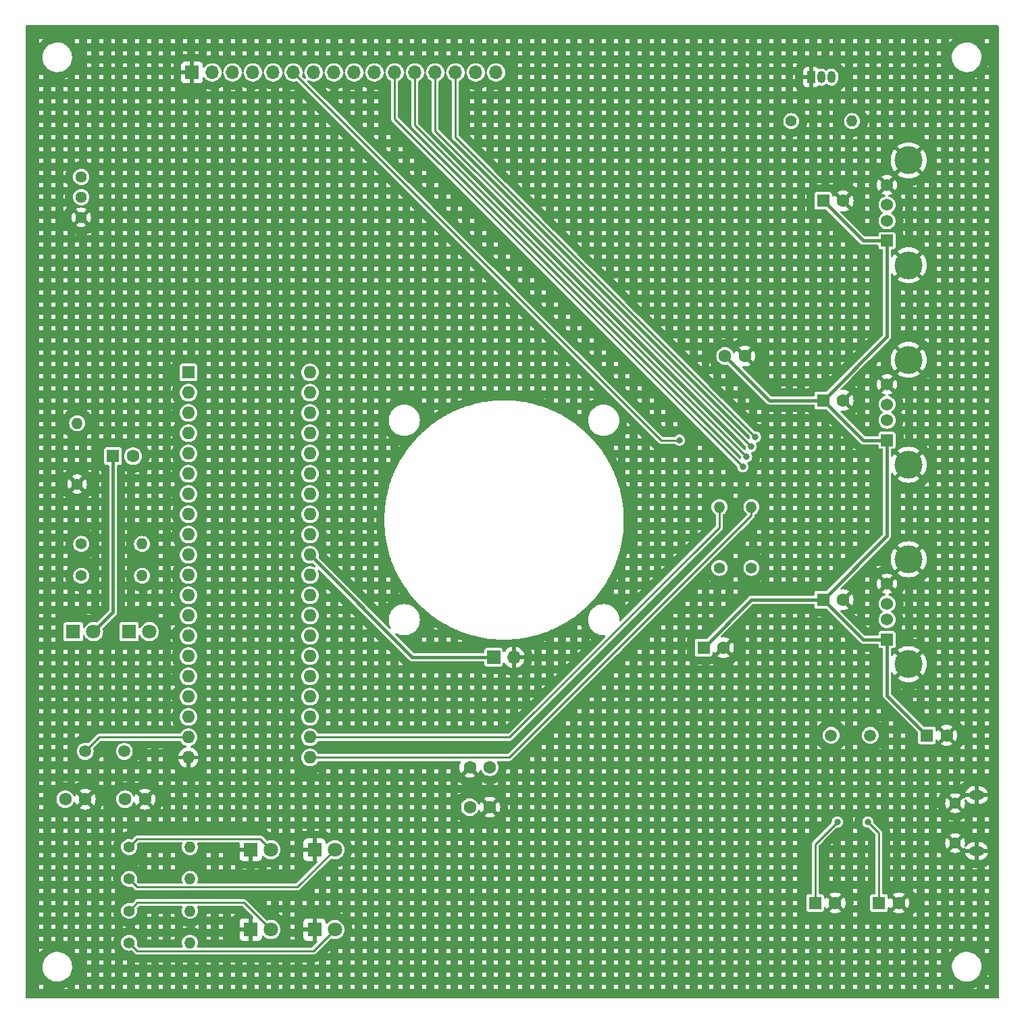
<source format=gbr>
%TF.GenerationSoftware,KiCad,Pcbnew,7.0.10*%
%TF.CreationDate,2024-06-02T12:02:40+08:00*%
%TF.ProjectId,pcb,7063622e-6b69-4636-9164-5f7063625858,rev?*%
%TF.SameCoordinates,Original*%
%TF.FileFunction,Copper,L2,Bot*%
%TF.FilePolarity,Positive*%
%FSLAX46Y46*%
G04 Gerber Fmt 4.6, Leading zero omitted, Abs format (unit mm)*
G04 Created by KiCad (PCBNEW 7.0.10) date 2024-06-02 12:02:40*
%MOMM*%
%LPD*%
G01*
G04 APERTURE LIST*
%TA.AperFunction,ComponentPad*%
%ADD10R,1.524000X1.524000*%
%TD*%
%TA.AperFunction,ComponentPad*%
%ADD11C,1.524000*%
%TD*%
%TA.AperFunction,ComponentPad*%
%ADD12C,3.500000*%
%TD*%
%TA.AperFunction,ComponentPad*%
%ADD13C,1.600000*%
%TD*%
%TA.AperFunction,ComponentPad*%
%ADD14C,1.500000*%
%TD*%
%TA.AperFunction,ComponentPad*%
%ADD15C,1.400000*%
%TD*%
%TA.AperFunction,ComponentPad*%
%ADD16O,1.400000X1.400000*%
%TD*%
%TA.AperFunction,ComponentPad*%
%ADD17R,1.700000X1.700000*%
%TD*%
%TA.AperFunction,ComponentPad*%
%ADD18O,1.700000X1.700000*%
%TD*%
%TA.AperFunction,ComponentPad*%
%ADD19R,1.600000X1.600000*%
%TD*%
%TA.AperFunction,ComponentPad*%
%ADD20O,1.600000X1.600000*%
%TD*%
%TA.AperFunction,ComponentPad*%
%ADD21R,1.800000X1.800000*%
%TD*%
%TA.AperFunction,ComponentPad*%
%ADD22C,1.800000*%
%TD*%
%TA.AperFunction,ComponentPad*%
%ADD23C,1.440000*%
%TD*%
%TA.AperFunction,ComponentPad*%
%ADD24O,1.900000X1.200000*%
%TD*%
%TA.AperFunction,ComponentPad*%
%ADD25C,1.450000*%
%TD*%
%TA.AperFunction,ComponentPad*%
%ADD26R,1.050000X1.500000*%
%TD*%
%TA.AperFunction,ComponentPad*%
%ADD27O,1.050000X1.500000*%
%TD*%
%TA.AperFunction,ViaPad*%
%ADD28C,0.800000*%
%TD*%
%TA.AperFunction,Conductor*%
%ADD29C,0.400000*%
%TD*%
%TA.AperFunction,Conductor*%
%ADD30C,0.250000*%
%TD*%
G04 APERTURE END LIST*
D10*
%TO.P,J3,1,VBUS*%
%TO.N,+5V*%
X171000000Y-90000000D03*
D11*
%TO.P,J3,2,D-*%
%TO.N,/USB3_DM*%
X171000000Y-87500000D03*
%TO.P,J3,3,D+*%
%TO.N,/USB3_DP*%
X171000000Y-85500000D03*
%TO.P,J3,4,GND*%
%TO.N,GND*%
X171000000Y-83000000D03*
D12*
%TO.P,J3,5,Shield*%
X173710000Y-93070000D03*
X173710000Y-79930000D03*
%TD*%
D13*
%TO.P,C1,1*%
%TO.N,+5V*%
X150700000Y-79450000D03*
%TO.P,C1,2*%
%TO.N,GND*%
X153200000Y-79450000D03*
%TD*%
D14*
%TO.P,Y2,1,1*%
%TO.N,Net-(U3-XIN)*%
X164000000Y-127000000D03*
%TO.P,Y2,2,2*%
%TO.N,Net-(U3-XOUT)*%
X168900000Y-127000000D03*
%TD*%
D15*
%TO.P,R1,1*%
%TO.N,+5V*%
X150000000Y-106000000D03*
D16*
%TO.P,R1,2*%
%TO.N,/MCU_SDA*%
X150000000Y-98380000D03*
%TD*%
D15*
%TO.P,R10,1*%
%TO.N,/EXP_P3*%
X159000000Y-50000000D03*
D16*
%TO.P,R10,2*%
%TO.N,+5V*%
X166620000Y-50000000D03*
%TD*%
D17*
%TO.P,M1,1,+*%
%TO.N,+5V*%
X121690000Y-117200000D03*
D18*
%TO.P,M1,2,-*%
%TO.N,GND*%
X124230000Y-117200000D03*
%TD*%
D19*
%TO.P,U2,1,P1.0*%
%TO.N,unconnected-(U2-P1.0-Pad1)*%
X83440000Y-81520000D03*
D20*
%TO.P,U2,2,P1.1*%
%TO.N,unconnected-(U2-P1.1-Pad2)*%
X83440000Y-84060000D03*
%TO.P,U2,3,P1.2*%
%TO.N,unconnected-(U2-P1.2-Pad3)*%
X83440000Y-86600000D03*
%TO.P,U2,4,P1.3*%
%TO.N,unconnected-(U2-P1.3-Pad4)*%
X83440000Y-89140000D03*
%TO.P,U2,5,P1.4*%
%TO.N,unconnected-(U2-P1.4-Pad5)*%
X83440000Y-91680000D03*
%TO.P,U2,6,P1.5*%
%TO.N,unconnected-(U2-P1.5-Pad6)*%
X83440000Y-94220000D03*
%TO.P,U2,7,P1.6*%
%TO.N,unconnected-(U2-P1.6-Pad7)*%
X83440000Y-96760000D03*
%TO.P,U2,8,P1.7*%
%TO.N,unconnected-(U2-P1.7-Pad8)*%
X83440000Y-99300000D03*
%TO.P,U2,9,~{RESET}*%
%TO.N,Net-(U2-~{RESET})*%
X83440000Y-101840000D03*
%TO.P,U2,10,P3.0(RXD)*%
%TO.N,/MCU_RXD*%
X83440000Y-104380000D03*
%TO.P,U2,11,P3.1(TXD)*%
%TO.N,/MCU_TXD*%
X83440000Y-106920000D03*
%TO.P,U2,12,P3.2(~{INT0})*%
%TO.N,unconnected-(U2-P3.2(~{INT0})-Pad12)*%
X83440000Y-109460000D03*
%TO.P,U2,13,P3.3(~{INT1})*%
%TO.N,unconnected-(U2-P3.3(~{INT1})-Pad13)*%
X83440000Y-112000000D03*
%TO.P,U2,14,P3.4(T0)*%
%TO.N,unconnected-(U2-P3.4(T0)-Pad14)*%
X83440000Y-114540000D03*
%TO.P,U2,15,P3.5(T1)*%
%TO.N,unconnected-(U2-P3.5(T1)-Pad15)*%
X83440000Y-117080000D03*
%TO.P,U2,16,P3.6(~{WR})*%
%TO.N,unconnected-(U2-P3.6(~{WR})-Pad16)*%
X83440000Y-119620000D03*
%TO.P,U2,17,P3.7(~{RD})*%
%TO.N,unconnected-(U2-P3.7(~{RD})-Pad17)*%
X83440000Y-122160000D03*
%TO.P,U2,18,X1*%
%TO.N,Net-(U2-X1)*%
X83440000Y-124700000D03*
%TO.P,U2,19,X2*%
%TO.N,Net-(U2-X2)*%
X83440000Y-127240000D03*
%TO.P,U2,20,GND*%
%TO.N,GND*%
X83440000Y-129780000D03*
%TO.P,U2,21,P2.0*%
%TO.N,/MCU_SCL*%
X98680000Y-129780000D03*
%TO.P,U2,22,P2.1*%
%TO.N,/MCU_SDA*%
X98680000Y-127240000D03*
%TO.P,U2,23,P2.2*%
%TO.N,/MCU_ERROR*%
X98680000Y-124700000D03*
%TO.P,U2,24,P2.3*%
%TO.N,/MCU_BUSY*%
X98680000Y-122160000D03*
%TO.P,U2,25,P2.4*%
%TO.N,/MCU_PING*%
X98680000Y-119620000D03*
%TO.P,U2,26,P2.5*%
%TO.N,/MCU_POWER*%
X98680000Y-117080000D03*
%TO.P,U2,27,P2.6*%
%TO.N,unconnected-(U2-P2.6-Pad27)*%
X98680000Y-114540000D03*
%TO.P,U2,28,P2.7*%
%TO.N,unconnected-(U2-P2.7-Pad28)*%
X98680000Y-112000000D03*
%TO.P,U2,29,~{PSEN}*%
%TO.N,unconnected-(U2-~{PSEN}-Pad29)*%
X98680000Y-109460000D03*
%TO.P,U2,30,ALE/~{PROG}*%
%TO.N,unconnected-(U2-ALE{slash}~{PROG}-Pad30)*%
X98680000Y-106920000D03*
%TO.P,U2,31,~{EA}/VPP*%
%TO.N,+5V*%
X98680000Y-104380000D03*
%TO.P,U2,32,P0.7*%
%TO.N,unconnected-(U2-P0.7-Pad32)*%
X98680000Y-101840000D03*
%TO.P,U2,33,P0.6*%
%TO.N,unconnected-(U2-P0.6-Pad33)*%
X98680000Y-99300000D03*
%TO.P,U2,34,P0.5*%
%TO.N,unconnected-(U2-P0.5-Pad34)*%
X98680000Y-96760000D03*
%TO.P,U2,35,P0.4*%
%TO.N,unconnected-(U2-P0.4-Pad35)*%
X98680000Y-94220000D03*
%TO.P,U2,36,P0.3*%
%TO.N,unconnected-(U2-P0.3-Pad36)*%
X98680000Y-91680000D03*
%TO.P,U2,37,P0.2*%
%TO.N,unconnected-(U2-P0.2-Pad37)*%
X98680000Y-89140000D03*
%TO.P,U2,38,P0.1*%
%TO.N,unconnected-(U2-P0.1-Pad38)*%
X98680000Y-86600000D03*
%TO.P,U2,39,P0.0*%
%TO.N,unconnected-(U2-P0.0-Pad39)*%
X98680000Y-84060000D03*
%TO.P,U2,40,VCC*%
%TO.N,+5V*%
X98680000Y-81520000D03*
%TD*%
D19*
%TO.P,C3,1*%
%TO.N,+5V*%
X148000000Y-116000000D03*
D13*
%TO.P,C3,2*%
%TO.N,GND*%
X150500000Y-116000000D03*
%TD*%
D10*
%TO.P,J4,1,VBUS*%
%TO.N,+5V*%
X171000000Y-115000000D03*
D11*
%TO.P,J4,2,D-*%
%TO.N,/USB4_DM*%
X171000000Y-112500000D03*
%TO.P,J4,3,D+*%
%TO.N,/USB4_DP*%
X171000000Y-110500000D03*
%TO.P,J4,4,GND*%
%TO.N,GND*%
X171000000Y-108000000D03*
D12*
%TO.P,J4,5,Shield*%
X173710000Y-118070000D03*
X173710000Y-104930000D03*
%TD*%
D15*
%TO.P,R3,1*%
%TO.N,GND*%
X69500000Y-95500000D03*
D16*
%TO.P,R3,2*%
%TO.N,Net-(U2-~{RESET})*%
X69500000Y-87880000D03*
%TD*%
D21*
%TO.P,D3,1,K*%
%TO.N,GND*%
X91235000Y-141340000D03*
D22*
%TO.P,D3,2,A*%
%TO.N,Net-(D3-A)*%
X93775000Y-141340000D03*
%TD*%
D15*
%TO.P,R4,1*%
%TO.N,Net-(D1-K)*%
X70000000Y-107000000D03*
D16*
%TO.P,R4,2*%
%TO.N,/MCU_TXD*%
X77620000Y-107000000D03*
%TD*%
D13*
%TO.P,C10,1*%
%TO.N,GND*%
X118710000Y-131000000D03*
%TO.P,C10,2*%
%TO.N,+5V*%
X121210000Y-131000000D03*
%TD*%
D21*
%TO.P,D6,1,K*%
%TO.N,GND*%
X99235000Y-151340000D03*
D22*
%TO.P,D6,2,A*%
%TO.N,Net-(D6-A)*%
X101775000Y-151340000D03*
%TD*%
D19*
%TO.P,C4,1*%
%TO.N,+5V*%
X74000000Y-92000000D03*
D13*
%TO.P,C4,2*%
%TO.N,Net-(U2-~{RESET})*%
X76500000Y-92000000D03*
%TD*%
D19*
%TO.P,C13,1*%
%TO.N,+5V*%
X163000000Y-110000000D03*
D13*
%TO.P,C13,2*%
%TO.N,GND*%
X165500000Y-110000000D03*
%TD*%
D15*
%TO.P,R9,1*%
%TO.N,Net-(D6-A)*%
X76000000Y-153000000D03*
D16*
%TO.P,R9,2*%
%TO.N,/MCU_ERROR*%
X83620000Y-153000000D03*
%TD*%
D19*
%TO.P,C11,1*%
%TO.N,+5V*%
X163000000Y-60000000D03*
D13*
%TO.P,C11,2*%
%TO.N,GND*%
X165500000Y-60000000D03*
%TD*%
D23*
%TO.P,RV1,1,1*%
%TO.N,+5V*%
X70000000Y-57000000D03*
%TO.P,RV1,2,2*%
%TO.N,Net-(U4-VO)*%
X70000000Y-59540000D03*
%TO.P,RV1,3,3*%
%TO.N,GND*%
X70000000Y-62080000D03*
%TD*%
D15*
%TO.P,R6,1*%
%TO.N,Net-(D3-A)*%
X76000000Y-141000000D03*
D16*
%TO.P,R6,2*%
%TO.N,/MCU_POWER*%
X83620000Y-141000000D03*
%TD*%
D13*
%TO.P,C9,1*%
%TO.N,Net-(U5-V3)*%
X118710000Y-136000000D03*
%TO.P,C9,2*%
%TO.N,GND*%
X121210000Y-136000000D03*
%TD*%
D24*
%TO.P,J1,6,Shield*%
%TO.N,GND*%
X182237500Y-141500000D03*
D25*
X179537500Y-140500000D03*
X179537500Y-135500000D03*
D24*
X182237500Y-134500000D03*
%TD*%
D21*
%TO.P,D5,1,K*%
%TO.N,GND*%
X99235000Y-141340000D03*
D22*
%TO.P,D5,2,A*%
%TO.N,Net-(D5-A)*%
X101775000Y-141340000D03*
%TD*%
D14*
%TO.P,Y1,1,1*%
%TO.N,Net-(U2-X2)*%
X70500000Y-129000000D03*
%TO.P,Y1,2,2*%
%TO.N,Net-(U2-X1)*%
X75400000Y-129000000D03*
%TD*%
D13*
%TO.P,C7,1*%
%TO.N,Net-(U2-X2)*%
X68000000Y-135000000D03*
%TO.P,C7,2*%
%TO.N,GND*%
X70500000Y-135000000D03*
%TD*%
D19*
%TO.P,C12,1*%
%TO.N,+5V*%
X163000000Y-85000000D03*
D13*
%TO.P,C12,2*%
%TO.N,GND*%
X165500000Y-85000000D03*
%TD*%
D21*
%TO.P,D2,1,K*%
%TO.N,Net-(D2-K)*%
X76000000Y-114000000D03*
D22*
%TO.P,D2,2,A*%
%TO.N,+5V*%
X78540000Y-114000000D03*
%TD*%
D19*
%TO.P,C2,1*%
%TO.N,+5V*%
X176000000Y-127000000D03*
D13*
%TO.P,C2,2*%
%TO.N,GND*%
X178500000Y-127000000D03*
%TD*%
D17*
%TO.P,U4,1,VSS*%
%TO.N,GND*%
X83890000Y-43910000D03*
D18*
%TO.P,U4,2,VDD*%
%TO.N,+5V*%
X86430000Y-43910000D03*
%TO.P,U4,3,VO*%
%TO.N,Net-(U4-VO)*%
X88970000Y-43910000D03*
%TO.P,U4,4,RS*%
%TO.N,/EXP_P0*%
X91510000Y-43910000D03*
%TO.P,U4,5,RW*%
%TO.N,/EXP_P1*%
X94050000Y-43910000D03*
%TO.P,U4,6,E*%
%TO.N,/EXP_P2*%
X96590000Y-43910000D03*
%TO.P,U4,7,D0*%
%TO.N,unconnected-(U4-D0-Pad7)*%
X99130000Y-43910000D03*
%TO.P,U4,8,D1*%
%TO.N,unconnected-(U4-D1-Pad8)*%
X101670000Y-43910000D03*
%TO.P,U4,9,D2*%
%TO.N,unconnected-(U4-D2-Pad9)*%
X104210000Y-43910000D03*
%TO.P,U4,10,D3*%
%TO.N,unconnected-(U4-D3-Pad10)*%
X106750000Y-43910000D03*
%TO.P,U4,11,D4*%
%TO.N,/EXP_P4*%
X109290000Y-43910000D03*
%TO.P,U4,12,D5*%
%TO.N,/EXP_P5*%
X111830000Y-43910000D03*
%TO.P,U4,13,D6*%
%TO.N,/EXP_P6*%
X114370000Y-43910000D03*
%TO.P,U4,14,D7*%
%TO.N,/EXP_P7*%
X116910000Y-43910000D03*
%TO.P,U4,15,A*%
%TO.N,+5V*%
X119450000Y-43910000D03*
%TO.P,U4,16,K*%
%TO.N,Net-(Q1-C)*%
X121990000Y-43910000D03*
%TD*%
D15*
%TO.P,R5,1*%
%TO.N,Net-(D2-K)*%
X70000000Y-103000000D03*
D16*
%TO.P,R5,2*%
%TO.N,/MCU_RXD*%
X77620000Y-103000000D03*
%TD*%
D10*
%TO.P,J2,1,VBUS*%
%TO.N,+5V*%
X171000000Y-65000000D03*
D11*
%TO.P,J2,2,D-*%
%TO.N,/USB2_DM*%
X171000000Y-62500000D03*
%TO.P,J2,3,D+*%
%TO.N,/USB2_DP*%
X171000000Y-60500000D03*
%TO.P,J2,4,GND*%
%TO.N,GND*%
X171000000Y-58000000D03*
D12*
%TO.P,J2,5,Shield*%
X173710000Y-68070000D03*
X173710000Y-54930000D03*
%TD*%
D15*
%TO.P,R7,1*%
%TO.N,Net-(D4-A)*%
X76000000Y-149000000D03*
D16*
%TO.P,R7,2*%
%TO.N,/MCU_BUSY*%
X83620000Y-149000000D03*
%TD*%
D15*
%TO.P,R8,1*%
%TO.N,Net-(D5-A)*%
X76000000Y-145000000D03*
D16*
%TO.P,R8,2*%
%TO.N,/MCU_PING*%
X83620000Y-145000000D03*
%TD*%
D21*
%TO.P,D1,1,K*%
%TO.N,Net-(D1-K)*%
X69000000Y-114000000D03*
D22*
%TO.P,D1,2,A*%
%TO.N,+5V*%
X71540000Y-114000000D03*
%TD*%
D21*
%TO.P,D4,1,K*%
%TO.N,GND*%
X91235000Y-151340000D03*
D22*
%TO.P,D4,2,A*%
%TO.N,Net-(D4-A)*%
X93775000Y-151340000D03*
%TD*%
D26*
%TO.P,Q1,1,E*%
%TO.N,GND*%
X161500000Y-44500000D03*
D27*
%TO.P,Q1,2,B*%
%TO.N,/EXP_P3*%
X162770000Y-44500000D03*
%TO.P,Q1,3,C*%
%TO.N,Net-(Q1-C)*%
X164040000Y-44500000D03*
%TD*%
D13*
%TO.P,C8,1*%
%TO.N,Net-(U2-X1)*%
X75500000Y-135000000D03*
%TO.P,C8,2*%
%TO.N,GND*%
X78000000Y-135000000D03*
%TD*%
D19*
%TO.P,C5,1*%
%TO.N,Net-(U3-VDD33)*%
X170000000Y-148000000D03*
D13*
%TO.P,C5,2*%
%TO.N,GND*%
X172500000Y-148000000D03*
%TD*%
D15*
%TO.P,R2,1*%
%TO.N,+5V*%
X154000000Y-106000000D03*
D16*
%TO.P,R2,2*%
%TO.N,/MCU_SCL*%
X154000000Y-98380000D03*
%TD*%
D19*
%TO.P,C6,1*%
%TO.N,Net-(U3-VDD18)*%
X162000000Y-148000000D03*
D13*
%TO.P,C6,2*%
%TO.N,GND*%
X164500000Y-148000000D03*
%TD*%
D28*
%TO.N,Net-(U3-VDD33)*%
X168605000Y-137865000D03*
%TO.N,Net-(U3-VDD18)*%
X164780000Y-137865000D03*
%TO.N,/EXP_P2*%
X145000000Y-90000000D03*
%TO.N,/EXP_P4*%
X152920000Y-93350000D03*
%TO.N,/EXP_P5*%
X153400000Y-92100000D03*
%TO.N,/EXP_P6*%
X153960000Y-90800000D03*
%TO.N,/EXP_P7*%
X154500000Y-89600000D03*
%TD*%
D29*
%TO.N,+5V*%
X171000000Y-65000000D02*
X171000000Y-77000000D01*
X121690000Y-117200000D02*
X111500000Y-117200000D01*
X163000000Y-110000000D02*
X168000000Y-115000000D01*
X74000000Y-111540000D02*
X71540000Y-114000000D01*
X163000000Y-85000000D02*
X156250000Y-85000000D01*
X163000000Y-60000000D02*
X168000000Y-65000000D01*
X168000000Y-90000000D02*
X171000000Y-90000000D01*
X171000000Y-90000000D02*
X171000000Y-102000000D01*
X111500000Y-117200000D02*
X98680000Y-104380000D01*
X74000000Y-92000000D02*
X74000000Y-111540000D01*
X168000000Y-115000000D02*
X171000000Y-115000000D01*
X156250000Y-85000000D02*
X150700000Y-79450000D01*
X148000000Y-116000000D02*
X154000000Y-110000000D01*
X171000000Y-77000000D02*
X163000000Y-85000000D01*
X171000000Y-102000000D02*
X163000000Y-110000000D01*
X163000000Y-85000000D02*
X168000000Y-90000000D01*
X154000000Y-110000000D02*
X163000000Y-110000000D01*
X176000000Y-127000000D02*
X171000000Y-122000000D01*
X171000000Y-122000000D02*
X171000000Y-115000000D01*
X168000000Y-65000000D02*
X171000000Y-65000000D01*
D30*
%TO.N,Net-(U3-VDD33)*%
X170000000Y-139260000D02*
X170000000Y-148000000D01*
X168605000Y-137865000D02*
X170000000Y-139260000D01*
%TO.N,Net-(U3-VDD18)*%
X164780000Y-137865000D02*
X162000000Y-140645000D01*
X162000000Y-140645000D02*
X162000000Y-148000000D01*
%TO.N,Net-(U2-X2)*%
X83440000Y-127240000D02*
X72260000Y-127240000D01*
X72260000Y-127240000D02*
X70500000Y-129000000D01*
%TO.N,Net-(D3-A)*%
X92410000Y-139975000D02*
X77025000Y-139975000D01*
X77025000Y-139975000D02*
X76000000Y-141000000D01*
X93775000Y-141340000D02*
X92410000Y-139975000D01*
%TO.N,Net-(D4-A)*%
X90410000Y-147975000D02*
X93775000Y-151340000D01*
X76000000Y-149000000D02*
X77025000Y-147975000D01*
X77025000Y-147975000D02*
X90410000Y-147975000D01*
%TO.N,/MCU_SDA*%
X98680000Y-127240000D02*
X123694493Y-127240000D01*
X123694493Y-127240000D02*
X150000000Y-100934493D01*
X150000000Y-100934493D02*
X150000000Y-98380000D01*
%TO.N,/MCU_SCL*%
X154000000Y-99410000D02*
X123630000Y-129780000D01*
X123630000Y-129780000D02*
X98680000Y-129780000D01*
X154000000Y-98380000D02*
X154000000Y-99410000D01*
%TO.N,/EXP_P2*%
X145000000Y-90000000D02*
X142680000Y-90000000D01*
X142680000Y-90000000D02*
X96590000Y-43910000D01*
%TO.N,/EXP_P4*%
X109290000Y-49720000D02*
X152920000Y-93350000D01*
X109290000Y-43910000D02*
X109290000Y-49720000D01*
%TO.N,/EXP_P5*%
X153400000Y-92100000D02*
X111830000Y-50530000D01*
X111830000Y-50530000D02*
X111830000Y-43910000D01*
%TO.N,/EXP_P6*%
X114370000Y-51210000D02*
X153960000Y-90800000D01*
X114370000Y-43910000D02*
X114370000Y-51210000D01*
%TO.N,/EXP_P7*%
X154500000Y-89600000D02*
X116910000Y-52010000D01*
X116910000Y-52010000D02*
X116910000Y-43910000D01*
%TO.N,Net-(D5-A)*%
X97090000Y-146025000D02*
X77025000Y-146025000D01*
X101775000Y-141340000D02*
X97090000Y-146025000D01*
X77025000Y-146025000D02*
X76000000Y-145000000D01*
%TO.N,Net-(D6-A)*%
X99090000Y-154025000D02*
X77025000Y-154025000D01*
X101775000Y-151340000D02*
X99090000Y-154025000D01*
X77025000Y-154025000D02*
X76000000Y-153000000D01*
%TD*%
%TA.AperFunction,Conductor*%
%TO.N,GND*%
G36*
X184942539Y-38020185D02*
G01*
X184988294Y-38072989D01*
X184999500Y-38124500D01*
X184999500Y-159875500D01*
X184979815Y-159942539D01*
X184927011Y-159988294D01*
X184875500Y-159999500D01*
X63124500Y-159999500D01*
X63057461Y-159979815D01*
X63011706Y-159927011D01*
X63000500Y-159875500D01*
X63000500Y-158248500D01*
X64748500Y-158248500D01*
X64748500Y-158750500D01*
X65250500Y-158750500D01*
X67753356Y-158750500D01*
X68250500Y-158750500D01*
X68250500Y-158564270D01*
X68231725Y-158573923D01*
X68227658Y-158575921D01*
X68194641Y-158591398D01*
X68190506Y-158593244D01*
X68165298Y-158603956D01*
X68161099Y-158605651D01*
X67874039Y-158715442D01*
X67869780Y-158716982D01*
X67843842Y-158725831D01*
X67839524Y-158727217D01*
X67804606Y-158737721D01*
X67800248Y-158738945D01*
X67773743Y-158745874D01*
X67769342Y-158746939D01*
X67753356Y-158750500D01*
X65250500Y-158750500D01*
X65250500Y-158254213D01*
X65243101Y-158248500D01*
X69248500Y-158248500D01*
X69248500Y-158750500D01*
X69750500Y-158750500D01*
X69750500Y-158248500D01*
X70748500Y-158248500D01*
X70748500Y-158750500D01*
X71250500Y-158750500D01*
X71250500Y-158248500D01*
X72248500Y-158248500D01*
X72248500Y-158750500D01*
X72750500Y-158750500D01*
X72750500Y-158248500D01*
X73748500Y-158248500D01*
X73748500Y-158750500D01*
X74250500Y-158750500D01*
X74250500Y-158248500D01*
X75248500Y-158248500D01*
X75248500Y-158750500D01*
X75750500Y-158750500D01*
X75750500Y-158248500D01*
X76748500Y-158248500D01*
X76748500Y-158750500D01*
X77250500Y-158750500D01*
X77250500Y-158248500D01*
X78248500Y-158248500D01*
X78248500Y-158750500D01*
X78750500Y-158750500D01*
X78750500Y-158248500D01*
X79748500Y-158248500D01*
X79748500Y-158750500D01*
X80250500Y-158750500D01*
X80250500Y-158248500D01*
X81248500Y-158248500D01*
X81248500Y-158750500D01*
X81750500Y-158750500D01*
X81750500Y-158248500D01*
X82748500Y-158248500D01*
X82748500Y-158750500D01*
X83250500Y-158750500D01*
X83250500Y-158248500D01*
X84248500Y-158248500D01*
X84248500Y-158750500D01*
X84750500Y-158750500D01*
X84750500Y-158248500D01*
X85748500Y-158248500D01*
X85748500Y-158750500D01*
X86250500Y-158750500D01*
X86250500Y-158248500D01*
X87248500Y-158248500D01*
X87248500Y-158750500D01*
X87750500Y-158750500D01*
X87750500Y-158248500D01*
X88748500Y-158248500D01*
X88748500Y-158750500D01*
X89250500Y-158750500D01*
X89250500Y-158248500D01*
X90248500Y-158248500D01*
X90248500Y-158750500D01*
X90750500Y-158750500D01*
X90750500Y-158248500D01*
X91748500Y-158248500D01*
X91748500Y-158750500D01*
X92250500Y-158750500D01*
X92250500Y-158248500D01*
X93248500Y-158248500D01*
X93248500Y-158750500D01*
X93750500Y-158750500D01*
X93750500Y-158248500D01*
X94748500Y-158248500D01*
X94748500Y-158750500D01*
X95250500Y-158750500D01*
X95250500Y-158248500D01*
X96248500Y-158248500D01*
X96248500Y-158750500D01*
X96750500Y-158750500D01*
X96750500Y-158248500D01*
X97748500Y-158248500D01*
X97748500Y-158750500D01*
X98250500Y-158750500D01*
X98250500Y-158248500D01*
X99248500Y-158248500D01*
X99248500Y-158750500D01*
X99750500Y-158750500D01*
X99750500Y-158248500D01*
X100748500Y-158248500D01*
X100748500Y-158750500D01*
X101250500Y-158750500D01*
X101250500Y-158248500D01*
X102248500Y-158248500D01*
X102248500Y-158750500D01*
X102750500Y-158750500D01*
X102750500Y-158248500D01*
X103748500Y-158248500D01*
X103748500Y-158750500D01*
X104250500Y-158750500D01*
X104250500Y-158248500D01*
X105248500Y-158248500D01*
X105248500Y-158750500D01*
X105750500Y-158750500D01*
X105750500Y-158248500D01*
X106748500Y-158248500D01*
X106748500Y-158750500D01*
X107250500Y-158750500D01*
X107250500Y-158248500D01*
X108248500Y-158248500D01*
X108248500Y-158750500D01*
X108750500Y-158750500D01*
X108750500Y-158248500D01*
X109748500Y-158248500D01*
X109748500Y-158750500D01*
X110250500Y-158750500D01*
X110250500Y-158248500D01*
X111248500Y-158248500D01*
X111248500Y-158750500D01*
X111750500Y-158750500D01*
X111750500Y-158248500D01*
X112748500Y-158248500D01*
X112748500Y-158750500D01*
X113250500Y-158750500D01*
X113250500Y-158248500D01*
X114248500Y-158248500D01*
X114248500Y-158750500D01*
X114750500Y-158750500D01*
X114750500Y-158248500D01*
X115748500Y-158248500D01*
X115748500Y-158750500D01*
X116250500Y-158750500D01*
X116250500Y-158248500D01*
X117248500Y-158248500D01*
X117248500Y-158750500D01*
X117750500Y-158750500D01*
X117750500Y-158248500D01*
X118748500Y-158248500D01*
X118748500Y-158750500D01*
X119250500Y-158750500D01*
X119250500Y-158248500D01*
X120248500Y-158248500D01*
X120248500Y-158750500D01*
X120750500Y-158750500D01*
X120750500Y-158248500D01*
X121748500Y-158248500D01*
X121748500Y-158750500D01*
X122250500Y-158750500D01*
X122250500Y-158248500D01*
X123248500Y-158248500D01*
X123248500Y-158750500D01*
X123750500Y-158750500D01*
X123750500Y-158248500D01*
X124748500Y-158248500D01*
X124748500Y-158750500D01*
X125250500Y-158750500D01*
X125250500Y-158248500D01*
X126248500Y-158248500D01*
X126248500Y-158750500D01*
X126750500Y-158750500D01*
X126750500Y-158248500D01*
X127748500Y-158248500D01*
X127748500Y-158750500D01*
X128250500Y-158750500D01*
X128250500Y-158248500D01*
X129248500Y-158248500D01*
X129248500Y-158750500D01*
X129750500Y-158750500D01*
X129750500Y-158248500D01*
X130748500Y-158248500D01*
X130748500Y-158750500D01*
X131250500Y-158750500D01*
X131250500Y-158248500D01*
X132248500Y-158248500D01*
X132248500Y-158750500D01*
X132750500Y-158750500D01*
X132750500Y-158248500D01*
X133748500Y-158248500D01*
X133748500Y-158750500D01*
X134250500Y-158750500D01*
X134250500Y-158248500D01*
X135248500Y-158248500D01*
X135248500Y-158750500D01*
X135750500Y-158750500D01*
X135750500Y-158248500D01*
X136748500Y-158248500D01*
X136748500Y-158750500D01*
X137250500Y-158750500D01*
X137250500Y-158248500D01*
X138248500Y-158248500D01*
X138248500Y-158750500D01*
X138750500Y-158750500D01*
X138750500Y-158248500D01*
X139748500Y-158248500D01*
X139748500Y-158750500D01*
X140250500Y-158750500D01*
X140250500Y-158248500D01*
X141248500Y-158248500D01*
X141248500Y-158750500D01*
X141750500Y-158750500D01*
X141750500Y-158248500D01*
X142748500Y-158248500D01*
X142748500Y-158750500D01*
X143250500Y-158750500D01*
X143250500Y-158248500D01*
X144248500Y-158248500D01*
X144248500Y-158750500D01*
X144750500Y-158750500D01*
X144750500Y-158248500D01*
X145748500Y-158248500D01*
X145748500Y-158750500D01*
X146250500Y-158750500D01*
X146250500Y-158248500D01*
X147248500Y-158248500D01*
X147248500Y-158750500D01*
X147750500Y-158750500D01*
X147750500Y-158248500D01*
X148748500Y-158248500D01*
X148748500Y-158750500D01*
X149250500Y-158750500D01*
X149250500Y-158248500D01*
X150248500Y-158248500D01*
X150248500Y-158750500D01*
X150750500Y-158750500D01*
X150750500Y-158248500D01*
X151748500Y-158248500D01*
X151748500Y-158750500D01*
X152250500Y-158750500D01*
X152250500Y-158248500D01*
X153248500Y-158248500D01*
X153248500Y-158750500D01*
X153750500Y-158750500D01*
X153750500Y-158248500D01*
X154748500Y-158248500D01*
X154748500Y-158750500D01*
X155250500Y-158750500D01*
X155250500Y-158248500D01*
X156248500Y-158248500D01*
X156248500Y-158750500D01*
X156750500Y-158750500D01*
X156750500Y-158248500D01*
X157748500Y-158248500D01*
X157748500Y-158750500D01*
X158250500Y-158750500D01*
X158250500Y-158248500D01*
X159248500Y-158248500D01*
X159248500Y-158750500D01*
X159750500Y-158750500D01*
X159750500Y-158248500D01*
X160748500Y-158248500D01*
X160748500Y-158750500D01*
X161250500Y-158750500D01*
X161250500Y-158248500D01*
X162248500Y-158248500D01*
X162248500Y-158750500D01*
X162750500Y-158750500D01*
X162750500Y-158248500D01*
X163748500Y-158248500D01*
X163748500Y-158750500D01*
X164250500Y-158750500D01*
X164250500Y-158248500D01*
X165248500Y-158248500D01*
X165248500Y-158750500D01*
X165750500Y-158750500D01*
X165750500Y-158248500D01*
X166748500Y-158248500D01*
X166748500Y-158750500D01*
X167250500Y-158750500D01*
X167250500Y-158248500D01*
X168248500Y-158248500D01*
X168248500Y-158750500D01*
X168750500Y-158750500D01*
X168750500Y-158248500D01*
X169748500Y-158248500D01*
X169748500Y-158750500D01*
X170250500Y-158750500D01*
X170250500Y-158248500D01*
X171248500Y-158248500D01*
X171248500Y-158750500D01*
X171750500Y-158750500D01*
X171750500Y-158248500D01*
X172748500Y-158248500D01*
X172748500Y-158750500D01*
X173250500Y-158750500D01*
X173250500Y-158248500D01*
X174248500Y-158248500D01*
X174248500Y-158750500D01*
X174750500Y-158750500D01*
X174750500Y-158248500D01*
X175748500Y-158248500D01*
X175748500Y-158750500D01*
X176250500Y-158750500D01*
X176250500Y-158248500D01*
X177248500Y-158248500D01*
X177248500Y-158750500D01*
X177750500Y-158750500D01*
X177750500Y-158248500D01*
X178748500Y-158248500D01*
X178748500Y-158750500D01*
X179250500Y-158750500D01*
X181753356Y-158750500D01*
X182250500Y-158750500D01*
X182250500Y-158564270D01*
X182231725Y-158573923D01*
X182227658Y-158575921D01*
X182194641Y-158591398D01*
X182190506Y-158593244D01*
X182165298Y-158603956D01*
X182161099Y-158605651D01*
X181874039Y-158715442D01*
X181869780Y-158716982D01*
X181843842Y-158725831D01*
X181839524Y-158727217D01*
X181804606Y-158737721D01*
X181800248Y-158738945D01*
X181773743Y-158745874D01*
X181769342Y-158746939D01*
X181753356Y-158750500D01*
X179250500Y-158750500D01*
X179250500Y-158254213D01*
X179243101Y-158248500D01*
X183248500Y-158248500D01*
X183248500Y-158750500D01*
X183750500Y-158750500D01*
X183750500Y-158248500D01*
X183248500Y-158248500D01*
X179243101Y-158248500D01*
X178748500Y-158248500D01*
X177750500Y-158248500D01*
X177248500Y-158248500D01*
X176250500Y-158248500D01*
X175748500Y-158248500D01*
X174750500Y-158248500D01*
X174248500Y-158248500D01*
X173250500Y-158248500D01*
X172748500Y-158248500D01*
X171750500Y-158248500D01*
X171248500Y-158248500D01*
X170250500Y-158248500D01*
X169748500Y-158248500D01*
X168750500Y-158248500D01*
X168248500Y-158248500D01*
X167250500Y-158248500D01*
X166748500Y-158248500D01*
X165750500Y-158248500D01*
X165248500Y-158248500D01*
X164250500Y-158248500D01*
X163748500Y-158248500D01*
X162750500Y-158248500D01*
X162248500Y-158248500D01*
X161250500Y-158248500D01*
X160748500Y-158248500D01*
X159750500Y-158248500D01*
X159248500Y-158248500D01*
X158250500Y-158248500D01*
X157748500Y-158248500D01*
X156750500Y-158248500D01*
X156248500Y-158248500D01*
X155250500Y-158248500D01*
X154748500Y-158248500D01*
X153750500Y-158248500D01*
X153248500Y-158248500D01*
X152250500Y-158248500D01*
X151748500Y-158248500D01*
X150750500Y-158248500D01*
X150248500Y-158248500D01*
X149250500Y-158248500D01*
X148748500Y-158248500D01*
X147750500Y-158248500D01*
X147248500Y-158248500D01*
X146250500Y-158248500D01*
X145748500Y-158248500D01*
X144750500Y-158248500D01*
X144248500Y-158248500D01*
X143250500Y-158248500D01*
X142748500Y-158248500D01*
X141750500Y-158248500D01*
X141248500Y-158248500D01*
X140250500Y-158248500D01*
X139748500Y-158248500D01*
X138750500Y-158248500D01*
X138248500Y-158248500D01*
X137250500Y-158248500D01*
X136748500Y-158248500D01*
X135750500Y-158248500D01*
X135248500Y-158248500D01*
X134250500Y-158248500D01*
X133748500Y-158248500D01*
X132750500Y-158248500D01*
X132248500Y-158248500D01*
X131250500Y-158248500D01*
X130748500Y-158248500D01*
X129750500Y-158248500D01*
X129248500Y-158248500D01*
X128250500Y-158248500D01*
X127748500Y-158248500D01*
X126750500Y-158248500D01*
X126248500Y-158248500D01*
X125250500Y-158248500D01*
X124748500Y-158248500D01*
X123750500Y-158248500D01*
X123248500Y-158248500D01*
X122250500Y-158248500D01*
X121748500Y-158248500D01*
X120750500Y-158248500D01*
X120248500Y-158248500D01*
X119250500Y-158248500D01*
X118748500Y-158248500D01*
X117750500Y-158248500D01*
X117248500Y-158248500D01*
X116250500Y-158248500D01*
X115748500Y-158248500D01*
X114750500Y-158248500D01*
X114248500Y-158248500D01*
X113250500Y-158248500D01*
X112748500Y-158248500D01*
X111750500Y-158248500D01*
X111248500Y-158248500D01*
X110250500Y-158248500D01*
X109748500Y-158248500D01*
X108750500Y-158248500D01*
X108248500Y-158248500D01*
X107250500Y-158248500D01*
X106748500Y-158248500D01*
X105750500Y-158248500D01*
X105248500Y-158248500D01*
X104250500Y-158248500D01*
X103748500Y-158248500D01*
X102750500Y-158248500D01*
X102248500Y-158248500D01*
X101250500Y-158248500D01*
X100748500Y-158248500D01*
X99750500Y-158248500D01*
X99248500Y-158248500D01*
X98250500Y-158248500D01*
X97748500Y-158248500D01*
X96750500Y-158248500D01*
X96248500Y-158248500D01*
X95250500Y-158248500D01*
X94748500Y-158248500D01*
X93750500Y-158248500D01*
X93248500Y-158248500D01*
X92250500Y-158248500D01*
X91748500Y-158248500D01*
X90750500Y-158248500D01*
X90248500Y-158248500D01*
X89250500Y-158248500D01*
X88748500Y-158248500D01*
X87750500Y-158248500D01*
X87248500Y-158248500D01*
X86250500Y-158248500D01*
X85748500Y-158248500D01*
X84750500Y-158248500D01*
X84248500Y-158248500D01*
X83250500Y-158248500D01*
X82748500Y-158248500D01*
X81750500Y-158248500D01*
X81248500Y-158248500D01*
X80250500Y-158248500D01*
X79748500Y-158248500D01*
X78750500Y-158248500D01*
X78248500Y-158248500D01*
X77250500Y-158248500D01*
X76748500Y-158248500D01*
X75750500Y-158248500D01*
X75248500Y-158248500D01*
X74250500Y-158248500D01*
X73748500Y-158248500D01*
X72750500Y-158248500D01*
X72248500Y-158248500D01*
X71250500Y-158248500D01*
X70748500Y-158248500D01*
X69750500Y-158248500D01*
X69248500Y-158248500D01*
X65243101Y-158248500D01*
X64748500Y-158248500D01*
X63000500Y-158248500D01*
X63000500Y-156067763D01*
X65145787Y-156067763D01*
X65175413Y-156337013D01*
X65175415Y-156337024D01*
X65243926Y-156599082D01*
X65243928Y-156599088D01*
X65349870Y-156848390D01*
X65421998Y-156966575D01*
X65490979Y-157079605D01*
X65490986Y-157079615D01*
X65664253Y-157287819D01*
X65664259Y-157287824D01*
X65865998Y-157468582D01*
X66091910Y-157618044D01*
X66337176Y-157733020D01*
X66337183Y-157733022D01*
X66337185Y-157733023D01*
X66596557Y-157811057D01*
X66596564Y-157811058D01*
X66596569Y-157811060D01*
X66864561Y-157850500D01*
X66864566Y-157850500D01*
X67067629Y-157850500D01*
X67067631Y-157850500D01*
X67067636Y-157850499D01*
X67067648Y-157850499D01*
X67105191Y-157847750D01*
X67270156Y-157835677D01*
X67382758Y-157810593D01*
X67534546Y-157776782D01*
X67534548Y-157776781D01*
X67534553Y-157776780D01*
X67787558Y-157680014D01*
X68023777Y-157547441D01*
X68238177Y-157381888D01*
X68364850Y-157250500D01*
X69560003Y-157250500D01*
X69750500Y-157250500D01*
X69750500Y-156758124D01*
X69746939Y-156769961D01*
X69745554Y-156774277D01*
X69646320Y-157065151D01*
X69644783Y-157069403D01*
X69635010Y-157094960D01*
X69633317Y-157099156D01*
X69619059Y-157132717D01*
X69617209Y-157136858D01*
X69605564Y-157161702D01*
X69603564Y-157165774D01*
X69560003Y-157250500D01*
X68364850Y-157250500D01*
X68426186Y-157186881D01*
X68583799Y-156966579D01*
X68695921Y-156748500D01*
X70748500Y-156748500D01*
X70748500Y-157250500D01*
X71250500Y-157250500D01*
X71250500Y-156748500D01*
X72248500Y-156748500D01*
X72248500Y-157250500D01*
X72750500Y-157250500D01*
X72750500Y-156748500D01*
X73748500Y-156748500D01*
X73748500Y-157250500D01*
X74250500Y-157250500D01*
X74250500Y-156748500D01*
X75248500Y-156748500D01*
X75248500Y-157250500D01*
X75750500Y-157250500D01*
X75750500Y-156748500D01*
X76748500Y-156748500D01*
X76748500Y-157250500D01*
X77250500Y-157250500D01*
X77250500Y-156748500D01*
X78248500Y-156748500D01*
X78248500Y-157250500D01*
X78750500Y-157250500D01*
X78750500Y-156748500D01*
X79748500Y-156748500D01*
X79748500Y-157250500D01*
X80250500Y-157250500D01*
X80250500Y-156748500D01*
X81248500Y-156748500D01*
X81248500Y-157250500D01*
X81750500Y-157250500D01*
X81750500Y-156748500D01*
X82748500Y-156748500D01*
X82748500Y-157250500D01*
X83250500Y-157250500D01*
X83250500Y-156748500D01*
X84248500Y-156748500D01*
X84248500Y-157250500D01*
X84750500Y-157250500D01*
X84750500Y-156748500D01*
X85748500Y-156748500D01*
X85748500Y-157250500D01*
X86250500Y-157250500D01*
X86250500Y-156748500D01*
X87248500Y-156748500D01*
X87248500Y-157250500D01*
X87750500Y-157250500D01*
X87750500Y-156748500D01*
X88748500Y-156748500D01*
X88748500Y-157250500D01*
X89250500Y-157250500D01*
X89250500Y-156748500D01*
X90248500Y-156748500D01*
X90248500Y-157250500D01*
X90750500Y-157250500D01*
X90750500Y-156748500D01*
X91748500Y-156748500D01*
X91748500Y-157250500D01*
X92250500Y-157250500D01*
X92250500Y-156748500D01*
X93248500Y-156748500D01*
X93248500Y-157250500D01*
X93750500Y-157250500D01*
X93750500Y-156748500D01*
X94748500Y-156748500D01*
X94748500Y-157250500D01*
X95250500Y-157250500D01*
X95250500Y-156748500D01*
X96248500Y-156748500D01*
X96248500Y-157250500D01*
X96750500Y-157250500D01*
X96750500Y-156748500D01*
X97748500Y-156748500D01*
X97748500Y-157250500D01*
X98250500Y-157250500D01*
X98250500Y-156748500D01*
X99248500Y-156748500D01*
X99248500Y-157250500D01*
X99750500Y-157250500D01*
X99750500Y-156748500D01*
X100748500Y-156748500D01*
X100748500Y-157250500D01*
X101250500Y-157250500D01*
X101250500Y-156748500D01*
X102248500Y-156748500D01*
X102248500Y-157250500D01*
X102750500Y-157250500D01*
X102750500Y-156748500D01*
X103748500Y-156748500D01*
X103748500Y-157250500D01*
X104250500Y-157250500D01*
X104250500Y-156748500D01*
X105248500Y-156748500D01*
X105248500Y-157250500D01*
X105750500Y-157250500D01*
X105750500Y-156748500D01*
X106748500Y-156748500D01*
X106748500Y-157250500D01*
X107250500Y-157250500D01*
X107250500Y-156748500D01*
X108248500Y-156748500D01*
X108248500Y-157250500D01*
X108750500Y-157250500D01*
X108750500Y-156748500D01*
X109748500Y-156748500D01*
X109748500Y-157250500D01*
X110250500Y-157250500D01*
X110250500Y-156748500D01*
X111248500Y-156748500D01*
X111248500Y-157250500D01*
X111750500Y-157250500D01*
X111750500Y-156748500D01*
X112748500Y-156748500D01*
X112748500Y-157250500D01*
X113250500Y-157250500D01*
X113250500Y-156748500D01*
X114248500Y-156748500D01*
X114248500Y-157250500D01*
X114750500Y-157250500D01*
X114750500Y-156748500D01*
X115748500Y-156748500D01*
X115748500Y-157250500D01*
X116250500Y-157250500D01*
X116250500Y-156748500D01*
X117248500Y-156748500D01*
X117248500Y-157250500D01*
X117750500Y-157250500D01*
X117750500Y-156748500D01*
X118748500Y-156748500D01*
X118748500Y-157250500D01*
X119250500Y-157250500D01*
X119250500Y-156748500D01*
X120248500Y-156748500D01*
X120248500Y-157250500D01*
X120750500Y-157250500D01*
X120750500Y-156748500D01*
X121748500Y-156748500D01*
X121748500Y-157250500D01*
X122250500Y-157250500D01*
X122250500Y-156748500D01*
X123248500Y-156748500D01*
X123248500Y-157250500D01*
X123750500Y-157250500D01*
X123750500Y-156748500D01*
X124748500Y-156748500D01*
X124748500Y-157250500D01*
X125250500Y-157250500D01*
X125250500Y-156748500D01*
X126248500Y-156748500D01*
X126248500Y-157250500D01*
X126750500Y-157250500D01*
X126750500Y-156748500D01*
X127748500Y-156748500D01*
X127748500Y-157250500D01*
X128250500Y-157250500D01*
X128250500Y-156748500D01*
X129248500Y-156748500D01*
X129248500Y-157250500D01*
X129750500Y-157250500D01*
X129750500Y-156748500D01*
X130748500Y-156748500D01*
X130748500Y-157250500D01*
X131250500Y-157250500D01*
X131250500Y-156748500D01*
X132248500Y-156748500D01*
X132248500Y-157250500D01*
X132750500Y-157250500D01*
X132750500Y-156748500D01*
X133748500Y-156748500D01*
X133748500Y-157250500D01*
X134250500Y-157250500D01*
X134250500Y-156748500D01*
X135248500Y-156748500D01*
X135248500Y-157250500D01*
X135750500Y-157250500D01*
X135750500Y-156748500D01*
X136748500Y-156748500D01*
X136748500Y-157250500D01*
X137250500Y-157250500D01*
X137250500Y-156748500D01*
X138248500Y-156748500D01*
X138248500Y-157250500D01*
X138750500Y-157250500D01*
X138750500Y-156748500D01*
X139748500Y-156748500D01*
X139748500Y-157250500D01*
X140250500Y-157250500D01*
X140250500Y-156748500D01*
X141248500Y-156748500D01*
X141248500Y-157250500D01*
X141750500Y-157250500D01*
X141750500Y-156748500D01*
X142748500Y-156748500D01*
X142748500Y-157250500D01*
X143250500Y-157250500D01*
X143250500Y-156748500D01*
X144248500Y-156748500D01*
X144248500Y-157250500D01*
X144750500Y-157250500D01*
X144750500Y-156748500D01*
X145748500Y-156748500D01*
X145748500Y-157250500D01*
X146250500Y-157250500D01*
X146250500Y-156748500D01*
X147248500Y-156748500D01*
X147248500Y-157250500D01*
X147750500Y-157250500D01*
X147750500Y-156748500D01*
X148748500Y-156748500D01*
X148748500Y-157250500D01*
X149250500Y-157250500D01*
X149250500Y-156748500D01*
X150248500Y-156748500D01*
X150248500Y-157250500D01*
X150750500Y-157250500D01*
X150750500Y-156748500D01*
X151748500Y-156748500D01*
X151748500Y-157250500D01*
X152250500Y-157250500D01*
X152250500Y-156748500D01*
X153248500Y-156748500D01*
X153248500Y-157250500D01*
X153750500Y-157250500D01*
X153750500Y-156748500D01*
X154748500Y-156748500D01*
X154748500Y-157250500D01*
X155250500Y-157250500D01*
X155250500Y-156748500D01*
X156248500Y-156748500D01*
X156248500Y-157250500D01*
X156750500Y-157250500D01*
X156750500Y-156748500D01*
X157748500Y-156748500D01*
X157748500Y-157250500D01*
X158250500Y-157250500D01*
X158250500Y-156748500D01*
X159248500Y-156748500D01*
X159248500Y-157250500D01*
X159750500Y-157250500D01*
X159750500Y-156748500D01*
X160748500Y-156748500D01*
X160748500Y-157250500D01*
X161250500Y-157250500D01*
X161250500Y-156748500D01*
X162248500Y-156748500D01*
X162248500Y-157250500D01*
X162750500Y-157250500D01*
X162750500Y-156748500D01*
X163748500Y-156748500D01*
X163748500Y-157250500D01*
X164250500Y-157250500D01*
X164250500Y-156748500D01*
X165248500Y-156748500D01*
X165248500Y-157250500D01*
X165750500Y-157250500D01*
X165750500Y-156748500D01*
X166748500Y-156748500D01*
X166748500Y-157250500D01*
X167250500Y-157250500D01*
X167250500Y-156748500D01*
X168248500Y-156748500D01*
X168248500Y-157250500D01*
X168750500Y-157250500D01*
X168750500Y-156748500D01*
X169748500Y-156748500D01*
X169748500Y-157250500D01*
X170250500Y-157250500D01*
X170250500Y-156748500D01*
X171248500Y-156748500D01*
X171248500Y-157250500D01*
X171750500Y-157250500D01*
X171750500Y-156748500D01*
X172748500Y-156748500D01*
X172748500Y-157250500D01*
X173250500Y-157250500D01*
X173250500Y-156748500D01*
X174248500Y-156748500D01*
X174248500Y-157250500D01*
X174750500Y-157250500D01*
X174750500Y-156748500D01*
X175748500Y-156748500D01*
X175748500Y-157250500D01*
X176250500Y-157250500D01*
X176250500Y-156748500D01*
X177248500Y-156748500D01*
X177248500Y-157250500D01*
X177750500Y-157250500D01*
X177750500Y-156748500D01*
X177248500Y-156748500D01*
X176250500Y-156748500D01*
X175748500Y-156748500D01*
X174750500Y-156748500D01*
X174248500Y-156748500D01*
X173250500Y-156748500D01*
X172748500Y-156748500D01*
X171750500Y-156748500D01*
X171248500Y-156748500D01*
X170250500Y-156748500D01*
X169748500Y-156748500D01*
X168750500Y-156748500D01*
X168248500Y-156748500D01*
X167250500Y-156748500D01*
X166748500Y-156748500D01*
X165750500Y-156748500D01*
X165248500Y-156748500D01*
X164250500Y-156748500D01*
X163748500Y-156748500D01*
X162750500Y-156748500D01*
X162248500Y-156748500D01*
X161250500Y-156748500D01*
X160748500Y-156748500D01*
X159750500Y-156748500D01*
X159248500Y-156748500D01*
X158250500Y-156748500D01*
X157748500Y-156748500D01*
X156750500Y-156748500D01*
X156248500Y-156748500D01*
X155250500Y-156748500D01*
X154748500Y-156748500D01*
X153750500Y-156748500D01*
X153248500Y-156748500D01*
X152250500Y-156748500D01*
X151748500Y-156748500D01*
X150750500Y-156748500D01*
X150248500Y-156748500D01*
X149250500Y-156748500D01*
X148748500Y-156748500D01*
X147750500Y-156748500D01*
X147248500Y-156748500D01*
X146250500Y-156748500D01*
X145748500Y-156748500D01*
X144750500Y-156748500D01*
X144248500Y-156748500D01*
X143250500Y-156748500D01*
X142748500Y-156748500D01*
X141750500Y-156748500D01*
X141248500Y-156748500D01*
X140250500Y-156748500D01*
X139748500Y-156748500D01*
X138750500Y-156748500D01*
X138248500Y-156748500D01*
X137250500Y-156748500D01*
X136748500Y-156748500D01*
X135750500Y-156748500D01*
X135248500Y-156748500D01*
X134250500Y-156748500D01*
X133748500Y-156748500D01*
X132750500Y-156748500D01*
X132248500Y-156748500D01*
X131250500Y-156748500D01*
X130748500Y-156748500D01*
X129750500Y-156748500D01*
X129248500Y-156748500D01*
X128250500Y-156748500D01*
X127748500Y-156748500D01*
X126750500Y-156748500D01*
X126248500Y-156748500D01*
X125250500Y-156748500D01*
X124748500Y-156748500D01*
X123750500Y-156748500D01*
X123248500Y-156748500D01*
X122250500Y-156748500D01*
X121748500Y-156748500D01*
X120750500Y-156748500D01*
X120248500Y-156748500D01*
X119250500Y-156748500D01*
X118748500Y-156748500D01*
X117750500Y-156748500D01*
X117248500Y-156748500D01*
X116250500Y-156748500D01*
X115748500Y-156748500D01*
X114750500Y-156748500D01*
X114248500Y-156748500D01*
X113250500Y-156748500D01*
X112748500Y-156748500D01*
X111750500Y-156748500D01*
X111248500Y-156748500D01*
X110250500Y-156748500D01*
X109748500Y-156748500D01*
X108750500Y-156748500D01*
X108248500Y-156748500D01*
X107250500Y-156748500D01*
X106748500Y-156748500D01*
X105750500Y-156748500D01*
X105248500Y-156748500D01*
X104250500Y-156748500D01*
X103748500Y-156748500D01*
X102750500Y-156748500D01*
X102248500Y-156748500D01*
X101250500Y-156748500D01*
X100748500Y-156748500D01*
X99750500Y-156748500D01*
X99248500Y-156748500D01*
X98250500Y-156748500D01*
X97748500Y-156748500D01*
X96750500Y-156748500D01*
X96248500Y-156748500D01*
X95250500Y-156748500D01*
X94748500Y-156748500D01*
X93750500Y-156748500D01*
X93248500Y-156748500D01*
X92250500Y-156748500D01*
X91748500Y-156748500D01*
X90750500Y-156748500D01*
X90248500Y-156748500D01*
X89250500Y-156748500D01*
X88748500Y-156748500D01*
X87750500Y-156748500D01*
X87248500Y-156748500D01*
X86250500Y-156748500D01*
X85748500Y-156748500D01*
X84750500Y-156748500D01*
X84248500Y-156748500D01*
X83250500Y-156748500D01*
X82748500Y-156748500D01*
X81750500Y-156748500D01*
X81248500Y-156748500D01*
X80250500Y-156748500D01*
X79748500Y-156748500D01*
X78750500Y-156748500D01*
X78248500Y-156748500D01*
X77250500Y-156748500D01*
X76748500Y-156748500D01*
X75750500Y-156748500D01*
X75248500Y-156748500D01*
X74250500Y-156748500D01*
X73748500Y-156748500D01*
X72750500Y-156748500D01*
X72248500Y-156748500D01*
X71250500Y-156748500D01*
X70748500Y-156748500D01*
X68695921Y-156748500D01*
X68707649Y-156725690D01*
X68707651Y-156725684D01*
X68707656Y-156725675D01*
X68795118Y-156469305D01*
X68844319Y-156202933D01*
X68849259Y-156067763D01*
X179145787Y-156067763D01*
X179175413Y-156337013D01*
X179175415Y-156337024D01*
X179243926Y-156599082D01*
X179243928Y-156599088D01*
X179349870Y-156848390D01*
X179421998Y-156966575D01*
X179490979Y-157079605D01*
X179490986Y-157079615D01*
X179664253Y-157287819D01*
X179664259Y-157287824D01*
X179865998Y-157468582D01*
X180091910Y-157618044D01*
X180337176Y-157733020D01*
X180337183Y-157733022D01*
X180337185Y-157733023D01*
X180596557Y-157811057D01*
X180596564Y-157811058D01*
X180596569Y-157811060D01*
X180864561Y-157850500D01*
X180864566Y-157850500D01*
X181067629Y-157850500D01*
X181067631Y-157850500D01*
X181067636Y-157850499D01*
X181067648Y-157850499D01*
X181105191Y-157847750D01*
X181270156Y-157835677D01*
X181382758Y-157810593D01*
X181534546Y-157776782D01*
X181534548Y-157776781D01*
X181534553Y-157776780D01*
X181787558Y-157680014D01*
X182023777Y-157547441D01*
X182238177Y-157381888D01*
X182364850Y-157250500D01*
X183560003Y-157250500D01*
X183750500Y-157250500D01*
X183750500Y-156758124D01*
X183746939Y-156769961D01*
X183745554Y-156774277D01*
X183646320Y-157065151D01*
X183644783Y-157069403D01*
X183635010Y-157094960D01*
X183633317Y-157099156D01*
X183619059Y-157132717D01*
X183617209Y-157136858D01*
X183605564Y-157161702D01*
X183603564Y-157165774D01*
X183560003Y-157250500D01*
X182364850Y-157250500D01*
X182426186Y-157186881D01*
X182583799Y-156966579D01*
X182695921Y-156748500D01*
X182707649Y-156725690D01*
X182707651Y-156725684D01*
X182707656Y-156725675D01*
X182795118Y-156469305D01*
X182844319Y-156202933D01*
X182854212Y-155932235D01*
X182824586Y-155662982D01*
X182756072Y-155400912D01*
X182650130Y-155151610D01*
X182509018Y-154920390D01*
X182419747Y-154813119D01*
X182335746Y-154712180D01*
X182335740Y-154712175D01*
X182134002Y-154531418D01*
X181908092Y-154381957D01*
X181890105Y-154373525D01*
X181662824Y-154266980D01*
X181662819Y-154266978D01*
X181662814Y-154266976D01*
X181403442Y-154188942D01*
X181403428Y-154188939D01*
X181287791Y-154171921D01*
X181135439Y-154149500D01*
X180932369Y-154149500D01*
X180932351Y-154149500D01*
X180729844Y-154164323D01*
X180729831Y-154164325D01*
X180465453Y-154223217D01*
X180465446Y-154223220D01*
X180212439Y-154319987D01*
X179976226Y-154452557D01*
X179761822Y-154618112D01*
X179573822Y-154813109D01*
X179573816Y-154813116D01*
X179416202Y-155033419D01*
X179416199Y-155033424D01*
X179292350Y-155274309D01*
X179292343Y-155274327D01*
X179204884Y-155530685D01*
X179204881Y-155530699D01*
X179155681Y-155797068D01*
X179155680Y-155797075D01*
X179145787Y-156067763D01*
X68849259Y-156067763D01*
X68854212Y-155932235D01*
X68824586Y-155662982D01*
X68756072Y-155400912D01*
X68691304Y-155248500D01*
X70748500Y-155248500D01*
X70748500Y-155750500D01*
X71250500Y-155750500D01*
X71250500Y-155248500D01*
X72248500Y-155248500D01*
X72248500Y-155750500D01*
X72750500Y-155750500D01*
X72750500Y-155248500D01*
X73748500Y-155248500D01*
X73748500Y-155750500D01*
X74250500Y-155750500D01*
X74250500Y-155248500D01*
X75248500Y-155248500D01*
X75248500Y-155750500D01*
X75750500Y-155750500D01*
X75750500Y-155427050D01*
X76748500Y-155427050D01*
X76748500Y-155750500D01*
X77250500Y-155750500D01*
X77250500Y-155448500D01*
X78248500Y-155448500D01*
X78248500Y-155750500D01*
X78750500Y-155750500D01*
X78750500Y-155448500D01*
X79748500Y-155448500D01*
X79748500Y-155750500D01*
X80250500Y-155750500D01*
X80250500Y-155448500D01*
X81248500Y-155448500D01*
X81248500Y-155750500D01*
X81750500Y-155750500D01*
X81750500Y-155448500D01*
X82748500Y-155448500D01*
X82748500Y-155750500D01*
X83250500Y-155750500D01*
X83250500Y-155448500D01*
X84248500Y-155448500D01*
X84248500Y-155750500D01*
X84750500Y-155750500D01*
X84750500Y-155448500D01*
X85748500Y-155448500D01*
X85748500Y-155750500D01*
X86250500Y-155750500D01*
X86250500Y-155448500D01*
X87248500Y-155448500D01*
X87248500Y-155750500D01*
X87750500Y-155750500D01*
X87750500Y-155448500D01*
X88748500Y-155448500D01*
X88748500Y-155750500D01*
X89250500Y-155750500D01*
X89250500Y-155448500D01*
X90248500Y-155448500D01*
X90248500Y-155750500D01*
X90750500Y-155750500D01*
X90750500Y-155448500D01*
X91748500Y-155448500D01*
X91748500Y-155750500D01*
X92250500Y-155750500D01*
X92250500Y-155448500D01*
X93248500Y-155448500D01*
X93248500Y-155750500D01*
X93750500Y-155750500D01*
X93750500Y-155448500D01*
X94748500Y-155448500D01*
X94748500Y-155750500D01*
X95250500Y-155750500D01*
X95250500Y-155448500D01*
X96248500Y-155448500D01*
X96248500Y-155750500D01*
X96750500Y-155750500D01*
X96750500Y-155448500D01*
X97748500Y-155448500D01*
X97748500Y-155750500D01*
X98250500Y-155750500D01*
X99248500Y-155750500D01*
X99750500Y-155750500D01*
X99750500Y-155292042D01*
X99703712Y-155315883D01*
X99694865Y-155319961D01*
X99640394Y-155342522D01*
X99636357Y-155344010D01*
X99632445Y-155345815D01*
X99577968Y-155368381D01*
X99568830Y-155371753D01*
X99494194Y-155396002D01*
X99484822Y-155398645D01*
X99427505Y-155412404D01*
X99423282Y-155413243D01*
X99419156Y-155414408D01*
X99361836Y-155428172D01*
X99352283Y-155430072D01*
X99274784Y-155442348D01*
X99265114Y-155443493D01*
X99248500Y-155444800D01*
X99248500Y-155750500D01*
X98250500Y-155750500D01*
X98250500Y-155448500D01*
X97748500Y-155448500D01*
X96750500Y-155448500D01*
X96248500Y-155448500D01*
X95250500Y-155448500D01*
X94748500Y-155448500D01*
X93750500Y-155448500D01*
X93248500Y-155448500D01*
X92250500Y-155448500D01*
X91748500Y-155448500D01*
X90750500Y-155448500D01*
X90248500Y-155448500D01*
X89250500Y-155448500D01*
X88748500Y-155448500D01*
X87750500Y-155448500D01*
X87248500Y-155448500D01*
X86250500Y-155448500D01*
X85748500Y-155448500D01*
X84750500Y-155448500D01*
X84248500Y-155448500D01*
X83250500Y-155448500D01*
X82748500Y-155448500D01*
X81750500Y-155448500D01*
X81248500Y-155448500D01*
X80250500Y-155448500D01*
X79748500Y-155448500D01*
X78750500Y-155448500D01*
X78248500Y-155448500D01*
X77250500Y-155448500D01*
X76918375Y-155448500D01*
X76908643Y-155448118D01*
X76849880Y-155443492D01*
X76840212Y-155442347D01*
X76762720Y-155430072D01*
X76753169Y-155428172D01*
X76748500Y-155427050D01*
X75750500Y-155427050D01*
X75750500Y-155248500D01*
X100748500Y-155248500D01*
X100748500Y-155750500D01*
X101250500Y-155750500D01*
X101250500Y-155248500D01*
X102248500Y-155248500D01*
X102248500Y-155750500D01*
X102750500Y-155750500D01*
X102750500Y-155248500D01*
X103748500Y-155248500D01*
X103748500Y-155750500D01*
X104250500Y-155750500D01*
X104250500Y-155248500D01*
X105248500Y-155248500D01*
X105248500Y-155750500D01*
X105750500Y-155750500D01*
X105750500Y-155248500D01*
X106748500Y-155248500D01*
X106748500Y-155750500D01*
X107250500Y-155750500D01*
X107250500Y-155248500D01*
X108248500Y-155248500D01*
X108248500Y-155750500D01*
X108750500Y-155750500D01*
X108750500Y-155248500D01*
X109748500Y-155248500D01*
X109748500Y-155750500D01*
X110250500Y-155750500D01*
X110250500Y-155248500D01*
X111248500Y-155248500D01*
X111248500Y-155750500D01*
X111750500Y-155750500D01*
X111750500Y-155248500D01*
X112748500Y-155248500D01*
X112748500Y-155750500D01*
X113250500Y-155750500D01*
X113250500Y-155248500D01*
X114248500Y-155248500D01*
X114248500Y-155750500D01*
X114750500Y-155750500D01*
X114750500Y-155248500D01*
X115748500Y-155248500D01*
X115748500Y-155750500D01*
X116250500Y-155750500D01*
X116250500Y-155248500D01*
X117248500Y-155248500D01*
X117248500Y-155750500D01*
X117750500Y-155750500D01*
X117750500Y-155248500D01*
X118748500Y-155248500D01*
X118748500Y-155750500D01*
X119250500Y-155750500D01*
X119250500Y-155248500D01*
X120248500Y-155248500D01*
X120248500Y-155750500D01*
X120750500Y-155750500D01*
X120750500Y-155248500D01*
X121748500Y-155248500D01*
X121748500Y-155750500D01*
X122250500Y-155750500D01*
X122250500Y-155248500D01*
X123248500Y-155248500D01*
X123248500Y-155750500D01*
X123750500Y-155750500D01*
X123750500Y-155248500D01*
X124748500Y-155248500D01*
X124748500Y-155750500D01*
X125250500Y-155750500D01*
X125250500Y-155248500D01*
X126248500Y-155248500D01*
X126248500Y-155750500D01*
X126750500Y-155750500D01*
X126750500Y-155248500D01*
X127748500Y-155248500D01*
X127748500Y-155750500D01*
X128250500Y-155750500D01*
X128250500Y-155248500D01*
X129248500Y-155248500D01*
X129248500Y-155750500D01*
X129750500Y-155750500D01*
X129750500Y-155248500D01*
X130748500Y-155248500D01*
X130748500Y-155750500D01*
X131250500Y-155750500D01*
X131250500Y-155248500D01*
X132248500Y-155248500D01*
X132248500Y-155750500D01*
X132750500Y-155750500D01*
X132750500Y-155248500D01*
X133748500Y-155248500D01*
X133748500Y-155750500D01*
X134250500Y-155750500D01*
X134250500Y-155248500D01*
X135248500Y-155248500D01*
X135248500Y-155750500D01*
X135750500Y-155750500D01*
X135750500Y-155248500D01*
X136748500Y-155248500D01*
X136748500Y-155750500D01*
X137250500Y-155750500D01*
X137250500Y-155248500D01*
X138248500Y-155248500D01*
X138248500Y-155750500D01*
X138750500Y-155750500D01*
X138750500Y-155248500D01*
X139748500Y-155248500D01*
X139748500Y-155750500D01*
X140250500Y-155750500D01*
X140250500Y-155248500D01*
X141248500Y-155248500D01*
X141248500Y-155750500D01*
X141750500Y-155750500D01*
X141750500Y-155248500D01*
X142748500Y-155248500D01*
X142748500Y-155750500D01*
X143250500Y-155750500D01*
X143250500Y-155248500D01*
X144248500Y-155248500D01*
X144248500Y-155750500D01*
X144750500Y-155750500D01*
X144750500Y-155248500D01*
X145748500Y-155248500D01*
X145748500Y-155750500D01*
X146250500Y-155750500D01*
X146250500Y-155248500D01*
X147248500Y-155248500D01*
X147248500Y-155750500D01*
X147750500Y-155750500D01*
X147750500Y-155248500D01*
X148748500Y-155248500D01*
X148748500Y-155750500D01*
X149250500Y-155750500D01*
X149250500Y-155248500D01*
X150248500Y-155248500D01*
X150248500Y-155750500D01*
X150750500Y-155750500D01*
X150750500Y-155248500D01*
X151748500Y-155248500D01*
X151748500Y-155750500D01*
X152250500Y-155750500D01*
X152250500Y-155248500D01*
X153248500Y-155248500D01*
X153248500Y-155750500D01*
X153750500Y-155750500D01*
X153750500Y-155248500D01*
X154748500Y-155248500D01*
X154748500Y-155750500D01*
X155250500Y-155750500D01*
X155250500Y-155248500D01*
X156248500Y-155248500D01*
X156248500Y-155750500D01*
X156750500Y-155750500D01*
X156750500Y-155248500D01*
X157748500Y-155248500D01*
X157748500Y-155750500D01*
X158250500Y-155750500D01*
X158250500Y-155248500D01*
X159248500Y-155248500D01*
X159248500Y-155750500D01*
X159750500Y-155750500D01*
X159750500Y-155248500D01*
X160748500Y-155248500D01*
X160748500Y-155750500D01*
X161250500Y-155750500D01*
X161250500Y-155248500D01*
X162248500Y-155248500D01*
X162248500Y-155750500D01*
X162750500Y-155750500D01*
X162750500Y-155248500D01*
X163748500Y-155248500D01*
X163748500Y-155750500D01*
X164250500Y-155750500D01*
X164250500Y-155248500D01*
X165248500Y-155248500D01*
X165248500Y-155750500D01*
X165750500Y-155750500D01*
X165750500Y-155248500D01*
X166748500Y-155248500D01*
X166748500Y-155750500D01*
X167250500Y-155750500D01*
X167250500Y-155248500D01*
X168248500Y-155248500D01*
X168248500Y-155750500D01*
X168750500Y-155750500D01*
X168750500Y-155248500D01*
X169748500Y-155248500D01*
X169748500Y-155750500D01*
X170250500Y-155750500D01*
X170250500Y-155248500D01*
X171248500Y-155248500D01*
X171248500Y-155750500D01*
X171750500Y-155750500D01*
X171750500Y-155248500D01*
X172748500Y-155248500D01*
X172748500Y-155750500D01*
X173250500Y-155750500D01*
X173250500Y-155248500D01*
X174248500Y-155248500D01*
X174248500Y-155750500D01*
X174750500Y-155750500D01*
X174750500Y-155248500D01*
X175748500Y-155248500D01*
X175748500Y-155750500D01*
X176250500Y-155750500D01*
X176250500Y-155248500D01*
X177248500Y-155248500D01*
X177248500Y-155750500D01*
X177750500Y-155750500D01*
X177750500Y-155248500D01*
X177248500Y-155248500D01*
X176250500Y-155248500D01*
X175748500Y-155248500D01*
X174750500Y-155248500D01*
X174248500Y-155248500D01*
X173250500Y-155248500D01*
X172748500Y-155248500D01*
X171750500Y-155248500D01*
X171248500Y-155248500D01*
X170250500Y-155248500D01*
X169748500Y-155248500D01*
X168750500Y-155248500D01*
X168248500Y-155248500D01*
X167250500Y-155248500D01*
X166748500Y-155248500D01*
X165750500Y-155248500D01*
X165248500Y-155248500D01*
X164250500Y-155248500D01*
X163748500Y-155248500D01*
X162750500Y-155248500D01*
X162248500Y-155248500D01*
X161250500Y-155248500D01*
X160748500Y-155248500D01*
X159750500Y-155248500D01*
X159248500Y-155248500D01*
X158250500Y-155248500D01*
X157748500Y-155248500D01*
X156750500Y-155248500D01*
X156248500Y-155248500D01*
X155250500Y-155248500D01*
X154748500Y-155248500D01*
X153750500Y-155248500D01*
X153248500Y-155248500D01*
X152250500Y-155248500D01*
X151748500Y-155248500D01*
X150750500Y-155248500D01*
X150248500Y-155248500D01*
X149250500Y-155248500D01*
X148748500Y-155248500D01*
X147750500Y-155248500D01*
X147248500Y-155248500D01*
X146250500Y-155248500D01*
X145748500Y-155248500D01*
X144750500Y-155248500D01*
X144248500Y-155248500D01*
X143250500Y-155248500D01*
X142748500Y-155248500D01*
X141750500Y-155248500D01*
X141248500Y-155248500D01*
X140250500Y-155248500D01*
X139748500Y-155248500D01*
X138750500Y-155248500D01*
X138248500Y-155248500D01*
X137250500Y-155248500D01*
X136748500Y-155248500D01*
X135750500Y-155248500D01*
X135248500Y-155248500D01*
X134250500Y-155248500D01*
X133748500Y-155248500D01*
X132750500Y-155248500D01*
X132248500Y-155248500D01*
X131250500Y-155248500D01*
X130748500Y-155248500D01*
X129750500Y-155248500D01*
X129248500Y-155248500D01*
X128250500Y-155248500D01*
X127748500Y-155248500D01*
X126750500Y-155248500D01*
X126248500Y-155248500D01*
X125250500Y-155248500D01*
X124748500Y-155248500D01*
X123750500Y-155248500D01*
X123248500Y-155248500D01*
X122250500Y-155248500D01*
X121748500Y-155248500D01*
X120750500Y-155248500D01*
X120248500Y-155248500D01*
X119250500Y-155248500D01*
X118748500Y-155248500D01*
X117750500Y-155248500D01*
X117248500Y-155248500D01*
X116250500Y-155248500D01*
X115748500Y-155248500D01*
X114750500Y-155248500D01*
X114248500Y-155248500D01*
X113250500Y-155248500D01*
X112748500Y-155248500D01*
X111750500Y-155248500D01*
X111248500Y-155248500D01*
X110250500Y-155248500D01*
X109748500Y-155248500D01*
X108750500Y-155248500D01*
X108248500Y-155248500D01*
X107250500Y-155248500D01*
X106748500Y-155248500D01*
X105750500Y-155248500D01*
X105248500Y-155248500D01*
X104250500Y-155248500D01*
X103748500Y-155248500D01*
X102750500Y-155248500D01*
X102248500Y-155248500D01*
X101250500Y-155248500D01*
X100748500Y-155248500D01*
X75750500Y-155248500D01*
X75248500Y-155248500D01*
X74250500Y-155248500D01*
X73748500Y-155248500D01*
X72750500Y-155248500D01*
X72248500Y-155248500D01*
X71250500Y-155248500D01*
X70748500Y-155248500D01*
X68691304Y-155248500D01*
X68650130Y-155151610D01*
X68509018Y-154920390D01*
X68419747Y-154813119D01*
X68335746Y-154712180D01*
X68335740Y-154712175D01*
X68134002Y-154531418D01*
X67908092Y-154381957D01*
X67890105Y-154373525D01*
X67662824Y-154266980D01*
X67662819Y-154266978D01*
X67662814Y-154266976D01*
X67403442Y-154188942D01*
X67403428Y-154188939D01*
X67287791Y-154171921D01*
X67135439Y-154149500D01*
X66932369Y-154149500D01*
X66932351Y-154149500D01*
X66729844Y-154164323D01*
X66729831Y-154164325D01*
X66465453Y-154223217D01*
X66465446Y-154223220D01*
X66212439Y-154319987D01*
X65976226Y-154452557D01*
X65761822Y-154618112D01*
X65573822Y-154813109D01*
X65573816Y-154813116D01*
X65416202Y-155033419D01*
X65416199Y-155033424D01*
X65292350Y-155274309D01*
X65292343Y-155274327D01*
X65204884Y-155530685D01*
X65204881Y-155530699D01*
X65155681Y-155797068D01*
X65155680Y-155797075D01*
X65145787Y-156067763D01*
X63000500Y-156067763D01*
X63000500Y-153748500D01*
X64748500Y-153748500D01*
X64748500Y-154250500D01*
X64749218Y-154250500D01*
X64772751Y-154217607D01*
X64775450Y-154213977D01*
X64792176Y-154192314D01*
X64795006Y-154188783D01*
X64818328Y-154160754D01*
X64821292Y-154157322D01*
X64839597Y-154136891D01*
X64842684Y-154133570D01*
X65056012Y-153912303D01*
X65059215Y-153909099D01*
X65078940Y-153890082D01*
X65082257Y-153887000D01*
X65109416Y-153862665D01*
X65112843Y-153859705D01*
X65133907Y-153842175D01*
X65137443Y-153839340D01*
X65250500Y-153752041D01*
X65250500Y-153748500D01*
X69248500Y-153748500D01*
X69248500Y-154248797D01*
X69249917Y-154250500D01*
X69750500Y-154250500D01*
X69750500Y-153748500D01*
X70748500Y-153748500D01*
X70748500Y-154250500D01*
X71250500Y-154250500D01*
X71250500Y-153748500D01*
X72248500Y-153748500D01*
X72248500Y-154250500D01*
X72750500Y-154250500D01*
X72750500Y-153748500D01*
X73748500Y-153748500D01*
X73748500Y-154250500D01*
X74250500Y-154250500D01*
X74250500Y-153966443D01*
X74179475Y-153833566D01*
X74176737Y-153828128D01*
X74160989Y-153794830D01*
X74158523Y-153789264D01*
X74141639Y-153748500D01*
X73748500Y-153748500D01*
X72750500Y-153748500D01*
X72248500Y-153748500D01*
X71250500Y-153748500D01*
X70748500Y-153748500D01*
X69750500Y-153748500D01*
X69248500Y-153748500D01*
X65250500Y-153748500D01*
X64748500Y-153748500D01*
X63000500Y-153748500D01*
X63000500Y-153000000D01*
X74994659Y-153000000D01*
X75013975Y-153196129D01*
X75013976Y-153196131D01*
X75013976Y-153196132D01*
X75055105Y-153331717D01*
X75071188Y-153384733D01*
X75164086Y-153558532D01*
X75164090Y-153558539D01*
X75289116Y-153710883D01*
X75441460Y-153835909D01*
X75441467Y-153835913D01*
X75615266Y-153928811D01*
X75615269Y-153928811D01*
X75615273Y-153928814D01*
X75803868Y-153986024D01*
X76000000Y-154005341D01*
X76196132Y-153986024D01*
X76269363Y-153963808D01*
X76339229Y-153963184D01*
X76393040Y-153994788D01*
X76676472Y-154278220D01*
X76771780Y-154373528D01*
X76793299Y-154384492D01*
X76809878Y-154394651D01*
X76829419Y-154408849D01*
X76852381Y-154416309D01*
X76870354Y-154423753D01*
X76891874Y-154434719D01*
X76915724Y-154438495D01*
X76934645Y-154443039D01*
X76956489Y-154450136D01*
X76957607Y-154450500D01*
X76957608Y-154450500D01*
X99157392Y-154450500D01*
X99157393Y-154450500D01*
X99180360Y-154443036D01*
X99199276Y-154438495D01*
X99223126Y-154434719D01*
X99244636Y-154423757D01*
X99262614Y-154416310D01*
X99285581Y-154408849D01*
X99305118Y-154394653D01*
X99321706Y-154384488D01*
X99343220Y-154373528D01*
X99438528Y-154278220D01*
X99466248Y-154250500D01*
X100877629Y-154250500D01*
X101250500Y-154250500D01*
X101250500Y-153877629D01*
X100877629Y-154250500D01*
X99466248Y-154250500D01*
X99968247Y-153748500D01*
X102248500Y-153748500D01*
X102248500Y-154250500D01*
X102750500Y-154250500D01*
X102750500Y-153748500D01*
X103748500Y-153748500D01*
X103748500Y-154250500D01*
X104250500Y-154250500D01*
X104250500Y-153748500D01*
X105248500Y-153748500D01*
X105248500Y-154250500D01*
X105750500Y-154250500D01*
X105750500Y-153748500D01*
X106748500Y-153748500D01*
X106748500Y-154250500D01*
X107250500Y-154250500D01*
X107250500Y-153748500D01*
X108248500Y-153748500D01*
X108248500Y-154250500D01*
X108750500Y-154250500D01*
X108750500Y-153748500D01*
X109748500Y-153748500D01*
X109748500Y-154250500D01*
X110250500Y-154250500D01*
X110250500Y-153748500D01*
X111248500Y-153748500D01*
X111248500Y-154250500D01*
X111750500Y-154250500D01*
X111750500Y-153748500D01*
X112748500Y-153748500D01*
X112748500Y-154250500D01*
X113250500Y-154250500D01*
X113250500Y-153748500D01*
X114248500Y-153748500D01*
X114248500Y-154250500D01*
X114750500Y-154250500D01*
X114750500Y-153748500D01*
X115748500Y-153748500D01*
X115748500Y-154250500D01*
X116250500Y-154250500D01*
X116250500Y-153748500D01*
X117248500Y-153748500D01*
X117248500Y-154250500D01*
X117750500Y-154250500D01*
X117750500Y-153748500D01*
X118748500Y-153748500D01*
X118748500Y-154250500D01*
X119250500Y-154250500D01*
X119250500Y-153748500D01*
X120248500Y-153748500D01*
X120248500Y-154250500D01*
X120750500Y-154250500D01*
X120750500Y-153748500D01*
X121748500Y-153748500D01*
X121748500Y-154250500D01*
X122250500Y-154250500D01*
X122250500Y-153748500D01*
X123248500Y-153748500D01*
X123248500Y-154250500D01*
X123750500Y-154250500D01*
X123750500Y-153748500D01*
X124748500Y-153748500D01*
X124748500Y-154250500D01*
X125250500Y-154250500D01*
X125250500Y-153748500D01*
X126248500Y-153748500D01*
X126248500Y-154250500D01*
X126750500Y-154250500D01*
X126750500Y-153748500D01*
X127748500Y-153748500D01*
X127748500Y-154250500D01*
X128250500Y-154250500D01*
X128250500Y-153748500D01*
X129248500Y-153748500D01*
X129248500Y-154250500D01*
X129750500Y-154250500D01*
X129750500Y-153748500D01*
X130748500Y-153748500D01*
X130748500Y-154250500D01*
X131250500Y-154250500D01*
X131250500Y-153748500D01*
X132248500Y-153748500D01*
X132248500Y-154250500D01*
X132750500Y-154250500D01*
X132750500Y-153748500D01*
X133748500Y-153748500D01*
X133748500Y-154250500D01*
X134250500Y-154250500D01*
X134250500Y-153748500D01*
X135248500Y-153748500D01*
X135248500Y-154250500D01*
X135750500Y-154250500D01*
X135750500Y-153748500D01*
X136748500Y-153748500D01*
X136748500Y-154250500D01*
X137250500Y-154250500D01*
X137250500Y-153748500D01*
X138248500Y-153748500D01*
X138248500Y-154250500D01*
X138750500Y-154250500D01*
X138750500Y-153748500D01*
X139748500Y-153748500D01*
X139748500Y-154250500D01*
X140250500Y-154250500D01*
X140250500Y-153748500D01*
X141248500Y-153748500D01*
X141248500Y-154250500D01*
X141750500Y-154250500D01*
X141750500Y-153748500D01*
X142748500Y-153748500D01*
X142748500Y-154250500D01*
X143250500Y-154250500D01*
X143250500Y-153748500D01*
X144248500Y-153748500D01*
X144248500Y-154250500D01*
X144750500Y-154250500D01*
X144750500Y-153748500D01*
X145748500Y-153748500D01*
X145748500Y-154250500D01*
X146250500Y-154250500D01*
X146250500Y-153748500D01*
X147248500Y-153748500D01*
X147248500Y-154250500D01*
X147750500Y-154250500D01*
X147750500Y-153748500D01*
X148748500Y-153748500D01*
X148748500Y-154250500D01*
X149250500Y-154250500D01*
X149250500Y-153748500D01*
X150248500Y-153748500D01*
X150248500Y-154250500D01*
X150750500Y-154250500D01*
X150750500Y-153748500D01*
X151748500Y-153748500D01*
X151748500Y-154250500D01*
X152250500Y-154250500D01*
X152250500Y-153748500D01*
X153248500Y-153748500D01*
X153248500Y-154250500D01*
X153750500Y-154250500D01*
X153750500Y-153748500D01*
X154748500Y-153748500D01*
X154748500Y-154250500D01*
X155250500Y-154250500D01*
X155250500Y-153748500D01*
X156248500Y-153748500D01*
X156248500Y-154250500D01*
X156750500Y-154250500D01*
X156750500Y-153748500D01*
X157748500Y-153748500D01*
X157748500Y-154250500D01*
X158250500Y-154250500D01*
X158250500Y-153748500D01*
X159248500Y-153748500D01*
X159248500Y-154250500D01*
X159750500Y-154250500D01*
X159750500Y-153748500D01*
X160748500Y-153748500D01*
X160748500Y-154250500D01*
X161250500Y-154250500D01*
X161250500Y-153748500D01*
X162248500Y-153748500D01*
X162248500Y-154250500D01*
X162750500Y-154250500D01*
X162750500Y-153748500D01*
X163748500Y-153748500D01*
X163748500Y-154250500D01*
X164250500Y-154250500D01*
X164250500Y-153748500D01*
X165248500Y-153748500D01*
X165248500Y-154250500D01*
X165750500Y-154250500D01*
X165750500Y-153748500D01*
X166748500Y-153748500D01*
X166748500Y-154250500D01*
X167250500Y-154250500D01*
X167250500Y-153748500D01*
X168248500Y-153748500D01*
X168248500Y-154250500D01*
X168750500Y-154250500D01*
X168750500Y-153748500D01*
X169748500Y-153748500D01*
X169748500Y-154250500D01*
X170250500Y-154250500D01*
X170250500Y-153748500D01*
X171248500Y-153748500D01*
X171248500Y-154250500D01*
X171750500Y-154250500D01*
X171750500Y-153748500D01*
X172748500Y-153748500D01*
X172748500Y-154250500D01*
X173250500Y-154250500D01*
X173250500Y-153748500D01*
X174248500Y-153748500D01*
X174248500Y-154250500D01*
X174750500Y-154250500D01*
X174750500Y-153748500D01*
X175748500Y-153748500D01*
X175748500Y-154250500D01*
X176250500Y-154250500D01*
X176250500Y-153748500D01*
X177248500Y-153748500D01*
X177248500Y-154250500D01*
X177750500Y-154250500D01*
X177750500Y-153748500D01*
X178748500Y-153748500D01*
X178748500Y-154250500D01*
X178749218Y-154250500D01*
X178772751Y-154217607D01*
X178775450Y-154213977D01*
X178792176Y-154192314D01*
X178795006Y-154188783D01*
X178818328Y-154160754D01*
X178821292Y-154157322D01*
X178839597Y-154136891D01*
X178842684Y-154133570D01*
X179056012Y-153912303D01*
X179059215Y-153909099D01*
X179078940Y-153890082D01*
X179082257Y-153887000D01*
X179109416Y-153862665D01*
X179112843Y-153859705D01*
X179133907Y-153842175D01*
X179137443Y-153839340D01*
X179250500Y-153752041D01*
X179250500Y-153748500D01*
X183248500Y-153748500D01*
X183248500Y-154248797D01*
X183249917Y-154250500D01*
X183750500Y-154250500D01*
X183750500Y-153748500D01*
X183248500Y-153748500D01*
X179250500Y-153748500D01*
X178748500Y-153748500D01*
X177750500Y-153748500D01*
X177248500Y-153748500D01*
X176250500Y-153748500D01*
X175748500Y-153748500D01*
X174750500Y-153748500D01*
X174248500Y-153748500D01*
X173250500Y-153748500D01*
X172748500Y-153748500D01*
X171750500Y-153748500D01*
X171248500Y-153748500D01*
X170250500Y-153748500D01*
X169748500Y-153748500D01*
X168750500Y-153748500D01*
X168248500Y-153748500D01*
X167250500Y-153748500D01*
X166748500Y-153748500D01*
X165750500Y-153748500D01*
X165248500Y-153748500D01*
X164250500Y-153748500D01*
X163748500Y-153748500D01*
X162750500Y-153748500D01*
X162248500Y-153748500D01*
X161250500Y-153748500D01*
X160748500Y-153748500D01*
X159750500Y-153748500D01*
X159248500Y-153748500D01*
X158250500Y-153748500D01*
X157748500Y-153748500D01*
X156750500Y-153748500D01*
X156248500Y-153748500D01*
X155250500Y-153748500D01*
X154748500Y-153748500D01*
X153750500Y-153748500D01*
X153248500Y-153748500D01*
X152250500Y-153748500D01*
X151748500Y-153748500D01*
X150750500Y-153748500D01*
X150248500Y-153748500D01*
X149250500Y-153748500D01*
X148748500Y-153748500D01*
X147750500Y-153748500D01*
X147248500Y-153748500D01*
X146250500Y-153748500D01*
X145748500Y-153748500D01*
X144750500Y-153748500D01*
X144248500Y-153748500D01*
X143250500Y-153748500D01*
X142748500Y-153748500D01*
X141750500Y-153748500D01*
X141248500Y-153748500D01*
X140250500Y-153748500D01*
X139748500Y-153748500D01*
X138750500Y-153748500D01*
X138248500Y-153748500D01*
X137250500Y-153748500D01*
X136748500Y-153748500D01*
X135750500Y-153748500D01*
X135248500Y-153748500D01*
X134250500Y-153748500D01*
X133748500Y-153748500D01*
X132750500Y-153748500D01*
X132248500Y-153748500D01*
X131250500Y-153748500D01*
X130748500Y-153748500D01*
X129750500Y-153748500D01*
X129248500Y-153748500D01*
X128250500Y-153748500D01*
X127748500Y-153748500D01*
X126750500Y-153748500D01*
X126248500Y-153748500D01*
X125250500Y-153748500D01*
X124748500Y-153748500D01*
X123750500Y-153748500D01*
X123248500Y-153748500D01*
X122250500Y-153748500D01*
X121748500Y-153748500D01*
X120750500Y-153748500D01*
X120248500Y-153748500D01*
X119250500Y-153748500D01*
X118748500Y-153748500D01*
X117750500Y-153748500D01*
X117248500Y-153748500D01*
X116250500Y-153748500D01*
X115748500Y-153748500D01*
X114750500Y-153748500D01*
X114248500Y-153748500D01*
X113250500Y-153748500D01*
X112748500Y-153748500D01*
X111750500Y-153748500D01*
X111248500Y-153748500D01*
X110250500Y-153748500D01*
X109748500Y-153748500D01*
X108750500Y-153748500D01*
X108248500Y-153748500D01*
X107250500Y-153748500D01*
X106748500Y-153748500D01*
X105750500Y-153748500D01*
X105248500Y-153748500D01*
X104250500Y-153748500D01*
X103748500Y-153748500D01*
X102750500Y-153748500D01*
X102248500Y-153748500D01*
X99968247Y-153748500D01*
X100966246Y-152750500D01*
X103748500Y-152750500D01*
X104250500Y-152750500D01*
X104250500Y-152248500D01*
X105248500Y-152248500D01*
X105248500Y-152750500D01*
X105750500Y-152750500D01*
X105750500Y-152248500D01*
X106748500Y-152248500D01*
X106748500Y-152750500D01*
X107250500Y-152750500D01*
X107250500Y-152248500D01*
X108248500Y-152248500D01*
X108248500Y-152750500D01*
X108750500Y-152750500D01*
X108750500Y-152248500D01*
X109748500Y-152248500D01*
X109748500Y-152750500D01*
X110250500Y-152750500D01*
X110250500Y-152248500D01*
X111248500Y-152248500D01*
X111248500Y-152750500D01*
X111750500Y-152750500D01*
X111750500Y-152248500D01*
X112748500Y-152248500D01*
X112748500Y-152750500D01*
X113250500Y-152750500D01*
X113250500Y-152248500D01*
X114248500Y-152248500D01*
X114248500Y-152750500D01*
X114750500Y-152750500D01*
X114750500Y-152248500D01*
X115748500Y-152248500D01*
X115748500Y-152750500D01*
X116250500Y-152750500D01*
X116250500Y-152248500D01*
X117248500Y-152248500D01*
X117248500Y-152750500D01*
X117750500Y-152750500D01*
X117750500Y-152248500D01*
X118748500Y-152248500D01*
X118748500Y-152750500D01*
X119250500Y-152750500D01*
X119250500Y-152248500D01*
X120248500Y-152248500D01*
X120248500Y-152750500D01*
X120750500Y-152750500D01*
X120750500Y-152248500D01*
X121748500Y-152248500D01*
X121748500Y-152750500D01*
X122250500Y-152750500D01*
X122250500Y-152248500D01*
X123248500Y-152248500D01*
X123248500Y-152750500D01*
X123750500Y-152750500D01*
X123750500Y-152248500D01*
X124748500Y-152248500D01*
X124748500Y-152750500D01*
X125250500Y-152750500D01*
X125250500Y-152248500D01*
X126248500Y-152248500D01*
X126248500Y-152750500D01*
X126750500Y-152750500D01*
X126750500Y-152248500D01*
X127748500Y-152248500D01*
X127748500Y-152750500D01*
X128250500Y-152750500D01*
X128250500Y-152248500D01*
X129248500Y-152248500D01*
X129248500Y-152750500D01*
X129750500Y-152750500D01*
X129750500Y-152248500D01*
X130748500Y-152248500D01*
X130748500Y-152750500D01*
X131250500Y-152750500D01*
X131250500Y-152248500D01*
X132248500Y-152248500D01*
X132248500Y-152750500D01*
X132750500Y-152750500D01*
X132750500Y-152248500D01*
X133748500Y-152248500D01*
X133748500Y-152750500D01*
X134250500Y-152750500D01*
X134250500Y-152248500D01*
X135248500Y-152248500D01*
X135248500Y-152750500D01*
X135750500Y-152750500D01*
X135750500Y-152248500D01*
X136748500Y-152248500D01*
X136748500Y-152750500D01*
X137250500Y-152750500D01*
X137250500Y-152248500D01*
X138248500Y-152248500D01*
X138248500Y-152750500D01*
X138750500Y-152750500D01*
X138750500Y-152248500D01*
X139748500Y-152248500D01*
X139748500Y-152750500D01*
X140250500Y-152750500D01*
X140250500Y-152248500D01*
X141248500Y-152248500D01*
X141248500Y-152750500D01*
X141750500Y-152750500D01*
X141750500Y-152248500D01*
X142748500Y-152248500D01*
X142748500Y-152750500D01*
X143250500Y-152750500D01*
X143250500Y-152248500D01*
X144248500Y-152248500D01*
X144248500Y-152750500D01*
X144750500Y-152750500D01*
X144750500Y-152248500D01*
X145748500Y-152248500D01*
X145748500Y-152750500D01*
X146250500Y-152750500D01*
X146250500Y-152248500D01*
X147248500Y-152248500D01*
X147248500Y-152750500D01*
X147750500Y-152750500D01*
X147750500Y-152248500D01*
X148748500Y-152248500D01*
X148748500Y-152750500D01*
X149250500Y-152750500D01*
X149250500Y-152248500D01*
X150248500Y-152248500D01*
X150248500Y-152750500D01*
X150750500Y-152750500D01*
X150750500Y-152248500D01*
X151748500Y-152248500D01*
X151748500Y-152750500D01*
X152250500Y-152750500D01*
X152250500Y-152248500D01*
X153248500Y-152248500D01*
X153248500Y-152750500D01*
X153750500Y-152750500D01*
X153750500Y-152248500D01*
X154748500Y-152248500D01*
X154748500Y-152750500D01*
X155250500Y-152750500D01*
X155250500Y-152248500D01*
X156248500Y-152248500D01*
X156248500Y-152750500D01*
X156750500Y-152750500D01*
X156750500Y-152248500D01*
X157748500Y-152248500D01*
X157748500Y-152750500D01*
X158250500Y-152750500D01*
X158250500Y-152248500D01*
X159248500Y-152248500D01*
X159248500Y-152750500D01*
X159750500Y-152750500D01*
X159750500Y-152248500D01*
X160748500Y-152248500D01*
X160748500Y-152750500D01*
X161250500Y-152750500D01*
X161250500Y-152248500D01*
X162248500Y-152248500D01*
X162248500Y-152750500D01*
X162750500Y-152750500D01*
X162750500Y-152248500D01*
X163748500Y-152248500D01*
X163748500Y-152750500D01*
X164250500Y-152750500D01*
X164250500Y-152248500D01*
X165248500Y-152248500D01*
X165248500Y-152750500D01*
X165750500Y-152750500D01*
X165750500Y-152248500D01*
X166748500Y-152248500D01*
X166748500Y-152750500D01*
X167250500Y-152750500D01*
X167250500Y-152248500D01*
X168248500Y-152248500D01*
X168248500Y-152750500D01*
X168750500Y-152750500D01*
X168750500Y-152248500D01*
X169748500Y-152248500D01*
X169748500Y-152750500D01*
X170250500Y-152750500D01*
X170250500Y-152248500D01*
X171248500Y-152248500D01*
X171248500Y-152750500D01*
X171750500Y-152750500D01*
X171750500Y-152248500D01*
X172748500Y-152248500D01*
X172748500Y-152750500D01*
X173250500Y-152750500D01*
X173250500Y-152248500D01*
X174248500Y-152248500D01*
X174248500Y-152750500D01*
X174750500Y-152750500D01*
X174750500Y-152248500D01*
X175748500Y-152248500D01*
X175748500Y-152750500D01*
X176250500Y-152750500D01*
X176250500Y-152248500D01*
X177248500Y-152248500D01*
X177248500Y-152750500D01*
X177750500Y-152750500D01*
X177750500Y-152248500D01*
X178748500Y-152248500D01*
X178748500Y-152750500D01*
X179250500Y-152750500D01*
X179250500Y-152248500D01*
X180248500Y-152248500D01*
X180248500Y-152750500D01*
X180750500Y-152750500D01*
X180750500Y-152248500D01*
X181748500Y-152248500D01*
X181748500Y-152750500D01*
X182250500Y-152750500D01*
X182250500Y-152248500D01*
X183248500Y-152248500D01*
X183248500Y-152750500D01*
X183750500Y-152750500D01*
X183750500Y-152248500D01*
X183248500Y-152248500D01*
X182250500Y-152248500D01*
X181748500Y-152248500D01*
X180750500Y-152248500D01*
X180248500Y-152248500D01*
X179250500Y-152248500D01*
X178748500Y-152248500D01*
X177750500Y-152248500D01*
X177248500Y-152248500D01*
X176250500Y-152248500D01*
X175748500Y-152248500D01*
X174750500Y-152248500D01*
X174248500Y-152248500D01*
X173250500Y-152248500D01*
X172748500Y-152248500D01*
X171750500Y-152248500D01*
X171248500Y-152248500D01*
X170250500Y-152248500D01*
X169748500Y-152248500D01*
X168750500Y-152248500D01*
X168248500Y-152248500D01*
X167250500Y-152248500D01*
X166748500Y-152248500D01*
X165750500Y-152248500D01*
X165248500Y-152248500D01*
X164250500Y-152248500D01*
X163748500Y-152248500D01*
X162750500Y-152248500D01*
X162248500Y-152248500D01*
X161250500Y-152248500D01*
X160748500Y-152248500D01*
X159750500Y-152248500D01*
X159248500Y-152248500D01*
X158250500Y-152248500D01*
X157748500Y-152248500D01*
X156750500Y-152248500D01*
X156248500Y-152248500D01*
X155250500Y-152248500D01*
X154748500Y-152248500D01*
X153750500Y-152248500D01*
X153248500Y-152248500D01*
X152250500Y-152248500D01*
X151748500Y-152248500D01*
X150750500Y-152248500D01*
X150248500Y-152248500D01*
X149250500Y-152248500D01*
X148748500Y-152248500D01*
X147750500Y-152248500D01*
X147248500Y-152248500D01*
X146250500Y-152248500D01*
X145748500Y-152248500D01*
X144750500Y-152248500D01*
X144248500Y-152248500D01*
X143250500Y-152248500D01*
X142748500Y-152248500D01*
X141750500Y-152248500D01*
X141248500Y-152248500D01*
X140250500Y-152248500D01*
X139748500Y-152248500D01*
X138750500Y-152248500D01*
X138248500Y-152248500D01*
X137250500Y-152248500D01*
X136748500Y-152248500D01*
X135750500Y-152248500D01*
X135248500Y-152248500D01*
X134250500Y-152248500D01*
X133748500Y-152248500D01*
X132750500Y-152248500D01*
X132248500Y-152248500D01*
X131250500Y-152248500D01*
X130748500Y-152248500D01*
X129750500Y-152248500D01*
X129248500Y-152248500D01*
X128250500Y-152248500D01*
X127748500Y-152248500D01*
X126750500Y-152248500D01*
X126248500Y-152248500D01*
X125250500Y-152248500D01*
X124748500Y-152248500D01*
X123750500Y-152248500D01*
X123248500Y-152248500D01*
X122250500Y-152248500D01*
X121748500Y-152248500D01*
X120750500Y-152248500D01*
X120248500Y-152248500D01*
X119250500Y-152248500D01*
X118748500Y-152248500D01*
X117750500Y-152248500D01*
X117248500Y-152248500D01*
X116250500Y-152248500D01*
X115748500Y-152248500D01*
X114750500Y-152248500D01*
X114248500Y-152248500D01*
X113250500Y-152248500D01*
X112748500Y-152248500D01*
X111750500Y-152248500D01*
X111248500Y-152248500D01*
X110250500Y-152248500D01*
X109748500Y-152248500D01*
X108750500Y-152248500D01*
X108248500Y-152248500D01*
X107250500Y-152248500D01*
X106748500Y-152248500D01*
X105750500Y-152248500D01*
X105248500Y-152248500D01*
X104250500Y-152248500D01*
X103778598Y-152248500D01*
X103748500Y-152308943D01*
X103748500Y-152750500D01*
X100966246Y-152750500D01*
X101223643Y-152493103D01*
X101284964Y-152459620D01*
X101354655Y-152464604D01*
X101355954Y-152465098D01*
X101445060Y-152499618D01*
X101663757Y-152540500D01*
X101663759Y-152540500D01*
X101886241Y-152540500D01*
X101886243Y-152540500D01*
X102104940Y-152499618D01*
X102312401Y-152419247D01*
X102501562Y-152302124D01*
X102665981Y-152152236D01*
X102800058Y-151974689D01*
X102899229Y-151775528D01*
X102960115Y-151561536D01*
X102980643Y-151340000D01*
X102960115Y-151118464D01*
X102899229Y-150904472D01*
X102899224Y-150904461D01*
X102821564Y-150748500D01*
X103892461Y-150748500D01*
X103926326Y-150867524D01*
X103927766Y-150873067D01*
X103935699Y-150906795D01*
X103936881Y-150912398D01*
X103945357Y-150957734D01*
X103946280Y-150963391D01*
X103951069Y-150997724D01*
X103951729Y-151003413D01*
X103974626Y-151250500D01*
X104250500Y-151250500D01*
X104250500Y-150748500D01*
X105248500Y-150748500D01*
X105248500Y-151250500D01*
X105750500Y-151250500D01*
X105750500Y-150748500D01*
X106748500Y-150748500D01*
X106748500Y-151250500D01*
X107250500Y-151250500D01*
X107250500Y-150748500D01*
X108248500Y-150748500D01*
X108248500Y-151250500D01*
X108750500Y-151250500D01*
X108750500Y-150748500D01*
X109748500Y-150748500D01*
X109748500Y-151250500D01*
X110250500Y-151250500D01*
X110250500Y-150748500D01*
X111248500Y-150748500D01*
X111248500Y-151250500D01*
X111750500Y-151250500D01*
X111750500Y-150748500D01*
X112748500Y-150748500D01*
X112748500Y-151250500D01*
X113250500Y-151250500D01*
X113250500Y-150748500D01*
X114248500Y-150748500D01*
X114248500Y-151250500D01*
X114750500Y-151250500D01*
X114750500Y-150748500D01*
X115748500Y-150748500D01*
X115748500Y-151250500D01*
X116250500Y-151250500D01*
X116250500Y-150748500D01*
X117248500Y-150748500D01*
X117248500Y-151250500D01*
X117750500Y-151250500D01*
X117750500Y-150748500D01*
X118748500Y-150748500D01*
X118748500Y-151250500D01*
X119250500Y-151250500D01*
X119250500Y-150748500D01*
X120248500Y-150748500D01*
X120248500Y-151250500D01*
X120750500Y-151250500D01*
X120750500Y-150748500D01*
X121748500Y-150748500D01*
X121748500Y-151250500D01*
X122250500Y-151250500D01*
X122250500Y-150748500D01*
X123248500Y-150748500D01*
X123248500Y-151250500D01*
X123750500Y-151250500D01*
X123750500Y-150748500D01*
X124748500Y-150748500D01*
X124748500Y-151250500D01*
X125250500Y-151250500D01*
X125250500Y-150748500D01*
X126248500Y-150748500D01*
X126248500Y-151250500D01*
X126750500Y-151250500D01*
X126750500Y-150748500D01*
X127748500Y-150748500D01*
X127748500Y-151250500D01*
X128250500Y-151250500D01*
X128250500Y-150748500D01*
X129248500Y-150748500D01*
X129248500Y-151250500D01*
X129750500Y-151250500D01*
X129750500Y-150748500D01*
X130748500Y-150748500D01*
X130748500Y-151250500D01*
X131250500Y-151250500D01*
X131250500Y-150748500D01*
X132248500Y-150748500D01*
X132248500Y-151250500D01*
X132750500Y-151250500D01*
X132750500Y-150748500D01*
X133748500Y-150748500D01*
X133748500Y-151250500D01*
X134250500Y-151250500D01*
X134250500Y-150748500D01*
X135248500Y-150748500D01*
X135248500Y-151250500D01*
X135750500Y-151250500D01*
X135750500Y-150748500D01*
X136748500Y-150748500D01*
X136748500Y-151250500D01*
X137250500Y-151250500D01*
X137250500Y-150748500D01*
X138248500Y-150748500D01*
X138248500Y-151250500D01*
X138750500Y-151250500D01*
X138750500Y-150748500D01*
X139748500Y-150748500D01*
X139748500Y-151250500D01*
X140250500Y-151250500D01*
X140250500Y-150748500D01*
X141248500Y-150748500D01*
X141248500Y-151250500D01*
X141750500Y-151250500D01*
X141750500Y-150748500D01*
X142748500Y-150748500D01*
X142748500Y-151250500D01*
X143250500Y-151250500D01*
X143250500Y-150748500D01*
X144248500Y-150748500D01*
X144248500Y-151250500D01*
X144750500Y-151250500D01*
X144750500Y-150748500D01*
X145748500Y-150748500D01*
X145748500Y-151250500D01*
X146250500Y-151250500D01*
X146250500Y-150748500D01*
X147248500Y-150748500D01*
X147248500Y-151250500D01*
X147750500Y-151250500D01*
X147750500Y-150748500D01*
X148748500Y-150748500D01*
X148748500Y-151250500D01*
X149250500Y-151250500D01*
X149250500Y-150748500D01*
X150248500Y-150748500D01*
X150248500Y-151250500D01*
X150750500Y-151250500D01*
X150750500Y-150748500D01*
X151748500Y-150748500D01*
X151748500Y-151250500D01*
X152250500Y-151250500D01*
X152250500Y-150748500D01*
X153248500Y-150748500D01*
X153248500Y-151250500D01*
X153750500Y-151250500D01*
X153750500Y-150748500D01*
X154748500Y-150748500D01*
X154748500Y-151250500D01*
X155250500Y-151250500D01*
X155250500Y-150748500D01*
X156248500Y-150748500D01*
X156248500Y-151250500D01*
X156750500Y-151250500D01*
X156750500Y-150748500D01*
X157748500Y-150748500D01*
X157748500Y-151250500D01*
X158250500Y-151250500D01*
X158250500Y-150748500D01*
X159248500Y-150748500D01*
X159248500Y-151250500D01*
X159750500Y-151250500D01*
X159750500Y-150748500D01*
X160748500Y-150748500D01*
X160748500Y-151250500D01*
X161250500Y-151250500D01*
X161250500Y-150748500D01*
X162248500Y-150748500D01*
X162248500Y-151250500D01*
X162750500Y-151250500D01*
X162750500Y-150748500D01*
X163748500Y-150748500D01*
X163748500Y-151250500D01*
X164250500Y-151250500D01*
X164250500Y-150748500D01*
X165248500Y-150748500D01*
X165248500Y-151250500D01*
X165750500Y-151250500D01*
X165750500Y-150748500D01*
X166748500Y-150748500D01*
X166748500Y-151250500D01*
X167250500Y-151250500D01*
X167250500Y-150748500D01*
X168248500Y-150748500D01*
X168248500Y-151250500D01*
X168750500Y-151250500D01*
X168750500Y-150748500D01*
X169748500Y-150748500D01*
X169748500Y-151250500D01*
X170250500Y-151250500D01*
X170250500Y-150748500D01*
X171248500Y-150748500D01*
X171248500Y-151250500D01*
X171750500Y-151250500D01*
X171750500Y-150748500D01*
X172748500Y-150748500D01*
X172748500Y-151250500D01*
X173250500Y-151250500D01*
X173250500Y-150748500D01*
X174248500Y-150748500D01*
X174248500Y-151250500D01*
X174750500Y-151250500D01*
X174750500Y-150748500D01*
X175748500Y-150748500D01*
X175748500Y-151250500D01*
X176250500Y-151250500D01*
X176250500Y-150748500D01*
X177248500Y-150748500D01*
X177248500Y-151250500D01*
X177750500Y-151250500D01*
X177750500Y-150748500D01*
X178748500Y-150748500D01*
X178748500Y-151250500D01*
X179250500Y-151250500D01*
X179250500Y-150748500D01*
X180248500Y-150748500D01*
X180248500Y-151250500D01*
X180750500Y-151250500D01*
X180750500Y-150748500D01*
X181748500Y-150748500D01*
X181748500Y-151250500D01*
X182250500Y-151250500D01*
X182250500Y-150748500D01*
X183248500Y-150748500D01*
X183248500Y-151250500D01*
X183750500Y-151250500D01*
X183750500Y-150748500D01*
X183248500Y-150748500D01*
X182250500Y-150748500D01*
X181748500Y-150748500D01*
X180750500Y-150748500D01*
X180248500Y-150748500D01*
X179250500Y-150748500D01*
X178748500Y-150748500D01*
X177750500Y-150748500D01*
X177248500Y-150748500D01*
X176250500Y-150748500D01*
X175748500Y-150748500D01*
X174750500Y-150748500D01*
X174248500Y-150748500D01*
X173250500Y-150748500D01*
X172748500Y-150748500D01*
X171750500Y-150748500D01*
X171248500Y-150748500D01*
X170250500Y-150748500D01*
X169748500Y-150748500D01*
X168750500Y-150748500D01*
X168248500Y-150748500D01*
X167250500Y-150748500D01*
X166748500Y-150748500D01*
X165750500Y-150748500D01*
X165248500Y-150748500D01*
X164250500Y-150748500D01*
X163748500Y-150748500D01*
X162750500Y-150748500D01*
X162248500Y-150748500D01*
X161250500Y-150748500D01*
X160748500Y-150748500D01*
X159750500Y-150748500D01*
X159248500Y-150748500D01*
X158250500Y-150748500D01*
X157748500Y-150748500D01*
X156750500Y-150748500D01*
X156248500Y-150748500D01*
X155250500Y-150748500D01*
X154748500Y-150748500D01*
X153750500Y-150748500D01*
X153248500Y-150748500D01*
X152250500Y-150748500D01*
X151748500Y-150748500D01*
X150750500Y-150748500D01*
X150248500Y-150748500D01*
X149250500Y-150748500D01*
X148748500Y-150748500D01*
X147750500Y-150748500D01*
X147248500Y-150748500D01*
X146250500Y-150748500D01*
X145748500Y-150748500D01*
X144750500Y-150748500D01*
X144248500Y-150748500D01*
X143250500Y-150748500D01*
X142748500Y-150748500D01*
X141750500Y-150748500D01*
X141248500Y-150748500D01*
X140250500Y-150748500D01*
X139748500Y-150748500D01*
X138750500Y-150748500D01*
X138248500Y-150748500D01*
X137250500Y-150748500D01*
X136748500Y-150748500D01*
X135750500Y-150748500D01*
X135248500Y-150748500D01*
X134250500Y-150748500D01*
X133748500Y-150748500D01*
X132750500Y-150748500D01*
X132248500Y-150748500D01*
X131250500Y-150748500D01*
X130748500Y-150748500D01*
X129750500Y-150748500D01*
X129248500Y-150748500D01*
X128250500Y-150748500D01*
X127748500Y-150748500D01*
X126750500Y-150748500D01*
X126248500Y-150748500D01*
X125250500Y-150748500D01*
X124748500Y-150748500D01*
X123750500Y-150748500D01*
X123248500Y-150748500D01*
X122250500Y-150748500D01*
X121748500Y-150748500D01*
X120750500Y-150748500D01*
X120248500Y-150748500D01*
X119250500Y-150748500D01*
X118748500Y-150748500D01*
X117750500Y-150748500D01*
X117248500Y-150748500D01*
X116250500Y-150748500D01*
X115748500Y-150748500D01*
X114750500Y-150748500D01*
X114248500Y-150748500D01*
X113250500Y-150748500D01*
X112748500Y-150748500D01*
X111750500Y-150748500D01*
X111248500Y-150748500D01*
X110250500Y-150748500D01*
X109748500Y-150748500D01*
X108750500Y-150748500D01*
X108248500Y-150748500D01*
X107250500Y-150748500D01*
X106748500Y-150748500D01*
X105750500Y-150748500D01*
X105248500Y-150748500D01*
X104250500Y-150748500D01*
X103892461Y-150748500D01*
X102821564Y-150748500D01*
X102800061Y-150705316D01*
X102800056Y-150705308D01*
X102665979Y-150527761D01*
X102501562Y-150377876D01*
X102501560Y-150377874D01*
X102312404Y-150260754D01*
X102312398Y-150260752D01*
X102104940Y-150180382D01*
X101886243Y-150139500D01*
X101663757Y-150139500D01*
X101445060Y-150180382D01*
X101356119Y-150214838D01*
X101237601Y-150260752D01*
X101237595Y-150260754D01*
X101048439Y-150377874D01*
X101048437Y-150377876D01*
X100884019Y-150527762D01*
X100857953Y-150562280D01*
X100801844Y-150603915D01*
X100732132Y-150608606D01*
X100670950Y-150574863D01*
X100637724Y-150513400D01*
X100635000Y-150487552D01*
X100635000Y-150392172D01*
X100634999Y-150392155D01*
X100628598Y-150332627D01*
X100628596Y-150332620D01*
X100578354Y-150197913D01*
X100578350Y-150197906D01*
X100492190Y-150082812D01*
X100492187Y-150082809D01*
X100377093Y-149996649D01*
X100377086Y-149996645D01*
X100242379Y-149946403D01*
X100242372Y-149946401D01*
X100182844Y-149940000D01*
X99485000Y-149940000D01*
X99485000Y-150965810D01*
X99432453Y-150929984D01*
X99302827Y-150890000D01*
X99201276Y-150890000D01*
X99100862Y-150905135D01*
X98985000Y-150960931D01*
X98985000Y-149940000D01*
X98287155Y-149940000D01*
X98227627Y-149946401D01*
X98227620Y-149946403D01*
X98092913Y-149996645D01*
X98092906Y-149996649D01*
X97977812Y-150082809D01*
X97977809Y-150082812D01*
X97891649Y-150197906D01*
X97891645Y-150197913D01*
X97841403Y-150332620D01*
X97841401Y-150332627D01*
X97835000Y-150392155D01*
X97835000Y-151090000D01*
X98859722Y-151090000D01*
X98811375Y-151173740D01*
X98781190Y-151305992D01*
X98791327Y-151441265D01*
X98840887Y-151567541D01*
X98858797Y-151590000D01*
X97835000Y-151590000D01*
X97835000Y-152287844D01*
X97841401Y-152347372D01*
X97841403Y-152347379D01*
X97891645Y-152482086D01*
X97891649Y-152482093D01*
X97977809Y-152597187D01*
X97977812Y-152597190D01*
X98092906Y-152683350D01*
X98092913Y-152683354D01*
X98227620Y-152733596D01*
X98227627Y-152733598D01*
X98287155Y-152739999D01*
X98287172Y-152740000D01*
X98985000Y-152740000D01*
X98985000Y-151714189D01*
X99037547Y-151750016D01*
X99167173Y-151790000D01*
X99268724Y-151790000D01*
X99369138Y-151774865D01*
X99485000Y-151719068D01*
X99485000Y-152740000D01*
X99489618Y-152744618D01*
X99540929Y-152759685D01*
X99586684Y-152812489D01*
X99596628Y-152881647D01*
X99567603Y-152945203D01*
X99561571Y-152951681D01*
X98950071Y-153563181D01*
X98888748Y-153596666D01*
X98862390Y-153599500D01*
X84640897Y-153599500D01*
X84573858Y-153579815D01*
X84528103Y-153527011D01*
X84518159Y-153457853D01*
X84531539Y-153417046D01*
X84548814Y-153384727D01*
X84606024Y-153196132D01*
X84625341Y-153000000D01*
X84606024Y-152803868D01*
X84548814Y-152615273D01*
X84548811Y-152615269D01*
X84548811Y-152615266D01*
X84455913Y-152441467D01*
X84455909Y-152441460D01*
X84330883Y-152289116D01*
X84281392Y-152248500D01*
X85748500Y-152248500D01*
X85748500Y-152601500D01*
X86250500Y-152601500D01*
X86250500Y-152248500D01*
X87248500Y-152248500D01*
X87248500Y-152601500D01*
X87750500Y-152601500D01*
X87750500Y-152248500D01*
X88748500Y-152248500D01*
X88748500Y-152601500D01*
X88875966Y-152601500D01*
X88862972Y-152546501D01*
X88861428Y-152538916D01*
X88853522Y-152492738D01*
X88852455Y-152485069D01*
X88841289Y-152381217D01*
X88840977Y-152377905D01*
X88839364Y-152357856D01*
X88839142Y-152354542D01*
X88837713Y-152327855D01*
X88837580Y-152324539D01*
X88837044Y-152304491D01*
X88837000Y-152301177D01*
X88837000Y-152248500D01*
X88748500Y-152248500D01*
X87750500Y-152248500D01*
X87248500Y-152248500D01*
X86250500Y-152248500D01*
X85748500Y-152248500D01*
X84281392Y-152248500D01*
X84178539Y-152164090D01*
X84178532Y-152164086D01*
X84004733Y-152071188D01*
X84004727Y-152071186D01*
X83816132Y-152013976D01*
X83816129Y-152013975D01*
X83620000Y-151994659D01*
X83423870Y-152013975D01*
X83235266Y-152071188D01*
X83061467Y-152164086D01*
X83061460Y-152164090D01*
X82909116Y-152289116D01*
X82784090Y-152441460D01*
X82784086Y-152441467D01*
X82691188Y-152615266D01*
X82633975Y-152803870D01*
X82614659Y-153000000D01*
X82633975Y-153196129D01*
X82633976Y-153196131D01*
X82633976Y-153196132D01*
X82675105Y-153331717D01*
X82691187Y-153384730D01*
X82708461Y-153417046D01*
X82722703Y-153485449D01*
X82697703Y-153550693D01*
X82641398Y-153592064D01*
X82599103Y-153599500D01*
X77252610Y-153599500D01*
X77185571Y-153579815D01*
X77164929Y-153563181D01*
X76994788Y-153393040D01*
X76961303Y-153331717D01*
X76963808Y-153269364D01*
X76986024Y-153196132D01*
X77005341Y-153000000D01*
X76986024Y-152803868D01*
X76928814Y-152615273D01*
X76928811Y-152615269D01*
X76928811Y-152615266D01*
X76835913Y-152441467D01*
X76835909Y-152441460D01*
X76710883Y-152289116D01*
X76661392Y-152248500D01*
X78248500Y-152248500D01*
X78248500Y-152601500D01*
X78750500Y-152601500D01*
X78750500Y-152248500D01*
X79748500Y-152248500D01*
X79748500Y-152601500D01*
X80250500Y-152601500D01*
X80250500Y-152248500D01*
X81248500Y-152248500D01*
X81248500Y-152601500D01*
X81656678Y-152601500D01*
X81659933Y-152585135D01*
X81661267Y-152579195D01*
X81670215Y-152543475D01*
X81671837Y-152537611D01*
X81743271Y-152302125D01*
X81745180Y-152296347D01*
X81750500Y-152281477D01*
X81750500Y-152248500D01*
X81248500Y-152248500D01*
X80250500Y-152248500D01*
X79748500Y-152248500D01*
X78750500Y-152248500D01*
X78248500Y-152248500D01*
X76661392Y-152248500D01*
X76558539Y-152164090D01*
X76558532Y-152164086D01*
X76384733Y-152071188D01*
X76384727Y-152071186D01*
X76196132Y-152013976D01*
X76196129Y-152013975D01*
X76000000Y-151994659D01*
X75803870Y-152013975D01*
X75615266Y-152071188D01*
X75441467Y-152164086D01*
X75441460Y-152164090D01*
X75289116Y-152289116D01*
X75164090Y-152441460D01*
X75164086Y-152441467D01*
X75071188Y-152615266D01*
X75013975Y-152803870D01*
X74994659Y-153000000D01*
X63000500Y-153000000D01*
X63000500Y-152248500D01*
X64748500Y-152248500D01*
X64748500Y-152750500D01*
X65250500Y-152750500D01*
X65250500Y-152248500D01*
X66248500Y-152248500D01*
X66248500Y-152750500D01*
X66750500Y-152750500D01*
X66750500Y-152248500D01*
X67748500Y-152248500D01*
X67748500Y-152750500D01*
X68250500Y-152750500D01*
X68250500Y-152248500D01*
X69248500Y-152248500D01*
X69248500Y-152750500D01*
X69750500Y-152750500D01*
X69750500Y-152248500D01*
X70748500Y-152248500D01*
X70748500Y-152750500D01*
X71250500Y-152750500D01*
X71250500Y-152248500D01*
X72248500Y-152248500D01*
X72248500Y-152750500D01*
X72750500Y-152750500D01*
X72750500Y-152248500D01*
X73748500Y-152248500D01*
X73748500Y-152750500D01*
X74016403Y-152750500D01*
X74023183Y-152681664D01*
X74023928Y-152675624D01*
X74029331Y-152639198D01*
X74030372Y-152633201D01*
X74039933Y-152585135D01*
X74041267Y-152579195D01*
X74050215Y-152543475D01*
X74051837Y-152537611D01*
X74123271Y-152302125D01*
X74125180Y-152296347D01*
X74137581Y-152261687D01*
X74139771Y-152256011D01*
X74142882Y-152248500D01*
X73748500Y-152248500D01*
X72750500Y-152248500D01*
X72248500Y-152248500D01*
X71250500Y-152248500D01*
X70748500Y-152248500D01*
X69750500Y-152248500D01*
X69248500Y-152248500D01*
X68250500Y-152248500D01*
X67748500Y-152248500D01*
X66750500Y-152248500D01*
X66248500Y-152248500D01*
X65250500Y-152248500D01*
X64748500Y-152248500D01*
X63000500Y-152248500D01*
X63000500Y-150748500D01*
X64748500Y-150748500D01*
X64748500Y-151250500D01*
X65250500Y-151250500D01*
X65250500Y-150748500D01*
X66248500Y-150748500D01*
X66248500Y-151250500D01*
X66750500Y-151250500D01*
X66750500Y-150748500D01*
X67748500Y-150748500D01*
X67748500Y-151250500D01*
X68250500Y-151250500D01*
X68250500Y-150748500D01*
X69248500Y-150748500D01*
X69248500Y-151250500D01*
X69750500Y-151250500D01*
X69750500Y-150748500D01*
X70748500Y-150748500D01*
X70748500Y-151250500D01*
X71250500Y-151250500D01*
X71250500Y-150748500D01*
X72248500Y-150748500D01*
X72248500Y-151250500D01*
X72750500Y-151250500D01*
X72750500Y-150748500D01*
X73748500Y-150748500D01*
X73748500Y-151250500D01*
X74250500Y-151250500D01*
X74250500Y-150857118D01*
X75248500Y-150857118D01*
X75248500Y-151142881D01*
X75251500Y-151141639D01*
X76748500Y-151141639D01*
X76789264Y-151158523D01*
X76794830Y-151160989D01*
X76828128Y-151176737D01*
X76833566Y-151179475D01*
X76966444Y-151250500D01*
X77250500Y-151250500D01*
X77250500Y-150748500D01*
X78248500Y-150748500D01*
X78248500Y-151250500D01*
X78750500Y-151250500D01*
X78750500Y-150748500D01*
X79748500Y-150748500D01*
X79748500Y-151250500D01*
X80250500Y-151250500D01*
X80250500Y-150748500D01*
X81248500Y-150748500D01*
X81248500Y-151250500D01*
X81750500Y-151250500D01*
X81750500Y-150800248D01*
X82748500Y-150800248D01*
X82748500Y-151199751D01*
X82786434Y-151179475D01*
X82791872Y-151176737D01*
X82825170Y-151160989D01*
X82830736Y-151158523D01*
X82876011Y-151139771D01*
X82881687Y-151137581D01*
X82916347Y-151125180D01*
X82922125Y-151123271D01*
X82991504Y-151102225D01*
X84248500Y-151102225D01*
X84317876Y-151123271D01*
X84323653Y-151125180D01*
X84358313Y-151137581D01*
X84363989Y-151139771D01*
X84409264Y-151158523D01*
X84414830Y-151160989D01*
X84448128Y-151176737D01*
X84453566Y-151179475D01*
X84586444Y-151250500D01*
X84750500Y-151250500D01*
X84750500Y-150748500D01*
X85748500Y-150748500D01*
X85748500Y-151250500D01*
X86250500Y-151250500D01*
X86250500Y-150748500D01*
X87248500Y-150748500D01*
X87248500Y-151250500D01*
X87750500Y-151250500D01*
X87750500Y-150748500D01*
X88748500Y-150748500D01*
X88748500Y-151250500D01*
X88837000Y-151250500D01*
X88837000Y-150748500D01*
X88748500Y-150748500D01*
X87750500Y-150748500D01*
X87248500Y-150748500D01*
X86250500Y-150748500D01*
X85748500Y-150748500D01*
X84750500Y-150748500D01*
X84588315Y-150748500D01*
X84453566Y-150820525D01*
X84448128Y-150823263D01*
X84414830Y-150839011D01*
X84409264Y-150841477D01*
X84363989Y-150860229D01*
X84358313Y-150862419D01*
X84323653Y-150874820D01*
X84317875Y-150876729D01*
X84248500Y-150897773D01*
X84248500Y-151102225D01*
X82991504Y-151102225D01*
X83157611Y-151051837D01*
X83163475Y-151050215D01*
X83199195Y-151041267D01*
X83205135Y-151039933D01*
X83250500Y-151030909D01*
X83250500Y-150969090D01*
X83205135Y-150960067D01*
X83199195Y-150958733D01*
X83163475Y-150949785D01*
X83157611Y-150948163D01*
X82922125Y-150876729D01*
X82916347Y-150874820D01*
X82881687Y-150862419D01*
X82876011Y-150860229D01*
X82830736Y-150841477D01*
X82825170Y-150839011D01*
X82791872Y-150823263D01*
X82786434Y-150820525D01*
X82748500Y-150800248D01*
X81750500Y-150800248D01*
X81750500Y-150748500D01*
X81248500Y-150748500D01*
X80250500Y-150748500D01*
X79748500Y-150748500D01*
X78750500Y-150748500D01*
X78248500Y-150748500D01*
X77250500Y-150748500D01*
X76968315Y-150748500D01*
X76833566Y-150820525D01*
X76828128Y-150823263D01*
X76794830Y-150839011D01*
X76789264Y-150841477D01*
X76748500Y-150858360D01*
X76748500Y-151141639D01*
X75251500Y-151141639D01*
X75256011Y-151139771D01*
X75261687Y-151137581D01*
X75296347Y-151125180D01*
X75302125Y-151123271D01*
X75537611Y-151051837D01*
X75543475Y-151050215D01*
X75579195Y-151041267D01*
X75585135Y-151039933D01*
X75633201Y-151030372D01*
X75639198Y-151029331D01*
X75675624Y-151023928D01*
X75681664Y-151023183D01*
X75750500Y-151016403D01*
X75750500Y-150983596D01*
X75681664Y-150976817D01*
X75675624Y-150976072D01*
X75639198Y-150970669D01*
X75633201Y-150969628D01*
X75585135Y-150960067D01*
X75579195Y-150958733D01*
X75543475Y-150949785D01*
X75537611Y-150948163D01*
X75302125Y-150876729D01*
X75296347Y-150874820D01*
X75261687Y-150862419D01*
X75256011Y-150860229D01*
X75248500Y-150857118D01*
X74250500Y-150857118D01*
X74250500Y-150748500D01*
X73748500Y-150748500D01*
X72750500Y-150748500D01*
X72248500Y-150748500D01*
X71250500Y-150748500D01*
X70748500Y-150748500D01*
X69750500Y-150748500D01*
X69248500Y-150748500D01*
X68250500Y-150748500D01*
X67748500Y-150748500D01*
X66750500Y-150748500D01*
X66248500Y-150748500D01*
X65250500Y-150748500D01*
X64748500Y-150748500D01*
X63000500Y-150748500D01*
X63000500Y-149248500D01*
X64748500Y-149248500D01*
X64748500Y-149750500D01*
X65250500Y-149750500D01*
X65250500Y-149248500D01*
X66248500Y-149248500D01*
X66248500Y-149750500D01*
X66750500Y-149750500D01*
X66750500Y-149248500D01*
X67748500Y-149248500D01*
X67748500Y-149750500D01*
X68250500Y-149750500D01*
X68250500Y-149248500D01*
X69248500Y-149248500D01*
X69248500Y-149750500D01*
X69750500Y-149750500D01*
X69750500Y-149248500D01*
X70748500Y-149248500D01*
X70748500Y-149750500D01*
X71250500Y-149750500D01*
X71250500Y-149248500D01*
X72248500Y-149248500D01*
X72248500Y-149750500D01*
X72750500Y-149750500D01*
X72750500Y-149248500D01*
X73748500Y-149248500D01*
X73748500Y-149750500D01*
X74142468Y-149750500D01*
X74139771Y-149743989D01*
X74137581Y-149738313D01*
X74125180Y-149703653D01*
X74123271Y-149697875D01*
X74051837Y-149462389D01*
X74050215Y-149456525D01*
X74041267Y-149420805D01*
X74039933Y-149414865D01*
X74030372Y-149366799D01*
X74029331Y-149360802D01*
X74023928Y-149324376D01*
X74023183Y-149318336D01*
X74016305Y-149248500D01*
X73748500Y-149248500D01*
X72750500Y-149248500D01*
X72248500Y-149248500D01*
X71250500Y-149248500D01*
X70748500Y-149248500D01*
X69750500Y-149248500D01*
X69248500Y-149248500D01*
X68250500Y-149248500D01*
X67748500Y-149248500D01*
X66750500Y-149248500D01*
X66248500Y-149248500D01*
X65250500Y-149248500D01*
X64748500Y-149248500D01*
X63000500Y-149248500D01*
X63000500Y-149000000D01*
X74994659Y-149000000D01*
X75013975Y-149196129D01*
X75013976Y-149196132D01*
X75069856Y-149380344D01*
X75071188Y-149384733D01*
X75164086Y-149558532D01*
X75164090Y-149558539D01*
X75289116Y-149710883D01*
X75441460Y-149835909D01*
X75441467Y-149835913D01*
X75615266Y-149928811D01*
X75615269Y-149928811D01*
X75615273Y-149928814D01*
X75803868Y-149986024D01*
X76000000Y-150005341D01*
X76196132Y-149986024D01*
X76384727Y-149928814D01*
X76558538Y-149835910D01*
X76710883Y-149710883D01*
X76835910Y-149558538D01*
X76912705Y-149414865D01*
X76921452Y-149398500D01*
X78248500Y-149398500D01*
X78248500Y-149750500D01*
X78750500Y-149750500D01*
X78750500Y-149398500D01*
X79748500Y-149398500D01*
X79748500Y-149750500D01*
X80250500Y-149750500D01*
X80250500Y-149398500D01*
X81248500Y-149398500D01*
X81248500Y-149750500D01*
X81750500Y-149750500D01*
X81750500Y-149718522D01*
X81745180Y-149703653D01*
X81743271Y-149697875D01*
X81671837Y-149462389D01*
X81670215Y-149456525D01*
X81661267Y-149420805D01*
X81659933Y-149414865D01*
X81656678Y-149398500D01*
X81248500Y-149398500D01*
X80250500Y-149398500D01*
X79748500Y-149398500D01*
X78750500Y-149398500D01*
X78248500Y-149398500D01*
X76921452Y-149398500D01*
X76928811Y-149384733D01*
X76928811Y-149384732D01*
X76928814Y-149384727D01*
X76986024Y-149196132D01*
X77005341Y-149000000D01*
X76986024Y-148803868D01*
X76963809Y-148730635D01*
X76963185Y-148660768D01*
X76994784Y-148606962D01*
X77164930Y-148436816D01*
X77226253Y-148403334D01*
X77252610Y-148400500D01*
X82599103Y-148400500D01*
X82666142Y-148420185D01*
X82711897Y-148472989D01*
X82721841Y-148542147D01*
X82708461Y-148582954D01*
X82691187Y-148615269D01*
X82633975Y-148803870D01*
X82614659Y-149000000D01*
X82633975Y-149196129D01*
X82633976Y-149196132D01*
X82689856Y-149380344D01*
X82691188Y-149384733D01*
X82784086Y-149558532D01*
X82784090Y-149558539D01*
X82909116Y-149710883D01*
X83061460Y-149835909D01*
X83061467Y-149835913D01*
X83235266Y-149928811D01*
X83235269Y-149928811D01*
X83235273Y-149928814D01*
X83423868Y-149986024D01*
X83620000Y-150005341D01*
X83816132Y-149986024D01*
X84004727Y-149928814D01*
X84178538Y-149835910D01*
X84330883Y-149710883D01*
X84455910Y-149558538D01*
X84532705Y-149414865D01*
X84541452Y-149398500D01*
X85748500Y-149398500D01*
X85748500Y-149750500D01*
X86250500Y-149750500D01*
X86250500Y-149398500D01*
X87248500Y-149398500D01*
X87248500Y-149750500D01*
X87750500Y-149750500D01*
X87750500Y-149398500D01*
X88748500Y-149398500D01*
X88748500Y-149750500D01*
X88998861Y-149750500D01*
X89032815Y-149688319D01*
X89037333Y-149680705D01*
X89066297Y-149635638D01*
X89071345Y-149628368D01*
X89200243Y-149456184D01*
X89205796Y-149449293D01*
X89240876Y-149408808D01*
X89246908Y-149402329D01*
X89250500Y-149398737D01*
X89250500Y-149398500D01*
X88748500Y-149398500D01*
X87750500Y-149398500D01*
X87248500Y-149398500D01*
X86250500Y-149398500D01*
X85748500Y-149398500D01*
X84541452Y-149398500D01*
X84548811Y-149384733D01*
X84548811Y-149384732D01*
X84548814Y-149384727D01*
X84606024Y-149196132D01*
X84625341Y-149000000D01*
X84606024Y-148803868D01*
X84548814Y-148615273D01*
X84531538Y-148582953D01*
X84517297Y-148514551D01*
X84542297Y-148449307D01*
X84598602Y-148407936D01*
X84640897Y-148400500D01*
X90182390Y-148400500D01*
X90249429Y-148420185D01*
X90270071Y-148436819D01*
X91561571Y-149728319D01*
X91595056Y-149789642D01*
X91590072Y-149859334D01*
X91548200Y-149915267D01*
X91486850Y-149938149D01*
X91485000Y-149940000D01*
X91485000Y-150965810D01*
X91432453Y-150929984D01*
X91302827Y-150890000D01*
X91201276Y-150890000D01*
X91100862Y-150905135D01*
X90985000Y-150960931D01*
X90985000Y-149940000D01*
X90287155Y-149940000D01*
X90227627Y-149946401D01*
X90227620Y-149946403D01*
X90092913Y-149996645D01*
X90092906Y-149996649D01*
X89977812Y-150082809D01*
X89977809Y-150082812D01*
X89891649Y-150197906D01*
X89891645Y-150197913D01*
X89841403Y-150332620D01*
X89841401Y-150332627D01*
X89835000Y-150392155D01*
X89835000Y-151090000D01*
X90859722Y-151090000D01*
X90811375Y-151173740D01*
X90781190Y-151305992D01*
X90791327Y-151441265D01*
X90840887Y-151567541D01*
X90858797Y-151590000D01*
X89835000Y-151590000D01*
X89835000Y-152287844D01*
X89841401Y-152347372D01*
X89841403Y-152347379D01*
X89891645Y-152482086D01*
X89891649Y-152482093D01*
X89977809Y-152597187D01*
X89977812Y-152597190D01*
X90092906Y-152683350D01*
X90092913Y-152683354D01*
X90227620Y-152733596D01*
X90227627Y-152733598D01*
X90287155Y-152739999D01*
X90287172Y-152740000D01*
X90985000Y-152740000D01*
X90985000Y-151714189D01*
X91037547Y-151750016D01*
X91167173Y-151790000D01*
X91268724Y-151790000D01*
X91369138Y-151774865D01*
X91485000Y-151719068D01*
X91485000Y-152740000D01*
X92182828Y-152740000D01*
X92182844Y-152739999D01*
X92242372Y-152733598D01*
X92242379Y-152733596D01*
X92377086Y-152683354D01*
X92377093Y-152683350D01*
X92492187Y-152597190D01*
X92492190Y-152597187D01*
X92578350Y-152482093D01*
X92578354Y-152482086D01*
X92628596Y-152347379D01*
X92628598Y-152347372D01*
X92634999Y-152287844D01*
X92635000Y-152287827D01*
X92635000Y-152192447D01*
X92654685Y-152125408D01*
X92707489Y-152079653D01*
X92776647Y-152069709D01*
X92840203Y-152098734D01*
X92857954Y-152117721D01*
X92884017Y-152152234D01*
X92884019Y-152152237D01*
X93048437Y-152302123D01*
X93048439Y-152302125D01*
X93237595Y-152419245D01*
X93237596Y-152419245D01*
X93237599Y-152419247D01*
X93445060Y-152499618D01*
X93663757Y-152540500D01*
X93663759Y-152540500D01*
X93886241Y-152540500D01*
X93886243Y-152540500D01*
X94104940Y-152499618D01*
X94312401Y-152419247D01*
X94501562Y-152302124D01*
X94560385Y-152248500D01*
X96248500Y-152248500D01*
X96248500Y-152601500D01*
X96750500Y-152601500D01*
X96750500Y-152248500D01*
X96248500Y-152248500D01*
X94560385Y-152248500D01*
X94665981Y-152152236D01*
X94800058Y-151974689D01*
X94899229Y-151775528D01*
X94960115Y-151561536D01*
X94980643Y-151340000D01*
X94960115Y-151118464D01*
X94899229Y-150904472D01*
X94899224Y-150904461D01*
X94821564Y-150748500D01*
X96248500Y-150748500D01*
X96248500Y-151250500D01*
X96750500Y-151250500D01*
X96750500Y-150748500D01*
X96248500Y-150748500D01*
X94821564Y-150748500D01*
X94800061Y-150705316D01*
X94800056Y-150705308D01*
X94665979Y-150527761D01*
X94501562Y-150377876D01*
X94501560Y-150377874D01*
X94312404Y-150260754D01*
X94312398Y-150260752D01*
X94104940Y-150180382D01*
X93886243Y-150139500D01*
X93663757Y-150139500D01*
X93569702Y-150157082D01*
X93445052Y-150180383D01*
X93356113Y-150214838D01*
X93286490Y-150220699D01*
X93224750Y-150187989D01*
X93223640Y-150186892D01*
X92285248Y-149248500D01*
X94748500Y-149248500D01*
X94748500Y-149363022D01*
X94777920Y-149377674D01*
X94782984Y-149380344D01*
X94813243Y-149397199D01*
X94818179Y-149400100D01*
X95046549Y-149541500D01*
X95051350Y-149544628D01*
X95079947Y-149564218D01*
X95084598Y-149567565D01*
X95121404Y-149595361D01*
X95125891Y-149598915D01*
X95152549Y-149621051D01*
X95156871Y-149624812D01*
X95250500Y-149710166D01*
X95250500Y-149248500D01*
X96248500Y-149248500D01*
X96248500Y-149750500D01*
X96750500Y-149750500D01*
X96750500Y-149248500D01*
X102462168Y-149248500D01*
X102694431Y-149338478D01*
X102699726Y-149340672D01*
X102731447Y-149354679D01*
X102736635Y-149357114D01*
X102750500Y-149364018D01*
X102750500Y-149248500D01*
X103748500Y-149248500D01*
X103748500Y-149750500D01*
X104250500Y-149750500D01*
X104250500Y-149248500D01*
X105248500Y-149248500D01*
X105248500Y-149750500D01*
X105750500Y-149750500D01*
X105750500Y-149248500D01*
X106748500Y-149248500D01*
X106748500Y-149750500D01*
X107250500Y-149750500D01*
X107250500Y-149248500D01*
X108248500Y-149248500D01*
X108248500Y-149750500D01*
X108750500Y-149750500D01*
X108750500Y-149248500D01*
X109748500Y-149248500D01*
X109748500Y-149750500D01*
X110250500Y-149750500D01*
X110250500Y-149248500D01*
X111248500Y-149248500D01*
X111248500Y-149750500D01*
X111750500Y-149750500D01*
X111750500Y-149248500D01*
X112748500Y-149248500D01*
X112748500Y-149750500D01*
X113250500Y-149750500D01*
X113250500Y-149248500D01*
X114248500Y-149248500D01*
X114248500Y-149750500D01*
X114750500Y-149750500D01*
X114750500Y-149248500D01*
X115748500Y-149248500D01*
X115748500Y-149750500D01*
X116250500Y-149750500D01*
X116250500Y-149248500D01*
X117248500Y-149248500D01*
X117248500Y-149750500D01*
X117750500Y-149750500D01*
X117750500Y-149248500D01*
X118748500Y-149248500D01*
X118748500Y-149750500D01*
X119250500Y-149750500D01*
X119250500Y-149248500D01*
X120248500Y-149248500D01*
X120248500Y-149750500D01*
X120750500Y-149750500D01*
X120750500Y-149248500D01*
X121748500Y-149248500D01*
X121748500Y-149750500D01*
X122250500Y-149750500D01*
X122250500Y-149248500D01*
X123248500Y-149248500D01*
X123248500Y-149750500D01*
X123750500Y-149750500D01*
X123750500Y-149248500D01*
X124748500Y-149248500D01*
X124748500Y-149750500D01*
X125250500Y-149750500D01*
X125250500Y-149248500D01*
X126248500Y-149248500D01*
X126248500Y-149750500D01*
X126750500Y-149750500D01*
X126750500Y-149248500D01*
X127748500Y-149248500D01*
X127748500Y-149750500D01*
X128250500Y-149750500D01*
X128250500Y-149248500D01*
X129248500Y-149248500D01*
X129248500Y-149750500D01*
X129750500Y-149750500D01*
X129750500Y-149248500D01*
X130748500Y-149248500D01*
X130748500Y-149750500D01*
X131250500Y-149750500D01*
X131250500Y-149248500D01*
X132248500Y-149248500D01*
X132248500Y-149750500D01*
X132750500Y-149750500D01*
X132750500Y-149248500D01*
X133748500Y-149248500D01*
X133748500Y-149750500D01*
X134250500Y-149750500D01*
X134250500Y-149248500D01*
X135248500Y-149248500D01*
X135248500Y-149750500D01*
X135750500Y-149750500D01*
X135750500Y-149248500D01*
X136748500Y-149248500D01*
X136748500Y-149750500D01*
X137250500Y-149750500D01*
X137250500Y-149248500D01*
X138248500Y-149248500D01*
X138248500Y-149750500D01*
X138750500Y-149750500D01*
X138750500Y-149248500D01*
X139748500Y-149248500D01*
X139748500Y-149750500D01*
X140250500Y-149750500D01*
X140250500Y-149248500D01*
X141248500Y-149248500D01*
X141248500Y-149750500D01*
X141750500Y-149750500D01*
X141750500Y-149248500D01*
X142748500Y-149248500D01*
X142748500Y-149750500D01*
X143250500Y-149750500D01*
X143250500Y-149248500D01*
X144248500Y-149248500D01*
X144248500Y-149750500D01*
X144750500Y-149750500D01*
X144750500Y-149248500D01*
X145748500Y-149248500D01*
X145748500Y-149750500D01*
X146250500Y-149750500D01*
X146250500Y-149248500D01*
X147248500Y-149248500D01*
X147248500Y-149750500D01*
X147750500Y-149750500D01*
X147750500Y-149248500D01*
X148748500Y-149248500D01*
X148748500Y-149750500D01*
X149250500Y-149750500D01*
X149250500Y-149248500D01*
X150248500Y-149248500D01*
X150248500Y-149750500D01*
X150750500Y-149750500D01*
X150750500Y-149248500D01*
X151748500Y-149248500D01*
X151748500Y-149750500D01*
X152250500Y-149750500D01*
X152250500Y-149248500D01*
X153248500Y-149248500D01*
X153248500Y-149750500D01*
X153750500Y-149750500D01*
X153750500Y-149248500D01*
X154748500Y-149248500D01*
X154748500Y-149750500D01*
X155250500Y-149750500D01*
X155250500Y-149248500D01*
X156248500Y-149248500D01*
X156248500Y-149750500D01*
X156750500Y-149750500D01*
X156750500Y-149248500D01*
X157748500Y-149248500D01*
X157748500Y-149750500D01*
X158250500Y-149750500D01*
X158250500Y-149248500D01*
X159248500Y-149248500D01*
X159248500Y-149750500D01*
X159750500Y-149750500D01*
X159750500Y-149248500D01*
X159248500Y-149248500D01*
X158250500Y-149248500D01*
X157748500Y-149248500D01*
X156750500Y-149248500D01*
X156248500Y-149248500D01*
X155250500Y-149248500D01*
X154748500Y-149248500D01*
X153750500Y-149248500D01*
X153248500Y-149248500D01*
X152250500Y-149248500D01*
X151748500Y-149248500D01*
X150750500Y-149248500D01*
X150248500Y-149248500D01*
X149250500Y-149248500D01*
X148748500Y-149248500D01*
X147750500Y-149248500D01*
X147248500Y-149248500D01*
X146250500Y-149248500D01*
X145748500Y-149248500D01*
X144750500Y-149248500D01*
X144248500Y-149248500D01*
X143250500Y-149248500D01*
X142748500Y-149248500D01*
X141750500Y-149248500D01*
X141248500Y-149248500D01*
X140250500Y-149248500D01*
X139748500Y-149248500D01*
X138750500Y-149248500D01*
X138248500Y-149248500D01*
X137250500Y-149248500D01*
X136748500Y-149248500D01*
X135750500Y-149248500D01*
X135248500Y-149248500D01*
X134250500Y-149248500D01*
X133748500Y-149248500D01*
X132750500Y-149248500D01*
X132248500Y-149248500D01*
X131250500Y-149248500D01*
X130748500Y-149248500D01*
X129750500Y-149248500D01*
X129248500Y-149248500D01*
X128250500Y-149248500D01*
X127748500Y-149248500D01*
X126750500Y-149248500D01*
X126248500Y-149248500D01*
X125250500Y-149248500D01*
X124748500Y-149248500D01*
X123750500Y-149248500D01*
X123248500Y-149248500D01*
X122250500Y-149248500D01*
X121748500Y-149248500D01*
X120750500Y-149248500D01*
X120248500Y-149248500D01*
X119250500Y-149248500D01*
X118748500Y-149248500D01*
X117750500Y-149248500D01*
X117248500Y-149248500D01*
X116250500Y-149248500D01*
X115748500Y-149248500D01*
X114750500Y-149248500D01*
X114248500Y-149248500D01*
X113250500Y-149248500D01*
X112748500Y-149248500D01*
X111750500Y-149248500D01*
X111248500Y-149248500D01*
X110250500Y-149248500D01*
X109748500Y-149248500D01*
X108750500Y-149248500D01*
X108248500Y-149248500D01*
X107250500Y-149248500D01*
X106748500Y-149248500D01*
X105750500Y-149248500D01*
X105248500Y-149248500D01*
X104250500Y-149248500D01*
X103748500Y-149248500D01*
X102750500Y-149248500D01*
X102462168Y-149248500D01*
X96750500Y-149248500D01*
X96248500Y-149248500D01*
X95250500Y-149248500D01*
X94748500Y-149248500D01*
X92285248Y-149248500D01*
X91881604Y-148844856D01*
X160899500Y-148844856D01*
X160899502Y-148844882D01*
X160902413Y-148869987D01*
X160902415Y-148869991D01*
X160947793Y-148972764D01*
X160947794Y-148972765D01*
X161027235Y-149052206D01*
X161130009Y-149097585D01*
X161155135Y-149100500D01*
X162844864Y-149100499D01*
X162844879Y-149100497D01*
X162844882Y-149100497D01*
X162869987Y-149097586D01*
X162869988Y-149097585D01*
X162869991Y-149097585D01*
X162972765Y-149052206D01*
X163052206Y-148972765D01*
X163097585Y-148869991D01*
X163100500Y-148844865D01*
X163100499Y-148634151D01*
X163120183Y-148567114D01*
X163172987Y-148521359D01*
X163242145Y-148511415D01*
X163305701Y-148540440D01*
X163336881Y-148581748D01*
X163369864Y-148652480D01*
X163420974Y-148725472D01*
X164102046Y-148044400D01*
X164114835Y-148125148D01*
X164172359Y-148238045D01*
X164261955Y-148327641D01*
X164374852Y-148385165D01*
X164455599Y-148397953D01*
X163774526Y-149079025D01*
X163847513Y-149130132D01*
X163847521Y-149130136D01*
X164053668Y-149226264D01*
X164053682Y-149226269D01*
X164273389Y-149285139D01*
X164273400Y-149285141D01*
X164499998Y-149304966D01*
X164500002Y-149304966D01*
X164726599Y-149285141D01*
X164726610Y-149285139D01*
X164863349Y-149248500D01*
X166748500Y-149248500D01*
X166748500Y-149750500D01*
X167250500Y-149750500D01*
X174248500Y-149750500D01*
X174750500Y-149750500D01*
X174750500Y-149248500D01*
X175748500Y-149248500D01*
X175748500Y-149750500D01*
X176250500Y-149750500D01*
X176250500Y-149248500D01*
X177248500Y-149248500D01*
X177248500Y-149750500D01*
X177750500Y-149750500D01*
X177750500Y-149248500D01*
X178748500Y-149248500D01*
X178748500Y-149750500D01*
X179250500Y-149750500D01*
X179250500Y-149248500D01*
X180248500Y-149248500D01*
X180248500Y-149750500D01*
X180750500Y-149750500D01*
X180750500Y-149248500D01*
X181748500Y-149248500D01*
X181748500Y-149750500D01*
X182250500Y-149750500D01*
X182250500Y-149248500D01*
X183248500Y-149248500D01*
X183248500Y-149750500D01*
X183750500Y-149750500D01*
X183750500Y-149248500D01*
X183248500Y-149248500D01*
X182250500Y-149248500D01*
X181748500Y-149248500D01*
X180750500Y-149248500D01*
X180248500Y-149248500D01*
X179250500Y-149248500D01*
X178748500Y-149248500D01*
X177750500Y-149248500D01*
X177248500Y-149248500D01*
X176250500Y-149248500D01*
X175748500Y-149248500D01*
X174750500Y-149248500D01*
X174431131Y-149248500D01*
X174267995Y-149481476D01*
X174248500Y-149499339D01*
X174248500Y-149750500D01*
X167250500Y-149750500D01*
X167250500Y-149248500D01*
X166748500Y-149248500D01*
X164863349Y-149248500D01*
X164946317Y-149226269D01*
X164946331Y-149226264D01*
X165152478Y-149130136D01*
X165225471Y-149079024D01*
X164544400Y-148397953D01*
X164625148Y-148385165D01*
X164738045Y-148327641D01*
X164827641Y-148238045D01*
X164885165Y-148125148D01*
X164897953Y-148044400D01*
X165579024Y-148725471D01*
X165630136Y-148652478D01*
X165726264Y-148446331D01*
X165726269Y-148446317D01*
X165785139Y-148226610D01*
X165785141Y-148226599D01*
X165804966Y-148000002D01*
X165804966Y-147999997D01*
X165785141Y-147773400D01*
X165785139Y-147773389D01*
X165778470Y-147748500D01*
X166784775Y-147748500D01*
X166801066Y-147934715D01*
X166801420Y-147940112D01*
X166802848Y-147972811D01*
X166802966Y-147978221D01*
X166802966Y-148021779D01*
X166802848Y-148027189D01*
X166801420Y-148059888D01*
X166801066Y-148065285D01*
X166784862Y-148250500D01*
X167250500Y-148250500D01*
X167250500Y-147748500D01*
X166784775Y-147748500D01*
X165778470Y-147748500D01*
X165726269Y-147553682D01*
X165726264Y-147553668D01*
X165630136Y-147347521D01*
X165630132Y-147347513D01*
X165579025Y-147274526D01*
X164897953Y-147955598D01*
X164885165Y-147874852D01*
X164827641Y-147761955D01*
X164738045Y-147672359D01*
X164625148Y-147614835D01*
X164544401Y-147602046D01*
X165225472Y-146920974D01*
X165152478Y-146869863D01*
X164946331Y-146773735D01*
X164946317Y-146773730D01*
X164726610Y-146714860D01*
X164726599Y-146714858D01*
X164500002Y-146695034D01*
X164499998Y-146695034D01*
X164273400Y-146714858D01*
X164273389Y-146714860D01*
X164053682Y-146773730D01*
X164053673Y-146773734D01*
X163847516Y-146869866D01*
X163847512Y-146869868D01*
X163774526Y-146920973D01*
X163774526Y-146920974D01*
X164455599Y-147602046D01*
X164374852Y-147614835D01*
X164261955Y-147672359D01*
X164172359Y-147761955D01*
X164114835Y-147874852D01*
X164102046Y-147955598D01*
X163420974Y-147274526D01*
X163420973Y-147274526D01*
X163369868Y-147347512D01*
X163369866Y-147347517D01*
X163336881Y-147418253D01*
X163290708Y-147470692D01*
X163223515Y-147489844D01*
X163156633Y-147469628D01*
X163111299Y-147416462D01*
X163100499Y-147365848D01*
X163100499Y-147155143D01*
X163100499Y-147155136D01*
X163100497Y-147155117D01*
X163097586Y-147130012D01*
X163097585Y-147130010D01*
X163097585Y-147130009D01*
X163052206Y-147027235D01*
X162972765Y-146947794D01*
X162972763Y-146947793D01*
X162869992Y-146902415D01*
X162844868Y-146899500D01*
X162844865Y-146899500D01*
X162549500Y-146899500D01*
X162482461Y-146879815D01*
X162436706Y-146827011D01*
X162425500Y-146775500D01*
X162425500Y-146248500D01*
X166748500Y-146248500D01*
X166748500Y-146750500D01*
X167250500Y-146750500D01*
X167250500Y-146248500D01*
X166748500Y-146248500D01*
X162425500Y-146248500D01*
X162425500Y-144748500D01*
X163748500Y-144748500D01*
X163748500Y-145250500D01*
X164250500Y-145250500D01*
X164250500Y-144748500D01*
X165248500Y-144748500D01*
X165248500Y-145250500D01*
X165750500Y-145250500D01*
X165750500Y-144748500D01*
X166748500Y-144748500D01*
X166748500Y-145250500D01*
X167250500Y-145250500D01*
X167250500Y-144748500D01*
X168248500Y-144748500D01*
X168248500Y-145250500D01*
X168576500Y-145250500D01*
X168576500Y-144748500D01*
X168248500Y-144748500D01*
X167250500Y-144748500D01*
X166748500Y-144748500D01*
X165750500Y-144748500D01*
X165248500Y-144748500D01*
X164250500Y-144748500D01*
X163748500Y-144748500D01*
X162425500Y-144748500D01*
X162425500Y-143248500D01*
X163748500Y-143248500D01*
X163748500Y-143750500D01*
X164250500Y-143750500D01*
X164250500Y-143248500D01*
X165248500Y-143248500D01*
X165248500Y-143750500D01*
X165750500Y-143750500D01*
X165750500Y-143248500D01*
X166748500Y-143248500D01*
X166748500Y-143750500D01*
X167250500Y-143750500D01*
X167250500Y-143248500D01*
X168248500Y-143248500D01*
X168248500Y-143750500D01*
X168576500Y-143750500D01*
X168576500Y-143248500D01*
X168248500Y-143248500D01*
X167250500Y-143248500D01*
X166748500Y-143248500D01*
X165750500Y-143248500D01*
X165248500Y-143248500D01*
X164250500Y-143248500D01*
X163748500Y-143248500D01*
X162425500Y-143248500D01*
X162425500Y-141748500D01*
X163748500Y-141748500D01*
X163748500Y-142250500D01*
X164250500Y-142250500D01*
X164250500Y-141748500D01*
X165248500Y-141748500D01*
X165248500Y-142250500D01*
X165750500Y-142250500D01*
X165750500Y-141748500D01*
X166748500Y-141748500D01*
X166748500Y-142250500D01*
X167250500Y-142250500D01*
X167250500Y-141748500D01*
X168248500Y-141748500D01*
X168248500Y-142250500D01*
X168576500Y-142250500D01*
X168576500Y-141748500D01*
X168248500Y-141748500D01*
X167250500Y-141748500D01*
X166748500Y-141748500D01*
X165750500Y-141748500D01*
X165248500Y-141748500D01*
X164250500Y-141748500D01*
X163748500Y-141748500D01*
X162425500Y-141748500D01*
X162425500Y-140872609D01*
X162445185Y-140805570D01*
X162461814Y-140784933D01*
X162496247Y-140750500D01*
X163907630Y-140750500D01*
X164250500Y-140750500D01*
X164250500Y-140407630D01*
X163907630Y-140750500D01*
X162496247Y-140750500D01*
X162998247Y-140248500D01*
X165248500Y-140248500D01*
X165248500Y-140750500D01*
X165750500Y-140750500D01*
X165750500Y-140248500D01*
X166748500Y-140248500D01*
X166748500Y-140750500D01*
X167250500Y-140750500D01*
X167250500Y-140248500D01*
X168248500Y-140248500D01*
X168248500Y-140750500D01*
X168576500Y-140750500D01*
X168576500Y-140248500D01*
X168248500Y-140248500D01*
X167250500Y-140248500D01*
X166748500Y-140248500D01*
X165750500Y-140248500D01*
X165248500Y-140248500D01*
X162998247Y-140248500D01*
X164498246Y-138748500D01*
X166748500Y-138748500D01*
X166748500Y-139250500D01*
X167250500Y-139250500D01*
X167250500Y-138892643D01*
X167151004Y-138748500D01*
X166748500Y-138748500D01*
X164498246Y-138748500D01*
X164644928Y-138601818D01*
X164706251Y-138568334D01*
X164732609Y-138565500D01*
X164865056Y-138565500D01*
X165030225Y-138524790D01*
X165109692Y-138483081D01*
X165180849Y-138445736D01*
X165180850Y-138445734D01*
X165180852Y-138445734D01*
X165308183Y-138332929D01*
X165404818Y-138192930D01*
X165465140Y-138033872D01*
X165485645Y-137865000D01*
X167899355Y-137865000D01*
X167919859Y-138033869D01*
X167919860Y-138033874D01*
X167980182Y-138192931D01*
X168042475Y-138283177D01*
X168076817Y-138332929D01*
X168182505Y-138426560D01*
X168204150Y-138445736D01*
X168354773Y-138524789D01*
X168354775Y-138524790D01*
X168519944Y-138565500D01*
X168652390Y-138565500D01*
X168719429Y-138585185D01*
X168740071Y-138601819D01*
X169538181Y-139399929D01*
X169571666Y-139461252D01*
X169574500Y-139487610D01*
X169574500Y-146775500D01*
X169554815Y-146842539D01*
X169502011Y-146888294D01*
X169450500Y-146899500D01*
X169155143Y-146899500D01*
X169155117Y-146899502D01*
X169130012Y-146902413D01*
X169130008Y-146902415D01*
X169027235Y-146947793D01*
X168947794Y-147027234D01*
X168902415Y-147130006D01*
X168902415Y-147130008D01*
X168899500Y-147155131D01*
X168899500Y-148844856D01*
X168899502Y-148844882D01*
X168902413Y-148869987D01*
X168902415Y-148869991D01*
X168947793Y-148972764D01*
X168947794Y-148972765D01*
X169027235Y-149052206D01*
X169130009Y-149097585D01*
X169155135Y-149100500D01*
X170844864Y-149100499D01*
X170844879Y-149100497D01*
X170844882Y-149100497D01*
X170869987Y-149097586D01*
X170869988Y-149097585D01*
X170869991Y-149097585D01*
X170972765Y-149052206D01*
X171052206Y-148972765D01*
X171097585Y-148869991D01*
X171100500Y-148844865D01*
X171100499Y-148634151D01*
X171120183Y-148567114D01*
X171172987Y-148521359D01*
X171242145Y-148511415D01*
X171305701Y-148540440D01*
X171336881Y-148581748D01*
X171369864Y-148652480D01*
X171420974Y-148725472D01*
X172102046Y-148044400D01*
X172114835Y-148125148D01*
X172172359Y-148238045D01*
X172261955Y-148327641D01*
X172374852Y-148385165D01*
X172455599Y-148397953D01*
X171774526Y-149079025D01*
X171847513Y-149130132D01*
X171847521Y-149130136D01*
X172053668Y-149226264D01*
X172053682Y-149226269D01*
X172273389Y-149285139D01*
X172273400Y-149285141D01*
X172499998Y-149304966D01*
X172500002Y-149304966D01*
X172726599Y-149285141D01*
X172726610Y-149285139D01*
X172946317Y-149226269D01*
X172946331Y-149226264D01*
X173152478Y-149130136D01*
X173225471Y-149079024D01*
X172544400Y-148397953D01*
X172625148Y-148385165D01*
X172738045Y-148327641D01*
X172827641Y-148238045D01*
X172885165Y-148125148D01*
X172897953Y-148044400D01*
X173579024Y-148725471D01*
X173630136Y-148652478D01*
X173726264Y-148446331D01*
X173726269Y-148446317D01*
X173785139Y-148226610D01*
X173785141Y-148226599D01*
X173804966Y-148000002D01*
X173804966Y-147999997D01*
X173785141Y-147773400D01*
X173785139Y-147773389D01*
X173778470Y-147748500D01*
X175748500Y-147748500D01*
X175748500Y-148250500D01*
X176250500Y-148250500D01*
X176250500Y-147748500D01*
X177248500Y-147748500D01*
X177248500Y-148250500D01*
X177750500Y-148250500D01*
X177750500Y-147748500D01*
X178748500Y-147748500D01*
X178748500Y-148250500D01*
X179250500Y-148250500D01*
X179250500Y-147748500D01*
X180248500Y-147748500D01*
X180248500Y-148250500D01*
X180750500Y-148250500D01*
X180750500Y-147748500D01*
X181748500Y-147748500D01*
X181748500Y-148250500D01*
X182250500Y-148250500D01*
X182250500Y-147748500D01*
X183248500Y-147748500D01*
X183248500Y-148250500D01*
X183750500Y-148250500D01*
X183750500Y-147748500D01*
X183248500Y-147748500D01*
X182250500Y-147748500D01*
X181748500Y-147748500D01*
X180750500Y-147748500D01*
X180248500Y-147748500D01*
X179250500Y-147748500D01*
X178748500Y-147748500D01*
X177750500Y-147748500D01*
X177248500Y-147748500D01*
X176250500Y-147748500D01*
X175748500Y-147748500D01*
X173778470Y-147748500D01*
X173726269Y-147553682D01*
X173726264Y-147553668D01*
X173630136Y-147347521D01*
X173630132Y-147347513D01*
X173579025Y-147274526D01*
X172897953Y-147955598D01*
X172885165Y-147874852D01*
X172827641Y-147761955D01*
X172738045Y-147672359D01*
X172625148Y-147614835D01*
X172544401Y-147602046D01*
X173225472Y-146920974D01*
X173152478Y-146869863D01*
X172946331Y-146773735D01*
X172946317Y-146773730D01*
X172726610Y-146714860D01*
X172726599Y-146714858D01*
X172500002Y-146695034D01*
X172499998Y-146695034D01*
X172273400Y-146714858D01*
X172273389Y-146714860D01*
X172053682Y-146773730D01*
X172053673Y-146773734D01*
X171847516Y-146869866D01*
X171847512Y-146869868D01*
X171774526Y-146920973D01*
X171774526Y-146920974D01*
X172455599Y-147602046D01*
X172374852Y-147614835D01*
X172261955Y-147672359D01*
X172172359Y-147761955D01*
X172114835Y-147874852D01*
X172102046Y-147955598D01*
X171420974Y-147274526D01*
X171420973Y-147274526D01*
X171369868Y-147347512D01*
X171369866Y-147347517D01*
X171336881Y-147418253D01*
X171290708Y-147470692D01*
X171223515Y-147489844D01*
X171156633Y-147469628D01*
X171111299Y-147416462D01*
X171100499Y-147365848D01*
X171100499Y-147155143D01*
X171100499Y-147155136D01*
X171100497Y-147155117D01*
X171097586Y-147130012D01*
X171097585Y-147130010D01*
X171097585Y-147130009D01*
X171052206Y-147027235D01*
X170972765Y-146947794D01*
X170972763Y-146947793D01*
X170869992Y-146902415D01*
X170844868Y-146899500D01*
X170844865Y-146899500D01*
X170549500Y-146899500D01*
X170482461Y-146879815D01*
X170436706Y-146827011D01*
X170425500Y-146775500D01*
X170425500Y-146248500D01*
X174248500Y-146248500D01*
X174248500Y-146500659D01*
X174267999Y-146518527D01*
X174430430Y-146750500D01*
X174750500Y-146750500D01*
X174750500Y-146248500D01*
X175748500Y-146248500D01*
X175748500Y-146750500D01*
X176250500Y-146750500D01*
X176250500Y-146248500D01*
X177248500Y-146248500D01*
X177248500Y-146750500D01*
X177750500Y-146750500D01*
X177750500Y-146248500D01*
X178748500Y-146248500D01*
X178748500Y-146750500D01*
X179250500Y-146750500D01*
X179250500Y-146248500D01*
X180248500Y-146248500D01*
X180248500Y-146750500D01*
X180750500Y-146750500D01*
X180750500Y-146248500D01*
X181748500Y-146248500D01*
X181748500Y-146750500D01*
X182250500Y-146750500D01*
X182250500Y-146248500D01*
X183248500Y-146248500D01*
X183248500Y-146750500D01*
X183750500Y-146750500D01*
X183750500Y-146248500D01*
X183248500Y-146248500D01*
X182250500Y-146248500D01*
X181748500Y-146248500D01*
X180750500Y-146248500D01*
X180248500Y-146248500D01*
X179250500Y-146248500D01*
X178748500Y-146248500D01*
X177750500Y-146248500D01*
X177248500Y-146248500D01*
X176250500Y-146248500D01*
X175748500Y-146248500D01*
X174750500Y-146248500D01*
X174248500Y-146248500D01*
X170425500Y-146248500D01*
X170425500Y-144748500D01*
X171423500Y-144748500D01*
X171423500Y-145250500D01*
X171750500Y-145250500D01*
X171750500Y-144748500D01*
X172748500Y-144748500D01*
X172748500Y-145250500D01*
X173250500Y-145250500D01*
X173250500Y-144748500D01*
X174248500Y-144748500D01*
X174248500Y-145250500D01*
X174750500Y-145250500D01*
X174750500Y-144748500D01*
X175748500Y-144748500D01*
X175748500Y-145250500D01*
X176250500Y-145250500D01*
X176250500Y-144748500D01*
X177248500Y-144748500D01*
X177248500Y-145250500D01*
X177750500Y-145250500D01*
X177750500Y-144748500D01*
X178748500Y-144748500D01*
X178748500Y-145250500D01*
X179250500Y-145250500D01*
X179250500Y-144748500D01*
X180248500Y-144748500D01*
X180248500Y-145250500D01*
X180750500Y-145250500D01*
X180750500Y-144748500D01*
X181748500Y-144748500D01*
X181748500Y-145250500D01*
X182250500Y-145250500D01*
X182250500Y-144748500D01*
X183248500Y-144748500D01*
X183248500Y-145250500D01*
X183750500Y-145250500D01*
X183750500Y-144748500D01*
X183248500Y-144748500D01*
X182250500Y-144748500D01*
X181748500Y-144748500D01*
X180750500Y-144748500D01*
X180248500Y-144748500D01*
X179250500Y-144748500D01*
X178748500Y-144748500D01*
X177750500Y-144748500D01*
X177248500Y-144748500D01*
X176250500Y-144748500D01*
X175748500Y-144748500D01*
X174750500Y-144748500D01*
X174248500Y-144748500D01*
X173250500Y-144748500D01*
X172748500Y-144748500D01*
X171750500Y-144748500D01*
X171423500Y-144748500D01*
X170425500Y-144748500D01*
X170425500Y-143248500D01*
X171423500Y-143248500D01*
X171423500Y-143750500D01*
X171750500Y-143750500D01*
X171750500Y-143248500D01*
X172748500Y-143248500D01*
X172748500Y-143750500D01*
X173250500Y-143750500D01*
X173250500Y-143248500D01*
X174248500Y-143248500D01*
X174248500Y-143750500D01*
X174750500Y-143750500D01*
X174750500Y-143248500D01*
X175748500Y-143248500D01*
X175748500Y-143750500D01*
X176250500Y-143750500D01*
X176250500Y-143248500D01*
X177248500Y-143248500D01*
X177248500Y-143750500D01*
X177750500Y-143750500D01*
X177750500Y-143248500D01*
X178748500Y-143248500D01*
X178748500Y-143750500D01*
X179250500Y-143750500D01*
X179250500Y-143248500D01*
X180248500Y-143248500D01*
X180248500Y-143750500D01*
X180750500Y-143750500D01*
X181748500Y-143750500D01*
X182250500Y-143750500D01*
X183248500Y-143750500D01*
X183750500Y-143750500D01*
X183750500Y-143252184D01*
X183749332Y-143253016D01*
X183744442Y-143256326D01*
X183704463Y-143282017D01*
X183699426Y-143285086D01*
X183668512Y-143302934D01*
X183663333Y-143305763D01*
X183434380Y-143423795D01*
X183429072Y-143426373D01*
X183396595Y-143441205D01*
X183391170Y-143443528D01*
X183347053Y-143461190D01*
X183341525Y-143463252D01*
X183307780Y-143474932D01*
X183302155Y-143476730D01*
X183248500Y-143492484D01*
X183248500Y-143750500D01*
X182250500Y-143750500D01*
X182250500Y-143590748D01*
X182239500Y-143588561D01*
X182237500Y-143587732D01*
X182235500Y-143588561D01*
X182188046Y-143598000D01*
X181758702Y-143598000D01*
X181752802Y-143597860D01*
X181748500Y-143597655D01*
X181748500Y-143750500D01*
X180750500Y-143750500D01*
X180750500Y-143263192D01*
X180727638Y-143248500D01*
X180248500Y-143248500D01*
X179250500Y-143248500D01*
X178748500Y-143248500D01*
X177750500Y-143248500D01*
X177248500Y-143248500D01*
X176250500Y-143248500D01*
X175748500Y-143248500D01*
X174750500Y-143248500D01*
X174248500Y-143248500D01*
X173250500Y-143248500D01*
X172748500Y-143248500D01*
X171750500Y-143248500D01*
X171423500Y-143248500D01*
X170425500Y-143248500D01*
X170425500Y-141748500D01*
X171423500Y-141748500D01*
X171423500Y-142250500D01*
X171750500Y-142250500D01*
X171750500Y-141748500D01*
X172748500Y-141748500D01*
X172748500Y-142250500D01*
X173250500Y-142250500D01*
X173250500Y-141748500D01*
X174248500Y-141748500D01*
X174248500Y-142250500D01*
X174750500Y-142250500D01*
X174750500Y-141748500D01*
X175748500Y-141748500D01*
X175748500Y-142250500D01*
X176250500Y-142250500D01*
X176250500Y-141748500D01*
X177248500Y-141748500D01*
X177248500Y-142250500D01*
X177750500Y-142250500D01*
X177750500Y-141823582D01*
X177697927Y-141748500D01*
X177248500Y-141748500D01*
X176250500Y-141748500D01*
X175748500Y-141748500D01*
X174750500Y-141748500D01*
X174248500Y-141748500D01*
X173250500Y-141748500D01*
X172748500Y-141748500D01*
X171750500Y-141748500D01*
X171423500Y-141748500D01*
X170425500Y-141748500D01*
X170425500Y-140248500D01*
X171423500Y-140248500D01*
X171423500Y-140750500D01*
X171750500Y-140750500D01*
X171750500Y-140248500D01*
X172748500Y-140248500D01*
X172748500Y-140750500D01*
X173250500Y-140750500D01*
X173250500Y-140248500D01*
X174248500Y-140248500D01*
X174248500Y-140750500D01*
X174750500Y-140750500D01*
X174750500Y-140248500D01*
X175748500Y-140248500D01*
X175748500Y-140750500D01*
X176250500Y-140750500D01*
X176250500Y-140248500D01*
X177248500Y-140248500D01*
X177248500Y-140750500D01*
X177327925Y-140750500D01*
X177311721Y-140565287D01*
X177311367Y-140559890D01*
X177309939Y-140527190D01*
X177309821Y-140521780D01*
X177309821Y-140500000D01*
X178307821Y-140500000D01*
X178326502Y-140713527D01*
X178326504Y-140713537D01*
X178381977Y-140920567D01*
X178381981Y-140920576D01*
X178472566Y-141114838D01*
X178472567Y-141114840D01*
X178512325Y-141171620D01*
X178512326Y-141171621D01*
X179117695Y-140566251D01*
X179128262Y-140632969D01*
X179189382Y-140752923D01*
X179284577Y-140848118D01*
X179404531Y-140909238D01*
X179471247Y-140919804D01*
X178865877Y-141525173D01*
X178922661Y-141564933D01*
X179116923Y-141655518D01*
X179116932Y-141655522D01*
X179323962Y-141710995D01*
X179323972Y-141710997D01*
X179537499Y-141729679D01*
X179537501Y-141729679D01*
X179751027Y-141710997D01*
X179751037Y-141710995D01*
X179958067Y-141655522D01*
X179958076Y-141655518D01*
X180152339Y-141564933D01*
X180209121Y-141525173D01*
X179603752Y-140919804D01*
X179670469Y-140909238D01*
X179790423Y-140848118D01*
X179885618Y-140752923D01*
X179946738Y-140632969D01*
X179957304Y-140566251D01*
X180562673Y-141171621D01*
X180596388Y-141123472D01*
X180650965Y-141079847D01*
X180720463Y-141072653D01*
X180782818Y-141104176D01*
X180818232Y-141164406D01*
X180815461Y-141234220D01*
X180815145Y-141235145D01*
X180813646Y-141239474D01*
X180813644Y-141239484D01*
X180812132Y-141250000D01*
X181721389Y-141250000D01*
X181681890Y-141274457D01*
X181614299Y-141363962D01*
X181583605Y-141471840D01*
X181593954Y-141583521D01*
X181643948Y-141683922D01*
X181716431Y-141750000D01*
X180816242Y-141750000D01*
X180843270Y-141861409D01*
X180930540Y-142052507D01*
X181052389Y-142223619D01*
X181052395Y-142223625D01*
X181204432Y-142368592D01*
X181381157Y-142482166D01*
X181576185Y-142560244D01*
X181782462Y-142600000D01*
X181987500Y-142600000D01*
X181987500Y-141800000D01*
X182487500Y-141800000D01*
X182487500Y-142600000D01*
X182639898Y-142600000D01*
X182796622Y-142585034D01*
X182796626Y-142585033D01*
X182998186Y-142525850D01*
X183184914Y-142429586D01*
X183350037Y-142299731D01*
X183350040Y-142299728D01*
X183487605Y-142140969D01*
X183487614Y-142140958D01*
X183592644Y-141959039D01*
X183592647Y-141959032D01*
X183661355Y-141760517D01*
X183661355Y-141760515D01*
X183662868Y-141750000D01*
X182753611Y-141750000D01*
X182793110Y-141725543D01*
X182860701Y-141636038D01*
X182891395Y-141528160D01*
X182881046Y-141416479D01*
X182831052Y-141316078D01*
X182758569Y-141250000D01*
X183658757Y-141250000D01*
X183631729Y-141138590D01*
X183544459Y-140947492D01*
X183422610Y-140776380D01*
X183422604Y-140776374D01*
X183270567Y-140631407D01*
X183093842Y-140517833D01*
X182898814Y-140439755D01*
X182692538Y-140400000D01*
X182487500Y-140400000D01*
X182487500Y-141200000D01*
X181987500Y-141200000D01*
X181987500Y-140400000D01*
X181835102Y-140400000D01*
X181678377Y-140414965D01*
X181678373Y-140414966D01*
X181476813Y-140474149D01*
X181290085Y-140570413D01*
X181124962Y-140700268D01*
X181124959Y-140700271D01*
X180987394Y-140859030D01*
X180987385Y-140859042D01*
X180939795Y-140941471D01*
X180889228Y-140989687D01*
X180820621Y-141002909D01*
X180755756Y-140976941D01*
X180715228Y-140920027D01*
X180711903Y-140850236D01*
X180712633Y-140847377D01*
X180748496Y-140713534D01*
X180748497Y-140713527D01*
X180767179Y-140500000D01*
X180767179Y-140499999D01*
X180748497Y-140286472D01*
X180748495Y-140286462D01*
X180693022Y-140079432D01*
X180693018Y-140079423D01*
X180602433Y-139885162D01*
X180562672Y-139828379D01*
X179957304Y-140433747D01*
X179946738Y-140367031D01*
X179885618Y-140247077D01*
X179790423Y-140151882D01*
X179670469Y-140090762D01*
X179603752Y-140080195D01*
X180209121Y-139474826D01*
X180209120Y-139474825D01*
X180152340Y-139435067D01*
X180152338Y-139435066D01*
X179958076Y-139344481D01*
X179958067Y-139344477D01*
X179751037Y-139289004D01*
X179751027Y-139289002D01*
X179537501Y-139270321D01*
X179537499Y-139270321D01*
X179323972Y-139289002D01*
X179323962Y-139289004D01*
X179116932Y-139344477D01*
X179116923Y-139344481D01*
X178922662Y-139435066D01*
X178865878Y-139474826D01*
X179471248Y-140080195D01*
X179404531Y-140090762D01*
X179284577Y-140151882D01*
X179189382Y-140247077D01*
X179128262Y-140367031D01*
X179117695Y-140433747D01*
X178512326Y-139828378D01*
X178472566Y-139885162D01*
X178381981Y-140079423D01*
X178381977Y-140079432D01*
X178326504Y-140286462D01*
X178326502Y-140286472D01*
X178307821Y-140499999D01*
X178307821Y-140500000D01*
X177309821Y-140500000D01*
X177309821Y-140478220D01*
X177309939Y-140472810D01*
X177311367Y-140440110D01*
X177311721Y-140434713D01*
X177328013Y-140248500D01*
X177248500Y-140248500D01*
X176250500Y-140248500D01*
X175748500Y-140248500D01*
X174750500Y-140248500D01*
X174248500Y-140248500D01*
X173250500Y-140248500D01*
X172748500Y-140248500D01*
X171750500Y-140248500D01*
X171423500Y-140248500D01*
X170425500Y-140248500D01*
X170425500Y-139192608D01*
X170425499Y-139192604D01*
X170418039Y-139169645D01*
X170413495Y-139150721D01*
X170409719Y-139126874D01*
X170398753Y-139105354D01*
X170391308Y-139087378D01*
X170390496Y-139084880D01*
X170383849Y-139064419D01*
X170369651Y-139044878D01*
X170359492Y-139028299D01*
X170348528Y-139006780D01*
X170253220Y-138911472D01*
X170090248Y-138748500D01*
X171333633Y-138748500D01*
X171343381Y-138772032D01*
X171346753Y-138781170D01*
X171370998Y-138855793D01*
X171373640Y-138865162D01*
X171387399Y-138922473D01*
X171388243Y-138926720D01*
X171389413Y-138930866D01*
X171403172Y-138988169D01*
X171405072Y-138997720D01*
X171417347Y-139075212D01*
X171418492Y-139084880D01*
X171423118Y-139143643D01*
X171423500Y-139153375D01*
X171423500Y-139250500D01*
X171750500Y-139250500D01*
X171750500Y-138748500D01*
X172748500Y-138748500D01*
X172748500Y-139250500D01*
X173250500Y-139250500D01*
X173250500Y-138748500D01*
X174248500Y-138748500D01*
X174248500Y-139250500D01*
X174750500Y-139250500D01*
X174750500Y-138748500D01*
X175748500Y-138748500D01*
X175748500Y-139250500D01*
X176250500Y-139250500D01*
X176250500Y-138748500D01*
X177248500Y-138748500D01*
X177248500Y-139250500D01*
X177698629Y-139250500D01*
X177750500Y-139176417D01*
X177750500Y-138748500D01*
X181748500Y-138748500D01*
X181748500Y-139250500D01*
X182250500Y-139250500D01*
X182250500Y-138748500D01*
X183248500Y-138748500D01*
X183248500Y-139250500D01*
X183750500Y-139250500D01*
X183750500Y-138748500D01*
X183248500Y-138748500D01*
X182250500Y-138748500D01*
X181748500Y-138748500D01*
X177750500Y-138748500D01*
X177248500Y-138748500D01*
X176250500Y-138748500D01*
X175748500Y-138748500D01*
X174750500Y-138748500D01*
X174248500Y-138748500D01*
X173250500Y-138748500D01*
X172748500Y-138748500D01*
X171750500Y-138748500D01*
X171333633Y-138748500D01*
X170090248Y-138748500D01*
X169342087Y-138000339D01*
X169308602Y-137939016D01*
X169306672Y-137897715D01*
X169310645Y-137865000D01*
X169290140Y-137696128D01*
X169229818Y-137537070D01*
X169133183Y-137397071D01*
X169006840Y-137285141D01*
X169005849Y-137284263D01*
X168937708Y-137248500D01*
X171248500Y-137248500D01*
X171248500Y-137750500D01*
X171750500Y-137750500D01*
X171750500Y-137248500D01*
X172748500Y-137248500D01*
X172748500Y-137750500D01*
X173250500Y-137750500D01*
X173250500Y-137248500D01*
X174248500Y-137248500D01*
X174248500Y-137750500D01*
X174750500Y-137750500D01*
X174750500Y-137248500D01*
X175748500Y-137248500D01*
X175748500Y-137750500D01*
X176250500Y-137750500D01*
X176250500Y-137248500D01*
X177248500Y-137248500D01*
X177248500Y-137750500D01*
X177750500Y-137750500D01*
X177750500Y-137583268D01*
X178748500Y-137583268D01*
X178748500Y-137750500D01*
X179250500Y-137750500D01*
X180248500Y-137750500D01*
X180750500Y-137750500D01*
X180750500Y-137364429D01*
X180706927Y-137394940D01*
X180702425Y-137397949D01*
X180674809Y-137415541D01*
X180670185Y-137418346D01*
X180632461Y-137440125D01*
X180627717Y-137442728D01*
X180598695Y-137457835D01*
X180593846Y-137460226D01*
X180360119Y-137569215D01*
X180355167Y-137571394D01*
X180324946Y-137583912D01*
X180319913Y-137585870D01*
X180278983Y-137600771D01*
X180273853Y-137602512D01*
X180248500Y-137610506D01*
X180248500Y-137750500D01*
X179250500Y-137750500D01*
X179250500Y-137706381D01*
X179215292Y-137703301D01*
X179209915Y-137702712D01*
X179177472Y-137698441D01*
X179172125Y-137697618D01*
X179129230Y-137690055D01*
X179123924Y-137689000D01*
X179091964Y-137681915D01*
X179086708Y-137680629D01*
X178837579Y-137613876D01*
X178832382Y-137612361D01*
X178801147Y-137602512D01*
X178796017Y-137600771D01*
X178755087Y-137585870D01*
X178750054Y-137583912D01*
X178748500Y-137583268D01*
X177750500Y-137583268D01*
X177750500Y-137248500D01*
X181748500Y-137248500D01*
X181748500Y-137750500D01*
X182250500Y-137750500D01*
X182250500Y-137248500D01*
X183248500Y-137248500D01*
X183248500Y-137750500D01*
X183750500Y-137750500D01*
X183750500Y-137248500D01*
X183248500Y-137248500D01*
X182250500Y-137248500D01*
X181748500Y-137248500D01*
X177750500Y-137248500D01*
X177248500Y-137248500D01*
X176250500Y-137248500D01*
X175748500Y-137248500D01*
X174750500Y-137248500D01*
X174248500Y-137248500D01*
X173250500Y-137248500D01*
X172748500Y-137248500D01*
X171750500Y-137248500D01*
X171248500Y-137248500D01*
X168937708Y-137248500D01*
X168855226Y-137205210D01*
X168690056Y-137164500D01*
X168519944Y-137164500D01*
X168354773Y-137205210D01*
X168204150Y-137284263D01*
X168087638Y-137387484D01*
X168079223Y-137394940D01*
X168076816Y-137397072D01*
X167980182Y-137537068D01*
X167919860Y-137696125D01*
X167919859Y-137696130D01*
X167899355Y-137865000D01*
X165485645Y-137865000D01*
X165465140Y-137696128D01*
X165404818Y-137537070D01*
X165308183Y-137397071D01*
X165181840Y-137285141D01*
X165180849Y-137284263D01*
X165112708Y-137248500D01*
X166748500Y-137248500D01*
X166748500Y-137750500D01*
X166907928Y-137750500D01*
X166932772Y-137545889D01*
X166933899Y-137538482D01*
X166942070Y-137493898D01*
X166943642Y-137486575D01*
X166958079Y-137428003D01*
X166960090Y-137420791D01*
X166973573Y-137377520D01*
X166976017Y-137370437D01*
X167022261Y-137248500D01*
X166748500Y-137248500D01*
X165112708Y-137248500D01*
X165030226Y-137205210D01*
X164865056Y-137164500D01*
X164694944Y-137164500D01*
X164529773Y-137205210D01*
X164379150Y-137284263D01*
X164262638Y-137387484D01*
X164254223Y-137394940D01*
X164251816Y-137397072D01*
X164155182Y-137537068D01*
X164094860Y-137696125D01*
X164094859Y-137696130D01*
X164074355Y-137865000D01*
X164074355Y-137865003D01*
X164078326Y-137897715D01*
X164066864Y-137966638D01*
X164042911Y-138000339D01*
X162214874Y-139828378D01*
X161746780Y-140296472D01*
X161710632Y-140332620D01*
X161651471Y-140391780D01*
X161640510Y-140413293D01*
X161630346Y-140429878D01*
X161616152Y-140449414D01*
X161616151Y-140449417D01*
X161608688Y-140472385D01*
X161601243Y-140490358D01*
X161590280Y-140511873D01*
X161586503Y-140535722D01*
X161581962Y-140554639D01*
X161574500Y-140577604D01*
X161574500Y-146775500D01*
X161554815Y-146842539D01*
X161502011Y-146888294D01*
X161450500Y-146899500D01*
X161155143Y-146899500D01*
X161155117Y-146899502D01*
X161130012Y-146902413D01*
X161130008Y-146902415D01*
X161027235Y-146947793D01*
X160947794Y-147027234D01*
X160902415Y-147130006D01*
X160902415Y-147130008D01*
X160899500Y-147155131D01*
X160899500Y-148844856D01*
X91881604Y-148844856D01*
X90785248Y-147748500D01*
X93248500Y-147748500D01*
X93248500Y-148250500D01*
X93750500Y-148250500D01*
X93750500Y-147748500D01*
X94748500Y-147748500D01*
X94748500Y-148250500D01*
X95250500Y-148250500D01*
X95250500Y-147748500D01*
X96248500Y-147748500D01*
X96248500Y-148250500D01*
X96750500Y-148250500D01*
X96750500Y-147748500D01*
X97748500Y-147748500D01*
X97748500Y-148250500D01*
X98250500Y-148250500D01*
X98250500Y-147748500D01*
X99248500Y-147748500D01*
X99248500Y-148250500D01*
X99750500Y-148250500D01*
X99750500Y-147748500D01*
X100748500Y-147748500D01*
X100748500Y-148250500D01*
X101250500Y-148250500D01*
X101250500Y-147748500D01*
X102248500Y-147748500D01*
X102248500Y-148250500D01*
X102750500Y-148250500D01*
X102750500Y-147748500D01*
X103748500Y-147748500D01*
X103748500Y-148250500D01*
X104250500Y-148250500D01*
X104250500Y-147748500D01*
X105248500Y-147748500D01*
X105248500Y-148250500D01*
X105750500Y-148250500D01*
X105750500Y-147748500D01*
X106748500Y-147748500D01*
X106748500Y-148250500D01*
X107250500Y-148250500D01*
X107250500Y-147748500D01*
X108248500Y-147748500D01*
X108248500Y-148250500D01*
X108750500Y-148250500D01*
X108750500Y-147748500D01*
X109748500Y-147748500D01*
X109748500Y-148250500D01*
X110250500Y-148250500D01*
X110250500Y-147748500D01*
X111248500Y-147748500D01*
X111248500Y-148250500D01*
X111750500Y-148250500D01*
X111750500Y-147748500D01*
X112748500Y-147748500D01*
X112748500Y-148250500D01*
X113250500Y-148250500D01*
X113250500Y-147748500D01*
X114248500Y-147748500D01*
X114248500Y-148250500D01*
X114750500Y-148250500D01*
X114750500Y-147748500D01*
X115748500Y-147748500D01*
X115748500Y-148250500D01*
X116250500Y-148250500D01*
X116250500Y-147748500D01*
X117248500Y-147748500D01*
X117248500Y-148250500D01*
X117750500Y-148250500D01*
X117750500Y-147748500D01*
X118748500Y-147748500D01*
X118748500Y-148250500D01*
X119250500Y-148250500D01*
X119250500Y-147748500D01*
X120248500Y-147748500D01*
X120248500Y-148250500D01*
X120750500Y-148250500D01*
X120750500Y-147748500D01*
X121748500Y-147748500D01*
X121748500Y-148250500D01*
X122250500Y-148250500D01*
X122250500Y-147748500D01*
X123248500Y-147748500D01*
X123248500Y-148250500D01*
X123750500Y-148250500D01*
X123750500Y-147748500D01*
X124748500Y-147748500D01*
X124748500Y-148250500D01*
X125250500Y-148250500D01*
X125250500Y-147748500D01*
X126248500Y-147748500D01*
X126248500Y-148250500D01*
X126750500Y-148250500D01*
X126750500Y-147748500D01*
X127748500Y-147748500D01*
X127748500Y-148250500D01*
X128250500Y-148250500D01*
X128250500Y-147748500D01*
X129248500Y-147748500D01*
X129248500Y-148250500D01*
X129750500Y-148250500D01*
X129750500Y-147748500D01*
X130748500Y-147748500D01*
X130748500Y-148250500D01*
X131250500Y-148250500D01*
X131250500Y-147748500D01*
X132248500Y-147748500D01*
X132248500Y-148250500D01*
X132750500Y-148250500D01*
X132750500Y-147748500D01*
X133748500Y-147748500D01*
X133748500Y-148250500D01*
X134250500Y-148250500D01*
X134250500Y-147748500D01*
X135248500Y-147748500D01*
X135248500Y-148250500D01*
X135750500Y-148250500D01*
X135750500Y-147748500D01*
X136748500Y-147748500D01*
X136748500Y-148250500D01*
X137250500Y-148250500D01*
X137250500Y-147748500D01*
X138248500Y-147748500D01*
X138248500Y-148250500D01*
X138750500Y-148250500D01*
X138750500Y-147748500D01*
X139748500Y-147748500D01*
X139748500Y-148250500D01*
X140250500Y-148250500D01*
X140250500Y-147748500D01*
X141248500Y-147748500D01*
X141248500Y-148250500D01*
X141750500Y-148250500D01*
X141750500Y-147748500D01*
X142748500Y-147748500D01*
X142748500Y-148250500D01*
X143250500Y-148250500D01*
X143250500Y-147748500D01*
X144248500Y-147748500D01*
X144248500Y-148250500D01*
X144750500Y-148250500D01*
X144750500Y-147748500D01*
X145748500Y-147748500D01*
X145748500Y-148250500D01*
X146250500Y-148250500D01*
X146250500Y-147748500D01*
X147248500Y-147748500D01*
X147248500Y-148250500D01*
X147750500Y-148250500D01*
X147750500Y-147748500D01*
X148748500Y-147748500D01*
X148748500Y-148250500D01*
X149250500Y-148250500D01*
X149250500Y-147748500D01*
X150248500Y-147748500D01*
X150248500Y-148250500D01*
X150750500Y-148250500D01*
X150750500Y-147748500D01*
X151748500Y-147748500D01*
X151748500Y-148250500D01*
X152250500Y-148250500D01*
X152250500Y-147748500D01*
X153248500Y-147748500D01*
X153248500Y-148250500D01*
X153750500Y-148250500D01*
X153750500Y-147748500D01*
X154748500Y-147748500D01*
X154748500Y-148250500D01*
X155250500Y-148250500D01*
X155250500Y-147748500D01*
X156248500Y-147748500D01*
X156248500Y-148250500D01*
X156750500Y-148250500D01*
X156750500Y-147748500D01*
X157748500Y-147748500D01*
X157748500Y-148250500D01*
X158250500Y-148250500D01*
X158250500Y-147748500D01*
X159248500Y-147748500D01*
X159248500Y-148250500D01*
X159750500Y-148250500D01*
X159750500Y-147748500D01*
X159248500Y-147748500D01*
X158250500Y-147748500D01*
X157748500Y-147748500D01*
X156750500Y-147748500D01*
X156248500Y-147748500D01*
X155250500Y-147748500D01*
X154748500Y-147748500D01*
X153750500Y-147748500D01*
X153248500Y-147748500D01*
X152250500Y-147748500D01*
X151748500Y-147748500D01*
X150750500Y-147748500D01*
X150248500Y-147748500D01*
X149250500Y-147748500D01*
X148748500Y-147748500D01*
X147750500Y-147748500D01*
X147248500Y-147748500D01*
X146250500Y-147748500D01*
X145748500Y-147748500D01*
X144750500Y-147748500D01*
X144248500Y-147748500D01*
X143250500Y-147748500D01*
X142748500Y-147748500D01*
X141750500Y-147748500D01*
X141248500Y-147748500D01*
X140250500Y-147748500D01*
X139748500Y-147748500D01*
X138750500Y-147748500D01*
X138248500Y-147748500D01*
X137250500Y-147748500D01*
X136748500Y-147748500D01*
X135750500Y-147748500D01*
X135248500Y-147748500D01*
X134250500Y-147748500D01*
X133748500Y-147748500D01*
X132750500Y-147748500D01*
X132248500Y-147748500D01*
X131250500Y-147748500D01*
X130748500Y-147748500D01*
X129750500Y-147748500D01*
X129248500Y-147748500D01*
X128250500Y-147748500D01*
X127748500Y-147748500D01*
X126750500Y-147748500D01*
X126248500Y-147748500D01*
X125250500Y-147748500D01*
X124748500Y-147748500D01*
X123750500Y-147748500D01*
X123248500Y-147748500D01*
X122250500Y-147748500D01*
X121748500Y-147748500D01*
X120750500Y-147748500D01*
X120248500Y-147748500D01*
X119250500Y-147748500D01*
X118748500Y-147748500D01*
X117750500Y-147748500D01*
X117248500Y-147748500D01*
X116250500Y-147748500D01*
X115748500Y-147748500D01*
X114750500Y-147748500D01*
X114248500Y-147748500D01*
X113250500Y-147748500D01*
X112748500Y-147748500D01*
X111750500Y-147748500D01*
X111248500Y-147748500D01*
X110250500Y-147748500D01*
X109748500Y-147748500D01*
X108750500Y-147748500D01*
X108248500Y-147748500D01*
X107250500Y-147748500D01*
X106748500Y-147748500D01*
X105750500Y-147748500D01*
X105248500Y-147748500D01*
X104250500Y-147748500D01*
X103748500Y-147748500D01*
X102750500Y-147748500D01*
X102248500Y-147748500D01*
X101250500Y-147748500D01*
X100748500Y-147748500D01*
X99750500Y-147748500D01*
X99248500Y-147748500D01*
X98250500Y-147748500D01*
X97748500Y-147748500D01*
X96750500Y-147748500D01*
X96248500Y-147748500D01*
X95250500Y-147748500D01*
X94748500Y-147748500D01*
X93750500Y-147748500D01*
X93248500Y-147748500D01*
X90785248Y-147748500D01*
X90663218Y-147626470D01*
X90641703Y-147615508D01*
X90625110Y-147605340D01*
X90605580Y-147591150D01*
X90582615Y-147583688D01*
X90564641Y-147576243D01*
X90543127Y-147565281D01*
X90538010Y-147564470D01*
X90519273Y-147561503D01*
X90500358Y-147556962D01*
X90477394Y-147549500D01*
X90477393Y-147549500D01*
X90443488Y-147549500D01*
X77092393Y-147549500D01*
X76957607Y-147549500D01*
X76957604Y-147549500D01*
X76934639Y-147556962D01*
X76915722Y-147561503D01*
X76891873Y-147565280D01*
X76870358Y-147576243D01*
X76852385Y-147583688D01*
X76829417Y-147591151D01*
X76829414Y-147591152D01*
X76809878Y-147605346D01*
X76793293Y-147615510D01*
X76771780Y-147626471D01*
X76759794Y-147638458D01*
X76747806Y-147650446D01*
X76393040Y-148005210D01*
X76331717Y-148038695D01*
X76269365Y-148036190D01*
X76196132Y-148013976D01*
X76000000Y-147994659D01*
X75803870Y-148013975D01*
X75615266Y-148071188D01*
X75441467Y-148164086D01*
X75441460Y-148164090D01*
X75289116Y-148289116D01*
X75164090Y-148441460D01*
X75164086Y-148441467D01*
X75071188Y-148615266D01*
X75013975Y-148803870D01*
X74994659Y-149000000D01*
X63000500Y-149000000D01*
X63000500Y-147748500D01*
X64748500Y-147748500D01*
X64748500Y-148250500D01*
X65250500Y-148250500D01*
X65250500Y-147748500D01*
X66248500Y-147748500D01*
X66248500Y-148250500D01*
X66750500Y-148250500D01*
X66750500Y-147748500D01*
X67748500Y-147748500D01*
X67748500Y-148250500D01*
X68250500Y-148250500D01*
X68250500Y-147748500D01*
X69248500Y-147748500D01*
X69248500Y-148250500D01*
X69750500Y-148250500D01*
X69750500Y-147748500D01*
X70748500Y-147748500D01*
X70748500Y-148250500D01*
X71250500Y-148250500D01*
X71250500Y-147748500D01*
X72248500Y-147748500D01*
X72248500Y-148250500D01*
X72750500Y-148250500D01*
X72750500Y-147748500D01*
X73748500Y-147748500D01*
X73748500Y-148250500D01*
X74142054Y-148250500D01*
X74158523Y-148210736D01*
X74160989Y-148205170D01*
X74176737Y-148171872D01*
X74179475Y-148166434D01*
X74250500Y-148033555D01*
X74250500Y-147748500D01*
X73748500Y-147748500D01*
X72750500Y-147748500D01*
X72248500Y-147748500D01*
X71250500Y-147748500D01*
X70748500Y-147748500D01*
X69750500Y-147748500D01*
X69248500Y-147748500D01*
X68250500Y-147748500D01*
X67748500Y-147748500D01*
X66750500Y-147748500D01*
X66248500Y-147748500D01*
X65250500Y-147748500D01*
X64748500Y-147748500D01*
X63000500Y-147748500D01*
X63000500Y-146248500D01*
X64748500Y-146248500D01*
X64748500Y-146750500D01*
X65250500Y-146750500D01*
X65250500Y-146248500D01*
X66248500Y-146248500D01*
X66248500Y-146750500D01*
X66750500Y-146750500D01*
X66750500Y-146248500D01*
X67748500Y-146248500D01*
X67748500Y-146750500D01*
X68250500Y-146750500D01*
X68250500Y-146248500D01*
X69248500Y-146248500D01*
X69248500Y-146750500D01*
X69750500Y-146750500D01*
X69750500Y-146248500D01*
X70748500Y-146248500D01*
X70748500Y-146750500D01*
X71250500Y-146750500D01*
X71250500Y-146248500D01*
X72248500Y-146248500D01*
X72248500Y-146750500D01*
X72750500Y-146750500D01*
X72750500Y-146248500D01*
X73748500Y-146248500D01*
X73748500Y-146750500D01*
X74250500Y-146750500D01*
X74250500Y-146248500D01*
X73748500Y-146248500D01*
X72750500Y-146248500D01*
X72248500Y-146248500D01*
X71250500Y-146248500D01*
X70748500Y-146248500D01*
X69750500Y-146248500D01*
X69248500Y-146248500D01*
X68250500Y-146248500D01*
X67748500Y-146248500D01*
X66750500Y-146248500D01*
X66248500Y-146248500D01*
X65250500Y-146248500D01*
X64748500Y-146248500D01*
X63000500Y-146248500D01*
X63000500Y-144748500D01*
X64748500Y-144748500D01*
X64748500Y-145250500D01*
X65250500Y-145250500D01*
X65250500Y-144748500D01*
X66248500Y-144748500D01*
X66248500Y-145250500D01*
X66750500Y-145250500D01*
X66750500Y-144748500D01*
X67748500Y-144748500D01*
X67748500Y-145250500D01*
X68250500Y-145250500D01*
X68250500Y-144748500D01*
X69248500Y-144748500D01*
X69248500Y-145250500D01*
X69750500Y-145250500D01*
X69750500Y-144748500D01*
X70748500Y-144748500D01*
X70748500Y-145250500D01*
X71250500Y-145250500D01*
X71250500Y-144748500D01*
X72248500Y-144748500D01*
X72248500Y-145250500D01*
X72750500Y-145250500D01*
X72750500Y-144748500D01*
X73748500Y-144748500D01*
X73748500Y-145250500D01*
X74016502Y-145250500D01*
X73999063Y-145073435D01*
X73998615Y-145067366D01*
X73996808Y-145030588D01*
X73996659Y-145024503D01*
X73996659Y-145000000D01*
X74994659Y-145000000D01*
X75013975Y-145196129D01*
X75013976Y-145196131D01*
X75013976Y-145196132D01*
X75055105Y-145331717D01*
X75071188Y-145384733D01*
X75164086Y-145558532D01*
X75164090Y-145558539D01*
X75289116Y-145710883D01*
X75441460Y-145835909D01*
X75441467Y-145835913D01*
X75615266Y-145928811D01*
X75615269Y-145928811D01*
X75615273Y-145928814D01*
X75803868Y-145986024D01*
X76000000Y-146005341D01*
X76196132Y-145986024D01*
X76269363Y-145963808D01*
X76339229Y-145963184D01*
X76393040Y-145994788D01*
X76676472Y-146278220D01*
X76771780Y-146373528D01*
X76793299Y-146384492D01*
X76809878Y-146394651D01*
X76829419Y-146408849D01*
X76852381Y-146416309D01*
X76870354Y-146423753D01*
X76891874Y-146434719D01*
X76915724Y-146438495D01*
X76934645Y-146443039D01*
X76956489Y-146450136D01*
X76957607Y-146450500D01*
X76957608Y-146450500D01*
X97157392Y-146450500D01*
X97157393Y-146450500D01*
X97180360Y-146443036D01*
X97199276Y-146438495D01*
X97223126Y-146434719D01*
X97244636Y-146423757D01*
X97262614Y-146416310D01*
X97285581Y-146408849D01*
X97305118Y-146394653D01*
X97321706Y-146384488D01*
X97343220Y-146373528D01*
X97438528Y-146278220D01*
X97468248Y-146248500D01*
X99248500Y-146248500D01*
X99248500Y-146750500D01*
X99750500Y-146750500D01*
X99750500Y-146248500D01*
X100748500Y-146248500D01*
X100748500Y-146750500D01*
X101250500Y-146750500D01*
X101250500Y-146248500D01*
X102248500Y-146248500D01*
X102248500Y-146750500D01*
X102750500Y-146750500D01*
X102750500Y-146248500D01*
X103748500Y-146248500D01*
X103748500Y-146750500D01*
X104250500Y-146750500D01*
X104250500Y-146248500D01*
X105248500Y-146248500D01*
X105248500Y-146750500D01*
X105750500Y-146750500D01*
X105750500Y-146248500D01*
X106748500Y-146248500D01*
X106748500Y-146750500D01*
X107250500Y-146750500D01*
X107250500Y-146248500D01*
X108248500Y-146248500D01*
X108248500Y-146750500D01*
X108750500Y-146750500D01*
X108750500Y-146248500D01*
X109748500Y-146248500D01*
X109748500Y-146750500D01*
X110250500Y-146750500D01*
X110250500Y-146248500D01*
X111248500Y-146248500D01*
X111248500Y-146750500D01*
X111750500Y-146750500D01*
X111750500Y-146248500D01*
X112748500Y-146248500D01*
X112748500Y-146750500D01*
X113250500Y-146750500D01*
X113250500Y-146248500D01*
X114248500Y-146248500D01*
X114248500Y-146750500D01*
X114750500Y-146750500D01*
X114750500Y-146248500D01*
X115748500Y-146248500D01*
X115748500Y-146750500D01*
X116250500Y-146750500D01*
X116250500Y-146248500D01*
X117248500Y-146248500D01*
X117248500Y-146750500D01*
X117750500Y-146750500D01*
X117750500Y-146248500D01*
X118748500Y-146248500D01*
X118748500Y-146750500D01*
X119250500Y-146750500D01*
X119250500Y-146248500D01*
X120248500Y-146248500D01*
X120248500Y-146750500D01*
X120750500Y-146750500D01*
X120750500Y-146248500D01*
X121748500Y-146248500D01*
X121748500Y-146750500D01*
X122250500Y-146750500D01*
X122250500Y-146248500D01*
X123248500Y-146248500D01*
X123248500Y-146750500D01*
X123750500Y-146750500D01*
X123750500Y-146248500D01*
X124748500Y-146248500D01*
X124748500Y-146750500D01*
X125250500Y-146750500D01*
X125250500Y-146248500D01*
X126248500Y-146248500D01*
X126248500Y-146750500D01*
X126750500Y-146750500D01*
X126750500Y-146248500D01*
X127748500Y-146248500D01*
X127748500Y-146750500D01*
X128250500Y-146750500D01*
X128250500Y-146248500D01*
X129248500Y-146248500D01*
X129248500Y-146750500D01*
X129750500Y-146750500D01*
X129750500Y-146248500D01*
X130748500Y-146248500D01*
X130748500Y-146750500D01*
X131250500Y-146750500D01*
X131250500Y-146248500D01*
X132248500Y-146248500D01*
X132248500Y-146750500D01*
X132750500Y-146750500D01*
X132750500Y-146248500D01*
X133748500Y-146248500D01*
X133748500Y-146750500D01*
X134250500Y-146750500D01*
X134250500Y-146248500D01*
X135248500Y-146248500D01*
X135248500Y-146750500D01*
X135750500Y-146750500D01*
X135750500Y-146248500D01*
X136748500Y-146248500D01*
X136748500Y-146750500D01*
X137250500Y-146750500D01*
X137250500Y-146248500D01*
X138248500Y-146248500D01*
X138248500Y-146750500D01*
X138750500Y-146750500D01*
X138750500Y-146248500D01*
X139748500Y-146248500D01*
X139748500Y-146750500D01*
X140250500Y-146750500D01*
X140250500Y-146248500D01*
X141248500Y-146248500D01*
X141248500Y-146750500D01*
X141750500Y-146750500D01*
X141750500Y-146248500D01*
X142748500Y-146248500D01*
X142748500Y-146750500D01*
X143250500Y-146750500D01*
X143250500Y-146248500D01*
X144248500Y-146248500D01*
X144248500Y-146750500D01*
X144750500Y-146750500D01*
X144750500Y-146248500D01*
X145748500Y-146248500D01*
X145748500Y-146750500D01*
X146250500Y-146750500D01*
X146250500Y-146248500D01*
X147248500Y-146248500D01*
X147248500Y-146750500D01*
X147750500Y-146750500D01*
X147750500Y-146248500D01*
X148748500Y-146248500D01*
X148748500Y-146750500D01*
X149250500Y-146750500D01*
X149250500Y-146248500D01*
X150248500Y-146248500D01*
X150248500Y-146750500D01*
X150750500Y-146750500D01*
X150750500Y-146248500D01*
X151748500Y-146248500D01*
X151748500Y-146750500D01*
X152250500Y-146750500D01*
X152250500Y-146248500D01*
X153248500Y-146248500D01*
X153248500Y-146750500D01*
X153750500Y-146750500D01*
X153750500Y-146248500D01*
X154748500Y-146248500D01*
X154748500Y-146750500D01*
X155250500Y-146750500D01*
X155250500Y-146248500D01*
X156248500Y-146248500D01*
X156248500Y-146750500D01*
X156750500Y-146750500D01*
X156750500Y-146248500D01*
X157748500Y-146248500D01*
X157748500Y-146750500D01*
X158250500Y-146750500D01*
X158250500Y-146248500D01*
X159248500Y-146248500D01*
X159248500Y-146750500D01*
X159750500Y-146750500D01*
X159750500Y-146248500D01*
X159248500Y-146248500D01*
X158250500Y-146248500D01*
X157748500Y-146248500D01*
X156750500Y-146248500D01*
X156248500Y-146248500D01*
X155250500Y-146248500D01*
X154748500Y-146248500D01*
X153750500Y-146248500D01*
X153248500Y-146248500D01*
X152250500Y-146248500D01*
X151748500Y-146248500D01*
X150750500Y-146248500D01*
X150248500Y-146248500D01*
X149250500Y-146248500D01*
X148748500Y-146248500D01*
X147750500Y-146248500D01*
X147248500Y-146248500D01*
X146250500Y-146248500D01*
X145748500Y-146248500D01*
X144750500Y-146248500D01*
X144248500Y-146248500D01*
X143250500Y-146248500D01*
X142748500Y-146248500D01*
X141750500Y-146248500D01*
X141248500Y-146248500D01*
X140250500Y-146248500D01*
X139748500Y-146248500D01*
X138750500Y-146248500D01*
X138248500Y-146248500D01*
X137250500Y-146248500D01*
X136748500Y-146248500D01*
X135750500Y-146248500D01*
X135248500Y-146248500D01*
X134250500Y-146248500D01*
X133748500Y-146248500D01*
X132750500Y-146248500D01*
X132248500Y-146248500D01*
X131250500Y-146248500D01*
X130748500Y-146248500D01*
X129750500Y-146248500D01*
X129248500Y-146248500D01*
X128250500Y-146248500D01*
X127748500Y-146248500D01*
X126750500Y-146248500D01*
X126248500Y-146248500D01*
X125250500Y-146248500D01*
X124748500Y-146248500D01*
X123750500Y-146248500D01*
X123248500Y-146248500D01*
X122250500Y-146248500D01*
X121748500Y-146248500D01*
X120750500Y-146248500D01*
X120248500Y-146248500D01*
X119250500Y-146248500D01*
X118748500Y-146248500D01*
X117750500Y-146248500D01*
X117248500Y-146248500D01*
X116250500Y-146248500D01*
X115748500Y-146248500D01*
X114750500Y-146248500D01*
X114248500Y-146248500D01*
X113250500Y-146248500D01*
X112748500Y-146248500D01*
X111750500Y-146248500D01*
X111248500Y-146248500D01*
X110250500Y-146248500D01*
X109748500Y-146248500D01*
X108750500Y-146248500D01*
X108248500Y-146248500D01*
X107250500Y-146248500D01*
X106748500Y-146248500D01*
X105750500Y-146248500D01*
X105248500Y-146248500D01*
X104250500Y-146248500D01*
X103748500Y-146248500D01*
X102750500Y-146248500D01*
X102248500Y-146248500D01*
X101250500Y-146248500D01*
X100748500Y-146248500D01*
X99750500Y-146248500D01*
X99248500Y-146248500D01*
X97468248Y-146248500D01*
X98968247Y-144748500D01*
X100748500Y-144748500D01*
X100748500Y-145250500D01*
X101250500Y-145250500D01*
X101250500Y-144748500D01*
X102248500Y-144748500D01*
X102248500Y-145250500D01*
X102750500Y-145250500D01*
X102750500Y-144748500D01*
X103748500Y-144748500D01*
X103748500Y-145250500D01*
X104250500Y-145250500D01*
X104250500Y-144748500D01*
X105248500Y-144748500D01*
X105248500Y-145250500D01*
X105750500Y-145250500D01*
X105750500Y-144748500D01*
X106748500Y-144748500D01*
X106748500Y-145250500D01*
X107250500Y-145250500D01*
X107250500Y-144748500D01*
X108248500Y-144748500D01*
X108248500Y-145250500D01*
X108750500Y-145250500D01*
X108750500Y-144748500D01*
X109748500Y-144748500D01*
X109748500Y-145250500D01*
X110250500Y-145250500D01*
X110250500Y-144748500D01*
X111248500Y-144748500D01*
X111248500Y-145250500D01*
X111750500Y-145250500D01*
X111750500Y-144748500D01*
X112748500Y-144748500D01*
X112748500Y-145250500D01*
X113250500Y-145250500D01*
X113250500Y-144748500D01*
X114248500Y-144748500D01*
X114248500Y-145250500D01*
X114750500Y-145250500D01*
X114750500Y-144748500D01*
X115748500Y-144748500D01*
X115748500Y-145250500D01*
X116250500Y-145250500D01*
X116250500Y-144748500D01*
X117248500Y-144748500D01*
X117248500Y-145250500D01*
X117750500Y-145250500D01*
X117750500Y-144748500D01*
X118748500Y-144748500D01*
X118748500Y-145250500D01*
X119250500Y-145250500D01*
X119250500Y-144748500D01*
X120248500Y-144748500D01*
X120248500Y-145250500D01*
X120750500Y-145250500D01*
X120750500Y-144748500D01*
X121748500Y-144748500D01*
X121748500Y-145250500D01*
X122250500Y-145250500D01*
X122250500Y-144748500D01*
X123248500Y-144748500D01*
X123248500Y-145250500D01*
X123750500Y-145250500D01*
X123750500Y-144748500D01*
X124748500Y-144748500D01*
X124748500Y-145250500D01*
X125250500Y-145250500D01*
X125250500Y-144748500D01*
X126248500Y-144748500D01*
X126248500Y-145250500D01*
X126750500Y-145250500D01*
X126750500Y-144748500D01*
X127748500Y-144748500D01*
X127748500Y-145250500D01*
X128250500Y-145250500D01*
X128250500Y-144748500D01*
X129248500Y-144748500D01*
X129248500Y-145250500D01*
X129750500Y-145250500D01*
X129750500Y-144748500D01*
X130748500Y-144748500D01*
X130748500Y-145250500D01*
X131250500Y-145250500D01*
X131250500Y-144748500D01*
X132248500Y-144748500D01*
X132248500Y-145250500D01*
X132750500Y-145250500D01*
X132750500Y-144748500D01*
X133748500Y-144748500D01*
X133748500Y-145250500D01*
X134250500Y-145250500D01*
X134250500Y-144748500D01*
X135248500Y-144748500D01*
X135248500Y-145250500D01*
X135750500Y-145250500D01*
X135750500Y-144748500D01*
X136748500Y-144748500D01*
X136748500Y-145250500D01*
X137250500Y-145250500D01*
X137250500Y-144748500D01*
X138248500Y-144748500D01*
X138248500Y-145250500D01*
X138750500Y-145250500D01*
X138750500Y-144748500D01*
X139748500Y-144748500D01*
X139748500Y-145250500D01*
X140250500Y-145250500D01*
X140250500Y-144748500D01*
X141248500Y-144748500D01*
X141248500Y-145250500D01*
X141750500Y-145250500D01*
X141750500Y-144748500D01*
X142748500Y-144748500D01*
X142748500Y-145250500D01*
X143250500Y-145250500D01*
X143250500Y-144748500D01*
X144248500Y-144748500D01*
X144248500Y-145250500D01*
X144750500Y-145250500D01*
X144750500Y-144748500D01*
X145748500Y-144748500D01*
X145748500Y-145250500D01*
X146250500Y-145250500D01*
X146250500Y-144748500D01*
X147248500Y-144748500D01*
X147248500Y-145250500D01*
X147750500Y-145250500D01*
X147750500Y-144748500D01*
X148748500Y-144748500D01*
X148748500Y-145250500D01*
X149250500Y-145250500D01*
X149250500Y-144748500D01*
X150248500Y-144748500D01*
X150248500Y-145250500D01*
X150750500Y-145250500D01*
X150750500Y-144748500D01*
X151748500Y-144748500D01*
X151748500Y-145250500D01*
X152250500Y-145250500D01*
X152250500Y-144748500D01*
X153248500Y-144748500D01*
X153248500Y-145250500D01*
X153750500Y-145250500D01*
X153750500Y-144748500D01*
X154748500Y-144748500D01*
X154748500Y-145250500D01*
X155250500Y-145250500D01*
X155250500Y-144748500D01*
X156248500Y-144748500D01*
X156248500Y-145250500D01*
X156750500Y-145250500D01*
X156750500Y-144748500D01*
X157748500Y-144748500D01*
X157748500Y-145250500D01*
X158250500Y-145250500D01*
X158250500Y-144748500D01*
X159248500Y-144748500D01*
X159248500Y-145250500D01*
X159750500Y-145250500D01*
X159750500Y-144748500D01*
X159248500Y-144748500D01*
X158250500Y-144748500D01*
X157748500Y-144748500D01*
X156750500Y-144748500D01*
X156248500Y-144748500D01*
X155250500Y-144748500D01*
X154748500Y-144748500D01*
X153750500Y-144748500D01*
X153248500Y-144748500D01*
X152250500Y-144748500D01*
X151748500Y-144748500D01*
X150750500Y-144748500D01*
X150248500Y-144748500D01*
X149250500Y-144748500D01*
X148748500Y-144748500D01*
X147750500Y-144748500D01*
X147248500Y-144748500D01*
X146250500Y-144748500D01*
X145748500Y-144748500D01*
X144750500Y-144748500D01*
X144248500Y-144748500D01*
X143250500Y-144748500D01*
X142748500Y-144748500D01*
X141750500Y-144748500D01*
X141248500Y-144748500D01*
X140250500Y-144748500D01*
X139748500Y-144748500D01*
X138750500Y-144748500D01*
X138248500Y-144748500D01*
X137250500Y-144748500D01*
X136748500Y-144748500D01*
X135750500Y-144748500D01*
X135248500Y-144748500D01*
X134250500Y-144748500D01*
X133748500Y-144748500D01*
X132750500Y-144748500D01*
X132248500Y-144748500D01*
X131250500Y-144748500D01*
X130748500Y-144748500D01*
X129750500Y-144748500D01*
X129248500Y-144748500D01*
X128250500Y-144748500D01*
X127748500Y-144748500D01*
X126750500Y-144748500D01*
X126248500Y-144748500D01*
X125250500Y-144748500D01*
X124748500Y-144748500D01*
X123750500Y-144748500D01*
X123248500Y-144748500D01*
X122250500Y-144748500D01*
X121748500Y-144748500D01*
X120750500Y-144748500D01*
X120248500Y-144748500D01*
X119250500Y-144748500D01*
X118748500Y-144748500D01*
X117750500Y-144748500D01*
X117248500Y-144748500D01*
X116250500Y-144748500D01*
X115748500Y-144748500D01*
X114750500Y-144748500D01*
X114248500Y-144748500D01*
X113250500Y-144748500D01*
X112748500Y-144748500D01*
X111750500Y-144748500D01*
X111248500Y-144748500D01*
X110250500Y-144748500D01*
X109748500Y-144748500D01*
X108750500Y-144748500D01*
X108248500Y-144748500D01*
X107250500Y-144748500D01*
X106748500Y-144748500D01*
X105750500Y-144748500D01*
X105248500Y-144748500D01*
X104250500Y-144748500D01*
X103748500Y-144748500D01*
X102750500Y-144748500D01*
X102248500Y-144748500D01*
X101250500Y-144748500D01*
X100748500Y-144748500D01*
X98968247Y-144748500D01*
X99966247Y-143750500D01*
X102248500Y-143750500D01*
X102750500Y-143750500D01*
X102750500Y-143315981D01*
X102736635Y-143322886D01*
X102731447Y-143325321D01*
X102699726Y-143339328D01*
X102694431Y-143341522D01*
X102443957Y-143438555D01*
X102438572Y-143440499D01*
X102405722Y-143451510D01*
X102400248Y-143453205D01*
X102355888Y-143465827D01*
X102350346Y-143467267D01*
X102316604Y-143475204D01*
X102310995Y-143476387D01*
X102248500Y-143488069D01*
X102248500Y-143750500D01*
X99966247Y-143750500D01*
X100468247Y-143248500D01*
X103748500Y-143248500D01*
X103748500Y-143750500D01*
X104250500Y-143750500D01*
X104250500Y-143248500D01*
X105248500Y-143248500D01*
X105248500Y-143750500D01*
X105750500Y-143750500D01*
X105750500Y-143248500D01*
X106748500Y-143248500D01*
X106748500Y-143750500D01*
X107250500Y-143750500D01*
X107250500Y-143248500D01*
X108248500Y-143248500D01*
X108248500Y-143750500D01*
X108750500Y-143750500D01*
X108750500Y-143248500D01*
X109748500Y-143248500D01*
X109748500Y-143750500D01*
X110250500Y-143750500D01*
X110250500Y-143248500D01*
X111248500Y-143248500D01*
X111248500Y-143750500D01*
X111750500Y-143750500D01*
X111750500Y-143248500D01*
X112748500Y-143248500D01*
X112748500Y-143750500D01*
X113250500Y-143750500D01*
X113250500Y-143248500D01*
X114248500Y-143248500D01*
X114248500Y-143750500D01*
X114750500Y-143750500D01*
X114750500Y-143248500D01*
X115748500Y-143248500D01*
X115748500Y-143750500D01*
X116250500Y-143750500D01*
X116250500Y-143248500D01*
X117248500Y-143248500D01*
X117248500Y-143750500D01*
X117750500Y-143750500D01*
X117750500Y-143248500D01*
X118748500Y-143248500D01*
X118748500Y-143750500D01*
X119250500Y-143750500D01*
X119250500Y-143248500D01*
X120248500Y-143248500D01*
X120248500Y-143750500D01*
X120750500Y-143750500D01*
X120750500Y-143248500D01*
X121748500Y-143248500D01*
X121748500Y-143750500D01*
X122250500Y-143750500D01*
X122250500Y-143248500D01*
X123248500Y-143248500D01*
X123248500Y-143750500D01*
X123750500Y-143750500D01*
X123750500Y-143248500D01*
X124748500Y-143248500D01*
X124748500Y-143750500D01*
X125250500Y-143750500D01*
X125250500Y-143248500D01*
X126248500Y-143248500D01*
X126248500Y-143750500D01*
X126750500Y-143750500D01*
X126750500Y-143248500D01*
X127748500Y-143248500D01*
X127748500Y-143750500D01*
X128250500Y-143750500D01*
X128250500Y-143248500D01*
X129248500Y-143248500D01*
X129248500Y-143750500D01*
X129750500Y-143750500D01*
X129750500Y-143248500D01*
X130748500Y-143248500D01*
X130748500Y-143750500D01*
X131250500Y-143750500D01*
X131250500Y-143248500D01*
X132248500Y-143248500D01*
X132248500Y-143750500D01*
X132750500Y-143750500D01*
X132750500Y-143248500D01*
X133748500Y-143248500D01*
X133748500Y-143750500D01*
X134250500Y-143750500D01*
X134250500Y-143248500D01*
X135248500Y-143248500D01*
X135248500Y-143750500D01*
X135750500Y-143750500D01*
X135750500Y-143248500D01*
X136748500Y-143248500D01*
X136748500Y-143750500D01*
X137250500Y-143750500D01*
X137250500Y-143248500D01*
X138248500Y-143248500D01*
X138248500Y-143750500D01*
X138750500Y-143750500D01*
X138750500Y-143248500D01*
X139748500Y-143248500D01*
X139748500Y-143750500D01*
X140250500Y-143750500D01*
X140250500Y-143248500D01*
X141248500Y-143248500D01*
X141248500Y-143750500D01*
X141750500Y-143750500D01*
X141750500Y-143248500D01*
X142748500Y-143248500D01*
X142748500Y-143750500D01*
X143250500Y-143750500D01*
X143250500Y-143248500D01*
X144248500Y-143248500D01*
X144248500Y-143750500D01*
X144750500Y-143750500D01*
X144750500Y-143248500D01*
X145748500Y-143248500D01*
X145748500Y-143750500D01*
X146250500Y-143750500D01*
X146250500Y-143248500D01*
X147248500Y-143248500D01*
X147248500Y-143750500D01*
X147750500Y-143750500D01*
X147750500Y-143248500D01*
X148748500Y-143248500D01*
X148748500Y-143750500D01*
X149250500Y-143750500D01*
X149250500Y-143248500D01*
X150248500Y-143248500D01*
X150248500Y-143750500D01*
X150750500Y-143750500D01*
X150750500Y-143248500D01*
X151748500Y-143248500D01*
X151748500Y-143750500D01*
X152250500Y-143750500D01*
X152250500Y-143248500D01*
X153248500Y-143248500D01*
X153248500Y-143750500D01*
X153750500Y-143750500D01*
X153750500Y-143248500D01*
X154748500Y-143248500D01*
X154748500Y-143750500D01*
X155250500Y-143750500D01*
X155250500Y-143248500D01*
X156248500Y-143248500D01*
X156248500Y-143750500D01*
X156750500Y-143750500D01*
X156750500Y-143248500D01*
X157748500Y-143248500D01*
X157748500Y-143750500D01*
X158250500Y-143750500D01*
X158250500Y-143248500D01*
X159248500Y-143248500D01*
X159248500Y-143750500D01*
X159750500Y-143750500D01*
X159750500Y-143248500D01*
X159248500Y-143248500D01*
X158250500Y-143248500D01*
X157748500Y-143248500D01*
X156750500Y-143248500D01*
X156248500Y-143248500D01*
X155250500Y-143248500D01*
X154748500Y-143248500D01*
X153750500Y-143248500D01*
X153248500Y-143248500D01*
X152250500Y-143248500D01*
X151748500Y-143248500D01*
X150750500Y-143248500D01*
X150248500Y-143248500D01*
X149250500Y-143248500D01*
X148748500Y-143248500D01*
X147750500Y-143248500D01*
X147248500Y-143248500D01*
X146250500Y-143248500D01*
X145748500Y-143248500D01*
X144750500Y-143248500D01*
X144248500Y-143248500D01*
X143250500Y-143248500D01*
X142748500Y-143248500D01*
X141750500Y-143248500D01*
X141248500Y-143248500D01*
X140250500Y-143248500D01*
X139748500Y-143248500D01*
X138750500Y-143248500D01*
X138248500Y-143248500D01*
X137250500Y-143248500D01*
X136748500Y-143248500D01*
X135750500Y-143248500D01*
X135248500Y-143248500D01*
X134250500Y-143248500D01*
X133748500Y-143248500D01*
X132750500Y-143248500D01*
X132248500Y-143248500D01*
X131250500Y-143248500D01*
X130748500Y-143248500D01*
X129750500Y-143248500D01*
X129248500Y-143248500D01*
X128250500Y-143248500D01*
X127748500Y-143248500D01*
X126750500Y-143248500D01*
X126248500Y-143248500D01*
X125250500Y-143248500D01*
X124748500Y-143248500D01*
X123750500Y-143248500D01*
X123248500Y-143248500D01*
X122250500Y-143248500D01*
X121748500Y-143248500D01*
X120750500Y-143248500D01*
X120248500Y-143248500D01*
X119250500Y-143248500D01*
X118748500Y-143248500D01*
X117750500Y-143248500D01*
X117248500Y-143248500D01*
X116250500Y-143248500D01*
X115748500Y-143248500D01*
X114750500Y-143248500D01*
X114248500Y-143248500D01*
X113250500Y-143248500D01*
X112748500Y-143248500D01*
X111750500Y-143248500D01*
X111248500Y-143248500D01*
X110250500Y-143248500D01*
X109748500Y-143248500D01*
X108750500Y-143248500D01*
X108248500Y-143248500D01*
X107250500Y-143248500D01*
X106748500Y-143248500D01*
X105750500Y-143248500D01*
X105248500Y-143248500D01*
X104250500Y-143248500D01*
X103748500Y-143248500D01*
X100468247Y-143248500D01*
X101223643Y-142493103D01*
X101284964Y-142459620D01*
X101354656Y-142464604D01*
X101355948Y-142465095D01*
X101445060Y-142499618D01*
X101663757Y-142540500D01*
X101663759Y-142540500D01*
X101886241Y-142540500D01*
X101886243Y-142540500D01*
X102104940Y-142499618D01*
X102312401Y-142419247D01*
X102501562Y-142302124D01*
X102558191Y-142250500D01*
X103777602Y-142250500D01*
X104250500Y-142250500D01*
X104250500Y-141748500D01*
X105248500Y-141748500D01*
X105248500Y-142250500D01*
X105750500Y-142250500D01*
X105750500Y-141748500D01*
X106748500Y-141748500D01*
X106748500Y-142250500D01*
X107250500Y-142250500D01*
X107250500Y-141748500D01*
X108248500Y-141748500D01*
X108248500Y-142250500D01*
X108750500Y-142250500D01*
X108750500Y-141748500D01*
X109748500Y-141748500D01*
X109748500Y-142250500D01*
X110250500Y-142250500D01*
X110250500Y-141748500D01*
X111248500Y-141748500D01*
X111248500Y-142250500D01*
X111750500Y-142250500D01*
X111750500Y-141748500D01*
X112748500Y-141748500D01*
X112748500Y-142250500D01*
X113250500Y-142250500D01*
X113250500Y-141748500D01*
X114248500Y-141748500D01*
X114248500Y-142250500D01*
X114750500Y-142250500D01*
X114750500Y-141748500D01*
X115748500Y-141748500D01*
X115748500Y-142250500D01*
X116250500Y-142250500D01*
X116250500Y-141748500D01*
X117248500Y-141748500D01*
X117248500Y-142250500D01*
X117750500Y-142250500D01*
X117750500Y-141748500D01*
X118748500Y-141748500D01*
X118748500Y-142250500D01*
X119250500Y-142250500D01*
X119250500Y-141748500D01*
X120248500Y-141748500D01*
X120248500Y-142250500D01*
X120750500Y-142250500D01*
X120750500Y-141748500D01*
X121748500Y-141748500D01*
X121748500Y-142250500D01*
X122250500Y-142250500D01*
X122250500Y-141748500D01*
X123248500Y-141748500D01*
X123248500Y-142250500D01*
X123750500Y-142250500D01*
X123750500Y-141748500D01*
X124748500Y-141748500D01*
X124748500Y-142250500D01*
X125250500Y-142250500D01*
X125250500Y-141748500D01*
X126248500Y-141748500D01*
X126248500Y-142250500D01*
X126750500Y-142250500D01*
X126750500Y-141748500D01*
X127748500Y-141748500D01*
X127748500Y-142250500D01*
X128250500Y-142250500D01*
X128250500Y-141748500D01*
X129248500Y-141748500D01*
X129248500Y-142250500D01*
X129750500Y-142250500D01*
X129750500Y-141748500D01*
X130748500Y-141748500D01*
X130748500Y-142250500D01*
X131250500Y-142250500D01*
X131250500Y-141748500D01*
X132248500Y-141748500D01*
X132248500Y-142250500D01*
X132750500Y-142250500D01*
X132750500Y-141748500D01*
X133748500Y-141748500D01*
X133748500Y-142250500D01*
X134250500Y-142250500D01*
X134250500Y-141748500D01*
X135248500Y-141748500D01*
X135248500Y-142250500D01*
X135750500Y-142250500D01*
X135750500Y-141748500D01*
X136748500Y-141748500D01*
X136748500Y-142250500D01*
X137250500Y-142250500D01*
X137250500Y-141748500D01*
X138248500Y-141748500D01*
X138248500Y-142250500D01*
X138750500Y-142250500D01*
X138750500Y-141748500D01*
X139748500Y-141748500D01*
X139748500Y-142250500D01*
X140250500Y-142250500D01*
X140250500Y-141748500D01*
X141248500Y-141748500D01*
X141248500Y-142250500D01*
X141750500Y-142250500D01*
X141750500Y-141748500D01*
X142748500Y-141748500D01*
X142748500Y-142250500D01*
X143250500Y-142250500D01*
X143250500Y-141748500D01*
X144248500Y-141748500D01*
X144248500Y-142250500D01*
X144750500Y-142250500D01*
X144750500Y-141748500D01*
X145748500Y-141748500D01*
X145748500Y-142250500D01*
X146250500Y-142250500D01*
X146250500Y-141748500D01*
X147248500Y-141748500D01*
X147248500Y-142250500D01*
X147750500Y-142250500D01*
X147750500Y-141748500D01*
X148748500Y-141748500D01*
X148748500Y-142250500D01*
X149250500Y-142250500D01*
X149250500Y-141748500D01*
X150248500Y-141748500D01*
X150248500Y-142250500D01*
X150750500Y-142250500D01*
X150750500Y-141748500D01*
X151748500Y-141748500D01*
X151748500Y-142250500D01*
X152250500Y-142250500D01*
X152250500Y-141748500D01*
X153248500Y-141748500D01*
X153248500Y-142250500D01*
X153750500Y-142250500D01*
X153750500Y-141748500D01*
X154748500Y-141748500D01*
X154748500Y-142250500D01*
X155250500Y-142250500D01*
X155250500Y-141748500D01*
X156248500Y-141748500D01*
X156248500Y-142250500D01*
X156750500Y-142250500D01*
X156750500Y-141748500D01*
X157748500Y-141748500D01*
X157748500Y-142250500D01*
X158250500Y-142250500D01*
X158250500Y-141748500D01*
X159248500Y-141748500D01*
X159248500Y-142250500D01*
X159750500Y-142250500D01*
X159750500Y-141748500D01*
X159248500Y-141748500D01*
X158250500Y-141748500D01*
X157748500Y-141748500D01*
X156750500Y-141748500D01*
X156248500Y-141748500D01*
X155250500Y-141748500D01*
X154748500Y-141748500D01*
X153750500Y-141748500D01*
X153248500Y-141748500D01*
X152250500Y-141748500D01*
X151748500Y-141748500D01*
X150750500Y-141748500D01*
X150248500Y-141748500D01*
X149250500Y-141748500D01*
X148748500Y-141748500D01*
X147750500Y-141748500D01*
X147248500Y-141748500D01*
X146250500Y-141748500D01*
X145748500Y-141748500D01*
X144750500Y-141748500D01*
X144248500Y-141748500D01*
X143250500Y-141748500D01*
X142748500Y-141748500D01*
X141750500Y-141748500D01*
X141248500Y-141748500D01*
X140250500Y-141748500D01*
X139748500Y-141748500D01*
X138750500Y-141748500D01*
X138248500Y-141748500D01*
X137250500Y-141748500D01*
X136748500Y-141748500D01*
X135750500Y-141748500D01*
X135248500Y-141748500D01*
X134250500Y-141748500D01*
X133748500Y-141748500D01*
X132750500Y-141748500D01*
X132248500Y-141748500D01*
X131250500Y-141748500D01*
X130748500Y-141748500D01*
X129750500Y-141748500D01*
X129248500Y-141748500D01*
X128250500Y-141748500D01*
X127748500Y-141748500D01*
X126750500Y-141748500D01*
X126248500Y-141748500D01*
X125250500Y-141748500D01*
X124748500Y-141748500D01*
X123750500Y-141748500D01*
X123248500Y-141748500D01*
X122250500Y-141748500D01*
X121748500Y-141748500D01*
X120750500Y-141748500D01*
X120248500Y-141748500D01*
X119250500Y-141748500D01*
X118748500Y-141748500D01*
X117750500Y-141748500D01*
X117248500Y-141748500D01*
X116250500Y-141748500D01*
X115748500Y-141748500D01*
X114750500Y-141748500D01*
X114248500Y-141748500D01*
X113250500Y-141748500D01*
X112748500Y-141748500D01*
X111750500Y-141748500D01*
X111248500Y-141748500D01*
X110250500Y-141748500D01*
X109748500Y-141748500D01*
X108750500Y-141748500D01*
X108248500Y-141748500D01*
X107250500Y-141748500D01*
X106748500Y-141748500D01*
X105750500Y-141748500D01*
X105248500Y-141748500D01*
X104250500Y-141748500D01*
X103940452Y-141748500D01*
X103936881Y-141767602D01*
X103935699Y-141773205D01*
X103927766Y-141806933D01*
X103926326Y-141812476D01*
X103852824Y-142070808D01*
X103851131Y-142076277D01*
X103840129Y-142109105D01*
X103838187Y-142114485D01*
X103821530Y-142157494D01*
X103819336Y-142162792D01*
X103805325Y-142194528D01*
X103802888Y-142199719D01*
X103777602Y-142250500D01*
X102558191Y-142250500D01*
X102665981Y-142152236D01*
X102800058Y-141974689D01*
X102899229Y-141775528D01*
X102960115Y-141561536D01*
X102980643Y-141340000D01*
X102960115Y-141118464D01*
X102899229Y-140904472D01*
X102883363Y-140872609D01*
X102800061Y-140705316D01*
X102800056Y-140705308D01*
X102665979Y-140527761D01*
X102501562Y-140377876D01*
X102501560Y-140377874D01*
X102312404Y-140260754D01*
X102312398Y-140260752D01*
X102280772Y-140248500D01*
X103748500Y-140248500D01*
X103748500Y-140371055D01*
X103802888Y-140480281D01*
X103805325Y-140485472D01*
X103819336Y-140517208D01*
X103821530Y-140522506D01*
X103838187Y-140565515D01*
X103840129Y-140570895D01*
X103851131Y-140603723D01*
X103852824Y-140609192D01*
X103893030Y-140750500D01*
X104250500Y-140750500D01*
X104250500Y-140248500D01*
X105248500Y-140248500D01*
X105248500Y-140750500D01*
X105750500Y-140750500D01*
X105750500Y-140248500D01*
X106748500Y-140248500D01*
X106748500Y-140750500D01*
X107250500Y-140750500D01*
X107250500Y-140248500D01*
X108248500Y-140248500D01*
X108248500Y-140750500D01*
X108750500Y-140750500D01*
X108750500Y-140248500D01*
X109748500Y-140248500D01*
X109748500Y-140750500D01*
X110250500Y-140750500D01*
X110250500Y-140248500D01*
X111248500Y-140248500D01*
X111248500Y-140750500D01*
X111750500Y-140750500D01*
X111750500Y-140248500D01*
X112748500Y-140248500D01*
X112748500Y-140750500D01*
X113250500Y-140750500D01*
X113250500Y-140248500D01*
X114248500Y-140248500D01*
X114248500Y-140750500D01*
X114750500Y-140750500D01*
X114750500Y-140248500D01*
X115748500Y-140248500D01*
X115748500Y-140750500D01*
X116250500Y-140750500D01*
X116250500Y-140248500D01*
X117248500Y-140248500D01*
X117248500Y-140750500D01*
X117750500Y-140750500D01*
X117750500Y-140248500D01*
X118748500Y-140248500D01*
X118748500Y-140750500D01*
X119250500Y-140750500D01*
X119250500Y-140248500D01*
X120248500Y-140248500D01*
X120248500Y-140750500D01*
X120750500Y-140750500D01*
X120750500Y-140248500D01*
X121748500Y-140248500D01*
X121748500Y-140750500D01*
X122250500Y-140750500D01*
X122250500Y-140248500D01*
X123248500Y-140248500D01*
X123248500Y-140750500D01*
X123750500Y-140750500D01*
X123750500Y-140248500D01*
X124748500Y-140248500D01*
X124748500Y-140750500D01*
X125250500Y-140750500D01*
X125250500Y-140248500D01*
X126248500Y-140248500D01*
X126248500Y-140750500D01*
X126750500Y-140750500D01*
X126750500Y-140248500D01*
X127748500Y-140248500D01*
X127748500Y-140750500D01*
X128250500Y-140750500D01*
X128250500Y-140248500D01*
X129248500Y-140248500D01*
X129248500Y-140750500D01*
X129750500Y-140750500D01*
X129750500Y-140248500D01*
X130748500Y-140248500D01*
X130748500Y-140750500D01*
X131250500Y-140750500D01*
X131250500Y-140248500D01*
X132248500Y-140248500D01*
X132248500Y-140750500D01*
X132750500Y-140750500D01*
X132750500Y-140248500D01*
X133748500Y-140248500D01*
X133748500Y-140750500D01*
X134250500Y-140750500D01*
X134250500Y-140248500D01*
X135248500Y-140248500D01*
X135248500Y-140750500D01*
X135750500Y-140750500D01*
X135750500Y-140248500D01*
X136748500Y-140248500D01*
X136748500Y-140750500D01*
X137250500Y-140750500D01*
X137250500Y-140248500D01*
X138248500Y-140248500D01*
X138248500Y-140750500D01*
X138750500Y-140750500D01*
X138750500Y-140248500D01*
X139748500Y-140248500D01*
X139748500Y-140750500D01*
X140250500Y-140750500D01*
X140250500Y-140248500D01*
X141248500Y-140248500D01*
X141248500Y-140750500D01*
X141750500Y-140750500D01*
X141750500Y-140248500D01*
X142748500Y-140248500D01*
X142748500Y-140750500D01*
X143250500Y-140750500D01*
X143250500Y-140248500D01*
X144248500Y-140248500D01*
X144248500Y-140750500D01*
X144750500Y-140750500D01*
X144750500Y-140248500D01*
X145748500Y-140248500D01*
X145748500Y-140750500D01*
X146250500Y-140750500D01*
X146250500Y-140248500D01*
X147248500Y-140248500D01*
X147248500Y-140750500D01*
X147750500Y-140750500D01*
X147750500Y-140248500D01*
X148748500Y-140248500D01*
X148748500Y-140750500D01*
X149250500Y-140750500D01*
X149250500Y-140248500D01*
X150248500Y-140248500D01*
X150248500Y-140750500D01*
X150750500Y-140750500D01*
X150750500Y-140248500D01*
X151748500Y-140248500D01*
X151748500Y-140750500D01*
X152250500Y-140750500D01*
X152250500Y-140248500D01*
X153248500Y-140248500D01*
X153248500Y-140750500D01*
X153750500Y-140750500D01*
X153750500Y-140248500D01*
X154748500Y-140248500D01*
X154748500Y-140750500D01*
X155250500Y-140750500D01*
X155250500Y-140248500D01*
X156248500Y-140248500D01*
X156248500Y-140750500D01*
X156750500Y-140750500D01*
X156750500Y-140248500D01*
X157748500Y-140248500D01*
X157748500Y-140750500D01*
X158250500Y-140750500D01*
X158250500Y-140248500D01*
X159248500Y-140248500D01*
X159248500Y-140750500D01*
X159750500Y-140750500D01*
X159750500Y-140248500D01*
X159248500Y-140248500D01*
X158250500Y-140248500D01*
X157748500Y-140248500D01*
X156750500Y-140248500D01*
X156248500Y-140248500D01*
X155250500Y-140248500D01*
X154748500Y-140248500D01*
X153750500Y-140248500D01*
X153248500Y-140248500D01*
X152250500Y-140248500D01*
X151748500Y-140248500D01*
X150750500Y-140248500D01*
X150248500Y-140248500D01*
X149250500Y-140248500D01*
X148748500Y-140248500D01*
X147750500Y-140248500D01*
X147248500Y-140248500D01*
X146250500Y-140248500D01*
X145748500Y-140248500D01*
X144750500Y-140248500D01*
X144248500Y-140248500D01*
X143250500Y-140248500D01*
X142748500Y-140248500D01*
X141750500Y-140248500D01*
X141248500Y-140248500D01*
X140250500Y-140248500D01*
X139748500Y-140248500D01*
X138750500Y-140248500D01*
X138248500Y-140248500D01*
X137250500Y-140248500D01*
X136748500Y-140248500D01*
X135750500Y-140248500D01*
X135248500Y-140248500D01*
X134250500Y-140248500D01*
X133748500Y-140248500D01*
X132750500Y-140248500D01*
X132248500Y-140248500D01*
X131250500Y-140248500D01*
X130748500Y-140248500D01*
X129750500Y-140248500D01*
X129248500Y-140248500D01*
X128250500Y-140248500D01*
X127748500Y-140248500D01*
X126750500Y-140248500D01*
X126248500Y-140248500D01*
X125250500Y-140248500D01*
X124748500Y-140248500D01*
X123750500Y-140248500D01*
X123248500Y-140248500D01*
X122250500Y-140248500D01*
X121748500Y-140248500D01*
X120750500Y-140248500D01*
X120248500Y-140248500D01*
X119250500Y-140248500D01*
X118748500Y-140248500D01*
X117750500Y-140248500D01*
X117248500Y-140248500D01*
X116250500Y-140248500D01*
X115748500Y-140248500D01*
X114750500Y-140248500D01*
X114248500Y-140248500D01*
X113250500Y-140248500D01*
X112748500Y-140248500D01*
X111750500Y-140248500D01*
X111248500Y-140248500D01*
X110250500Y-140248500D01*
X109748500Y-140248500D01*
X108750500Y-140248500D01*
X108248500Y-140248500D01*
X107250500Y-140248500D01*
X106748500Y-140248500D01*
X105750500Y-140248500D01*
X105248500Y-140248500D01*
X104250500Y-140248500D01*
X103748500Y-140248500D01*
X102280772Y-140248500D01*
X102104940Y-140180382D01*
X101886243Y-140139500D01*
X101663757Y-140139500D01*
X101445060Y-140180382D01*
X101356119Y-140214838D01*
X101237601Y-140260752D01*
X101237595Y-140260754D01*
X101048439Y-140377874D01*
X101048437Y-140377876D01*
X100884019Y-140527762D01*
X100857953Y-140562280D01*
X100801844Y-140603915D01*
X100732132Y-140608606D01*
X100670950Y-140574863D01*
X100637724Y-140513400D01*
X100635000Y-140487552D01*
X100635000Y-140392172D01*
X100634999Y-140392155D01*
X100628598Y-140332627D01*
X100628596Y-140332620D01*
X100578354Y-140197913D01*
X100578350Y-140197906D01*
X100492190Y-140082812D01*
X100492187Y-140082809D01*
X100377093Y-139996649D01*
X100377086Y-139996645D01*
X100242379Y-139946403D01*
X100242372Y-139946401D01*
X100182844Y-139940000D01*
X99485000Y-139940000D01*
X99485000Y-140965810D01*
X99432453Y-140929984D01*
X99302827Y-140890000D01*
X99201276Y-140890000D01*
X99100862Y-140905135D01*
X98985000Y-140960931D01*
X98985000Y-139940000D01*
X98287155Y-139940000D01*
X98227627Y-139946401D01*
X98227620Y-139946403D01*
X98092913Y-139996645D01*
X98092906Y-139996649D01*
X97977812Y-140082809D01*
X97977809Y-140082812D01*
X97891649Y-140197906D01*
X97891645Y-140197913D01*
X97841403Y-140332620D01*
X97841401Y-140332627D01*
X97835000Y-140392155D01*
X97835000Y-141090000D01*
X98859722Y-141090000D01*
X98811375Y-141173740D01*
X98781190Y-141305992D01*
X98791327Y-141441265D01*
X98840887Y-141567541D01*
X98858797Y-141590000D01*
X97835000Y-141590000D01*
X97835000Y-142287844D01*
X97841401Y-142347372D01*
X97841403Y-142347379D01*
X97891645Y-142482086D01*
X97891649Y-142482093D01*
X97977809Y-142597187D01*
X97977812Y-142597190D01*
X98092906Y-142683350D01*
X98092913Y-142683354D01*
X98227620Y-142733596D01*
X98227627Y-142733598D01*
X98287155Y-142739999D01*
X98287172Y-142740000D01*
X98985000Y-142740000D01*
X98985000Y-141714189D01*
X99037547Y-141750016D01*
X99167173Y-141790000D01*
X99268724Y-141790000D01*
X99369138Y-141774865D01*
X99485000Y-141719068D01*
X99485000Y-142740000D01*
X99489618Y-142744618D01*
X99540928Y-142759685D01*
X99586683Y-142812489D01*
X99596627Y-142881647D01*
X99567602Y-142945203D01*
X99561570Y-142951681D01*
X96950071Y-145563181D01*
X96888748Y-145596666D01*
X96862390Y-145599500D01*
X84640897Y-145599500D01*
X84573858Y-145579815D01*
X84528103Y-145527011D01*
X84518159Y-145457853D01*
X84531539Y-145417046D01*
X84548814Y-145384727D01*
X84606024Y-145196132D01*
X84625341Y-145000000D01*
X84606024Y-144803868D01*
X84548814Y-144615273D01*
X84548811Y-144615269D01*
X84548811Y-144615266D01*
X84455913Y-144441467D01*
X84455909Y-144441460D01*
X84330883Y-144289116D01*
X84178539Y-144164090D01*
X84178532Y-144164086D01*
X84004733Y-144071188D01*
X84004727Y-144071186D01*
X83816132Y-144013976D01*
X83816129Y-144013975D01*
X83620000Y-143994659D01*
X83423870Y-144013975D01*
X83235266Y-144071188D01*
X83061467Y-144164086D01*
X83061460Y-144164090D01*
X82909116Y-144289116D01*
X82784090Y-144441460D01*
X82784086Y-144441467D01*
X82691188Y-144615266D01*
X82633975Y-144803870D01*
X82614659Y-145000000D01*
X82633975Y-145196129D01*
X82633976Y-145196131D01*
X82633976Y-145196132D01*
X82675105Y-145331717D01*
X82691187Y-145384730D01*
X82708461Y-145417046D01*
X82722703Y-145485449D01*
X82697703Y-145550693D01*
X82641398Y-145592064D01*
X82599103Y-145599500D01*
X77252610Y-145599500D01*
X77185571Y-145579815D01*
X77164929Y-145563181D01*
X76994788Y-145393040D01*
X76961303Y-145331717D01*
X76963808Y-145269364D01*
X76986024Y-145196132D01*
X77005341Y-145000000D01*
X76986024Y-144803868D01*
X76928814Y-144615273D01*
X76928811Y-144615269D01*
X76928811Y-144615266D01*
X76835913Y-144441467D01*
X76835909Y-144441460D01*
X76710883Y-144289116D01*
X76558539Y-144164090D01*
X76558532Y-144164086D01*
X76384733Y-144071188D01*
X76384727Y-144071186D01*
X76196132Y-144013976D01*
X76196129Y-144013975D01*
X76000000Y-143994659D01*
X75803870Y-144013975D01*
X75615266Y-144071188D01*
X75441467Y-144164086D01*
X75441460Y-144164090D01*
X75289116Y-144289116D01*
X75164090Y-144441460D01*
X75164086Y-144441467D01*
X75071188Y-144615266D01*
X75013975Y-144803870D01*
X74994659Y-145000000D01*
X73996659Y-145000000D01*
X73996659Y-144975497D01*
X73996808Y-144969412D01*
X73998615Y-144932634D01*
X73999063Y-144926565D01*
X74016600Y-144748500D01*
X73748500Y-144748500D01*
X72750500Y-144748500D01*
X72248500Y-144748500D01*
X71250500Y-144748500D01*
X70748500Y-144748500D01*
X69750500Y-144748500D01*
X69248500Y-144748500D01*
X68250500Y-144748500D01*
X67748500Y-144748500D01*
X66750500Y-144748500D01*
X66248500Y-144748500D01*
X65250500Y-144748500D01*
X64748500Y-144748500D01*
X63000500Y-144748500D01*
X63000500Y-143248500D01*
X64748500Y-143248500D01*
X64748500Y-143750500D01*
X65250500Y-143750500D01*
X65250500Y-143248500D01*
X66248500Y-143248500D01*
X66248500Y-143750500D01*
X66750500Y-143750500D01*
X66750500Y-143248500D01*
X67748500Y-143248500D01*
X67748500Y-143750500D01*
X68250500Y-143750500D01*
X68250500Y-143248500D01*
X69248500Y-143248500D01*
X69248500Y-143750500D01*
X69750500Y-143750500D01*
X69750500Y-143248500D01*
X70748500Y-143248500D01*
X70748500Y-143750500D01*
X71250500Y-143750500D01*
X71250500Y-143248500D01*
X72248500Y-143248500D01*
X72248500Y-143750500D01*
X72750500Y-143750500D01*
X72750500Y-143248500D01*
X73748500Y-143248500D01*
X73748500Y-143750500D01*
X74250500Y-143750500D01*
X74250500Y-143248500D01*
X76962702Y-143248500D01*
X77050605Y-143295485D01*
X77055902Y-143298485D01*
X77087494Y-143317421D01*
X77092638Y-143320679D01*
X77133385Y-143347907D01*
X77138359Y-143351410D01*
X77167929Y-143373341D01*
X77172726Y-143377085D01*
X77250500Y-143440912D01*
X77250500Y-143248500D01*
X78248500Y-143248500D01*
X78248500Y-143750500D01*
X78750500Y-143750500D01*
X78750500Y-143248500D01*
X79748500Y-143248500D01*
X79748500Y-143750500D01*
X80250500Y-143750500D01*
X80250500Y-143248500D01*
X81248500Y-143248500D01*
X81248500Y-143750500D01*
X81750500Y-143750500D01*
X81750500Y-143248500D01*
X84582702Y-143248500D01*
X84670605Y-143295485D01*
X84675902Y-143298485D01*
X84707494Y-143317421D01*
X84712638Y-143320679D01*
X84750500Y-143345979D01*
X84750500Y-143248500D01*
X85748500Y-143248500D01*
X85748500Y-143750500D01*
X86250500Y-143750500D01*
X86250500Y-143248500D01*
X87248500Y-143248500D01*
X87248500Y-143750500D01*
X87750500Y-143750500D01*
X87750500Y-143248500D01*
X88748500Y-143248500D01*
X88748500Y-143750500D01*
X89250500Y-143750500D01*
X89250500Y-143737341D01*
X90248500Y-143737341D01*
X90248500Y-143750500D01*
X90750500Y-143750500D01*
X91748500Y-143750500D01*
X92250500Y-143750500D01*
X92250500Y-143735793D01*
X92249542Y-143735858D01*
X92222855Y-143737287D01*
X92219539Y-143737420D01*
X92199491Y-143737956D01*
X92196177Y-143738000D01*
X91748500Y-143738000D01*
X91748500Y-143750500D01*
X90750500Y-143750500D01*
X90750500Y-143738000D01*
X90273823Y-143738000D01*
X90270509Y-143737956D01*
X90250461Y-143737420D01*
X90248500Y-143737341D01*
X89250500Y-143737341D01*
X89250500Y-143478162D01*
X93248500Y-143478162D01*
X93248500Y-143750500D01*
X93750500Y-143750500D01*
X94748500Y-143750500D01*
X95250500Y-143750500D01*
X95250500Y-143248500D01*
X96248500Y-143248500D01*
X96248500Y-143750500D01*
X96750500Y-143750500D01*
X96750500Y-143248500D01*
X96248500Y-143248500D01*
X95250500Y-143248500D01*
X94868892Y-143248500D01*
X94818179Y-143279900D01*
X94813243Y-143282801D01*
X94782984Y-143299656D01*
X94777920Y-143302326D01*
X94748500Y-143316977D01*
X94748500Y-143750500D01*
X93750500Y-143750500D01*
X93750500Y-143538500D01*
X93640695Y-143538500D01*
X93634967Y-143538368D01*
X93600346Y-143536767D01*
X93594632Y-143536370D01*
X93548706Y-143532114D01*
X93543016Y-143531454D01*
X93508693Y-143526666D01*
X93503040Y-143525744D01*
X93248500Y-143478162D01*
X89250500Y-143478162D01*
X89250500Y-143281263D01*
X89246908Y-143277671D01*
X89240876Y-143271192D01*
X89221214Y-143248500D01*
X88748500Y-143248500D01*
X87750500Y-143248500D01*
X87248500Y-143248500D01*
X86250500Y-143248500D01*
X85748500Y-143248500D01*
X84750500Y-143248500D01*
X84582702Y-143248500D01*
X81750500Y-143248500D01*
X81248500Y-143248500D01*
X80250500Y-143248500D01*
X79748500Y-143248500D01*
X78750500Y-143248500D01*
X78248500Y-143248500D01*
X77250500Y-143248500D01*
X76962702Y-143248500D01*
X74250500Y-143248500D01*
X73748500Y-143248500D01*
X72750500Y-143248500D01*
X72248500Y-143248500D01*
X71250500Y-143248500D01*
X70748500Y-143248500D01*
X69750500Y-143248500D01*
X69248500Y-143248500D01*
X68250500Y-143248500D01*
X67748500Y-143248500D01*
X66750500Y-143248500D01*
X66248500Y-143248500D01*
X65250500Y-143248500D01*
X64748500Y-143248500D01*
X63000500Y-143248500D01*
X63000500Y-141748500D01*
X64748500Y-141748500D01*
X64748500Y-142250500D01*
X65250500Y-142250500D01*
X65250500Y-141748500D01*
X66248500Y-141748500D01*
X66248500Y-142250500D01*
X66750500Y-142250500D01*
X66750500Y-141748500D01*
X67748500Y-141748500D01*
X67748500Y-142250500D01*
X68250500Y-142250500D01*
X68250500Y-141748500D01*
X69248500Y-141748500D01*
X69248500Y-142250500D01*
X69750500Y-142250500D01*
X69750500Y-141748500D01*
X70748500Y-141748500D01*
X70748500Y-142250500D01*
X71250500Y-142250500D01*
X71250500Y-141748500D01*
X72248500Y-141748500D01*
X72248500Y-142250500D01*
X72750500Y-142250500D01*
X72750500Y-141748500D01*
X73748500Y-141748500D01*
X73748500Y-142250500D01*
X74250500Y-142250500D01*
X74250500Y-141966443D01*
X74179475Y-141833566D01*
X74176737Y-141828128D01*
X74160989Y-141794830D01*
X74158523Y-141789264D01*
X74141639Y-141748500D01*
X73748500Y-141748500D01*
X72750500Y-141748500D01*
X72248500Y-141748500D01*
X71250500Y-141748500D01*
X70748500Y-141748500D01*
X69750500Y-141748500D01*
X69248500Y-141748500D01*
X68250500Y-141748500D01*
X67748500Y-141748500D01*
X66750500Y-141748500D01*
X66248500Y-141748500D01*
X65250500Y-141748500D01*
X64748500Y-141748500D01*
X63000500Y-141748500D01*
X63000500Y-141000000D01*
X74994659Y-141000000D01*
X75013975Y-141196129D01*
X75026900Y-141238735D01*
X75067934Y-141374008D01*
X75071188Y-141384733D01*
X75164086Y-141558532D01*
X75164090Y-141558539D01*
X75289116Y-141710883D01*
X75441460Y-141835909D01*
X75441467Y-141835913D01*
X75615266Y-141928811D01*
X75615269Y-141928811D01*
X75615273Y-141928814D01*
X75803868Y-141986024D01*
X76000000Y-142005341D01*
X76196132Y-141986024D01*
X76384727Y-141928814D01*
X76558538Y-141835910D01*
X76665047Y-141748500D01*
X78248500Y-141748500D01*
X78248500Y-142250500D01*
X78750500Y-142250500D01*
X78750500Y-141748500D01*
X79748500Y-141748500D01*
X79748500Y-142250500D01*
X80250500Y-142250500D01*
X80250500Y-141748500D01*
X81248500Y-141748500D01*
X81248500Y-142250500D01*
X81750500Y-142250500D01*
X81750500Y-141748500D01*
X81248500Y-141748500D01*
X80250500Y-141748500D01*
X79748500Y-141748500D01*
X78750500Y-141748500D01*
X78248500Y-141748500D01*
X76665047Y-141748500D01*
X76710883Y-141710883D01*
X76835910Y-141558538D01*
X76928814Y-141384727D01*
X76986024Y-141196132D01*
X77005341Y-141000000D01*
X76986024Y-140803868D01*
X76963809Y-140730635D01*
X76963185Y-140660768D01*
X76994784Y-140606962D01*
X77164930Y-140436816D01*
X77226253Y-140403334D01*
X77252610Y-140400500D01*
X82599103Y-140400500D01*
X82666142Y-140420185D01*
X82711897Y-140472989D01*
X82721841Y-140542147D01*
X82708461Y-140582954D01*
X82691187Y-140615269D01*
X82633975Y-140803870D01*
X82614659Y-141000000D01*
X82633975Y-141196129D01*
X82646900Y-141238735D01*
X82687934Y-141374008D01*
X82691188Y-141384733D01*
X82784086Y-141558532D01*
X82784090Y-141558539D01*
X82909116Y-141710883D01*
X83061460Y-141835909D01*
X83061467Y-141835913D01*
X83235266Y-141928811D01*
X83235269Y-141928811D01*
X83235273Y-141928814D01*
X83423868Y-141986024D01*
X83620000Y-142005341D01*
X83816132Y-141986024D01*
X84004727Y-141928814D01*
X84178538Y-141835910D01*
X84285047Y-141748500D01*
X85748500Y-141748500D01*
X85748500Y-142250500D01*
X86250500Y-142250500D01*
X86250500Y-141748500D01*
X87248500Y-141748500D01*
X87248500Y-142250500D01*
X87750500Y-142250500D01*
X87750500Y-141748500D01*
X88748500Y-141748500D01*
X88748500Y-142250500D01*
X88837000Y-142250500D01*
X88837000Y-141748500D01*
X88748500Y-141748500D01*
X87750500Y-141748500D01*
X87248500Y-141748500D01*
X86250500Y-141748500D01*
X85748500Y-141748500D01*
X84285047Y-141748500D01*
X84330883Y-141710883D01*
X84455910Y-141558538D01*
X84548814Y-141384727D01*
X84606024Y-141196132D01*
X84625341Y-141000000D01*
X84606024Y-140803868D01*
X84548814Y-140615273D01*
X84531538Y-140582953D01*
X84517297Y-140514551D01*
X84542297Y-140449307D01*
X84598602Y-140407936D01*
X84640897Y-140400500D01*
X89711000Y-140400500D01*
X89778039Y-140420185D01*
X89823794Y-140472989D01*
X89835000Y-140524500D01*
X89835000Y-141090000D01*
X90859722Y-141090000D01*
X90811375Y-141173740D01*
X90781190Y-141305992D01*
X90791327Y-141441265D01*
X90840887Y-141567541D01*
X90858797Y-141590000D01*
X89835000Y-141590000D01*
X89835000Y-142287844D01*
X89841401Y-142347372D01*
X89841403Y-142347379D01*
X89891645Y-142482086D01*
X89891649Y-142482093D01*
X89977809Y-142597187D01*
X89977812Y-142597190D01*
X90092906Y-142683350D01*
X90092913Y-142683354D01*
X90227620Y-142733596D01*
X90227627Y-142733598D01*
X90287155Y-142739999D01*
X90287172Y-142740000D01*
X90985000Y-142740000D01*
X90985000Y-141714189D01*
X91037547Y-141750016D01*
X91167173Y-141790000D01*
X91268724Y-141790000D01*
X91369138Y-141774865D01*
X91485000Y-141719068D01*
X91485000Y-142740000D01*
X92182828Y-142740000D01*
X92182844Y-142739999D01*
X92242372Y-142733598D01*
X92242379Y-142733596D01*
X92377086Y-142683354D01*
X92377093Y-142683350D01*
X92492187Y-142597190D01*
X92492190Y-142597187D01*
X92578350Y-142482093D01*
X92578354Y-142482086D01*
X92628596Y-142347379D01*
X92628598Y-142347372D01*
X92634999Y-142287844D01*
X92635000Y-142287827D01*
X92635000Y-142192447D01*
X92654685Y-142125408D01*
X92707489Y-142079653D01*
X92776647Y-142069709D01*
X92840203Y-142098734D01*
X92857954Y-142117721D01*
X92884017Y-142152234D01*
X92884019Y-142152237D01*
X93048437Y-142302123D01*
X93048439Y-142302125D01*
X93237595Y-142419245D01*
X93237596Y-142419245D01*
X93237599Y-142419247D01*
X93445060Y-142499618D01*
X93663757Y-142540500D01*
X93663759Y-142540500D01*
X93886241Y-142540500D01*
X93886243Y-142540500D01*
X94104940Y-142499618D01*
X94312401Y-142419247D01*
X94501562Y-142302124D01*
X94665981Y-142152236D01*
X94800058Y-141974689D01*
X94899229Y-141775528D01*
X94906919Y-141748500D01*
X96248500Y-141748500D01*
X96248500Y-142250500D01*
X96750500Y-142250500D01*
X96750500Y-141748500D01*
X96248500Y-141748500D01*
X94906919Y-141748500D01*
X94960115Y-141561536D01*
X94980643Y-141340000D01*
X94960115Y-141118464D01*
X94899229Y-140904472D0
... [891984 chars truncated]
</source>
